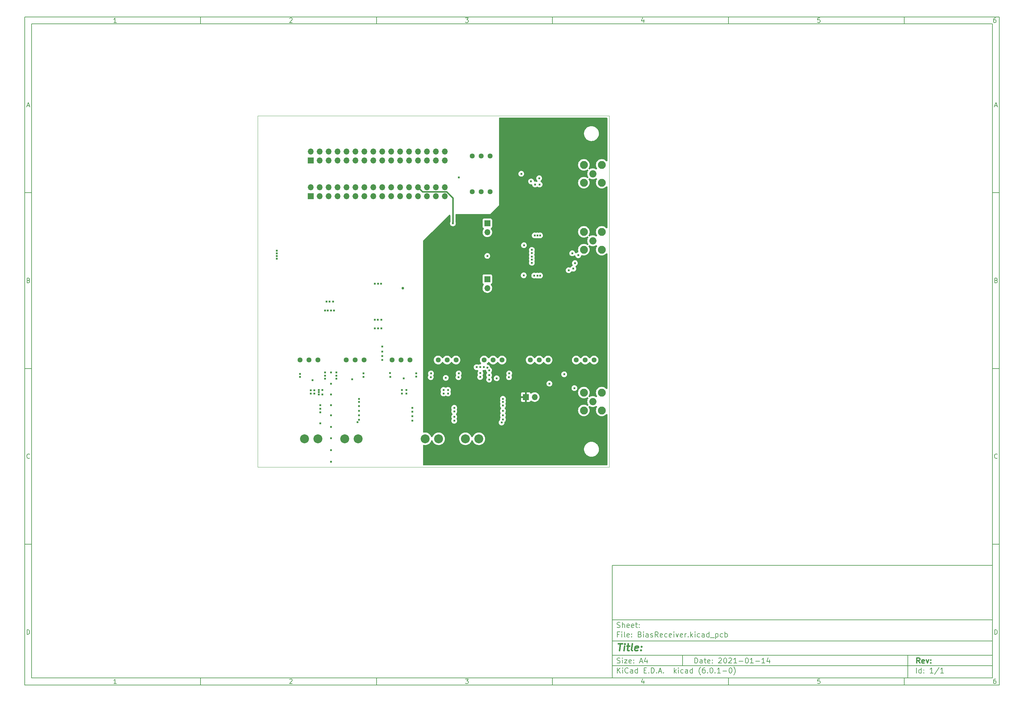
<source format=gbr>
G04 #@! TF.GenerationSoftware,KiCad,Pcbnew,(6.0.1-0)*
G04 #@! TF.CreationDate,2022-01-25T00:00:43-08:00*
G04 #@! TF.ProjectId,BiasReceiver,42696173-5265-4636-9569-7665722e6b69,rev?*
G04 #@! TF.SameCoordinates,Original*
G04 #@! TF.FileFunction,Copper,L3,Inr*
G04 #@! TF.FilePolarity,Positive*
%FSLAX46Y46*%
G04 Gerber Fmt 4.6, Leading zero omitted, Abs format (unit mm)*
G04 Created by KiCad (PCBNEW (6.0.1-0)) date 2022-01-25 00:00:43*
%MOMM*%
%LPD*%
G01*
G04 APERTURE LIST*
%ADD10C,0.100000*%
%ADD11C,0.150000*%
%ADD12C,0.300000*%
%ADD13C,0.400000*%
G04 #@! TA.AperFunction,Profile*
%ADD14C,0.050000*%
G04 #@! TD*
G04 #@! TA.AperFunction,ComponentPad*
%ADD15C,2.050000*%
G04 #@! TD*
G04 #@! TA.AperFunction,ComponentPad*
%ADD16C,2.250000*%
G04 #@! TD*
G04 #@! TA.AperFunction,ComponentPad*
%ADD17C,2.540000*%
G04 #@! TD*
G04 #@! TA.AperFunction,ComponentPad*
%ADD18R,1.700000X1.700000*%
G04 #@! TD*
G04 #@! TA.AperFunction,ComponentPad*
%ADD19O,1.700000X1.700000*%
G04 #@! TD*
G04 #@! TA.AperFunction,ComponentPad*
%ADD20C,1.440000*%
G04 #@! TD*
G04 #@! TA.AperFunction,ViaPad*
%ADD21C,0.609600*%
G04 #@! TD*
G04 #@! TA.AperFunction,ViaPad*
%ADD22C,0.762000*%
G04 #@! TD*
G04 #@! TA.AperFunction,Conductor*
%ADD23C,0.406400*%
G04 #@! TD*
G04 APERTURE END LIST*
D10*
D11*
X177002200Y-166007200D02*
X177002200Y-198007200D01*
X285002200Y-198007200D01*
X285002200Y-166007200D01*
X177002200Y-166007200D01*
D10*
D11*
X10000000Y-10000000D02*
X10000000Y-200007200D01*
X287002200Y-200007200D01*
X287002200Y-10000000D01*
X10000000Y-10000000D01*
D10*
D11*
X12000000Y-12000000D02*
X12000000Y-198007200D01*
X285002200Y-198007200D01*
X285002200Y-12000000D01*
X12000000Y-12000000D01*
D10*
D11*
X60000000Y-12000000D02*
X60000000Y-10000000D01*
D10*
D11*
X110000000Y-12000000D02*
X110000000Y-10000000D01*
D10*
D11*
X160000000Y-12000000D02*
X160000000Y-10000000D01*
D10*
D11*
X210000000Y-12000000D02*
X210000000Y-10000000D01*
D10*
D11*
X260000000Y-12000000D02*
X260000000Y-10000000D01*
D10*
D11*
X36065476Y-11588095D02*
X35322619Y-11588095D01*
X35694047Y-11588095D02*
X35694047Y-10288095D01*
X35570238Y-10473809D01*
X35446428Y-10597619D01*
X35322619Y-10659523D01*
D10*
D11*
X85322619Y-10411904D02*
X85384523Y-10350000D01*
X85508333Y-10288095D01*
X85817857Y-10288095D01*
X85941666Y-10350000D01*
X86003571Y-10411904D01*
X86065476Y-10535714D01*
X86065476Y-10659523D01*
X86003571Y-10845238D01*
X85260714Y-11588095D01*
X86065476Y-11588095D01*
D10*
D11*
X135260714Y-10288095D02*
X136065476Y-10288095D01*
X135632142Y-10783333D01*
X135817857Y-10783333D01*
X135941666Y-10845238D01*
X136003571Y-10907142D01*
X136065476Y-11030952D01*
X136065476Y-11340476D01*
X136003571Y-11464285D01*
X135941666Y-11526190D01*
X135817857Y-11588095D01*
X135446428Y-11588095D01*
X135322619Y-11526190D01*
X135260714Y-11464285D01*
D10*
D11*
X185941666Y-10721428D02*
X185941666Y-11588095D01*
X185632142Y-10226190D02*
X185322619Y-11154761D01*
X186127380Y-11154761D01*
D10*
D11*
X236003571Y-10288095D02*
X235384523Y-10288095D01*
X235322619Y-10907142D01*
X235384523Y-10845238D01*
X235508333Y-10783333D01*
X235817857Y-10783333D01*
X235941666Y-10845238D01*
X236003571Y-10907142D01*
X236065476Y-11030952D01*
X236065476Y-11340476D01*
X236003571Y-11464285D01*
X235941666Y-11526190D01*
X235817857Y-11588095D01*
X235508333Y-11588095D01*
X235384523Y-11526190D01*
X235322619Y-11464285D01*
D10*
D11*
X285941666Y-10288095D02*
X285694047Y-10288095D01*
X285570238Y-10350000D01*
X285508333Y-10411904D01*
X285384523Y-10597619D01*
X285322619Y-10845238D01*
X285322619Y-11340476D01*
X285384523Y-11464285D01*
X285446428Y-11526190D01*
X285570238Y-11588095D01*
X285817857Y-11588095D01*
X285941666Y-11526190D01*
X286003571Y-11464285D01*
X286065476Y-11340476D01*
X286065476Y-11030952D01*
X286003571Y-10907142D01*
X285941666Y-10845238D01*
X285817857Y-10783333D01*
X285570238Y-10783333D01*
X285446428Y-10845238D01*
X285384523Y-10907142D01*
X285322619Y-11030952D01*
D10*
D11*
X60000000Y-198007200D02*
X60000000Y-200007200D01*
D10*
D11*
X110000000Y-198007200D02*
X110000000Y-200007200D01*
D10*
D11*
X160000000Y-198007200D02*
X160000000Y-200007200D01*
D10*
D11*
X210000000Y-198007200D02*
X210000000Y-200007200D01*
D10*
D11*
X260000000Y-198007200D02*
X260000000Y-200007200D01*
D10*
D11*
X36065476Y-199595295D02*
X35322619Y-199595295D01*
X35694047Y-199595295D02*
X35694047Y-198295295D01*
X35570238Y-198481009D01*
X35446428Y-198604819D01*
X35322619Y-198666723D01*
D10*
D11*
X85322619Y-198419104D02*
X85384523Y-198357200D01*
X85508333Y-198295295D01*
X85817857Y-198295295D01*
X85941666Y-198357200D01*
X86003571Y-198419104D01*
X86065476Y-198542914D01*
X86065476Y-198666723D01*
X86003571Y-198852438D01*
X85260714Y-199595295D01*
X86065476Y-199595295D01*
D10*
D11*
X135260714Y-198295295D02*
X136065476Y-198295295D01*
X135632142Y-198790533D01*
X135817857Y-198790533D01*
X135941666Y-198852438D01*
X136003571Y-198914342D01*
X136065476Y-199038152D01*
X136065476Y-199347676D01*
X136003571Y-199471485D01*
X135941666Y-199533390D01*
X135817857Y-199595295D01*
X135446428Y-199595295D01*
X135322619Y-199533390D01*
X135260714Y-199471485D01*
D10*
D11*
X185941666Y-198728628D02*
X185941666Y-199595295D01*
X185632142Y-198233390D02*
X185322619Y-199161961D01*
X186127380Y-199161961D01*
D10*
D11*
X236003571Y-198295295D02*
X235384523Y-198295295D01*
X235322619Y-198914342D01*
X235384523Y-198852438D01*
X235508333Y-198790533D01*
X235817857Y-198790533D01*
X235941666Y-198852438D01*
X236003571Y-198914342D01*
X236065476Y-199038152D01*
X236065476Y-199347676D01*
X236003571Y-199471485D01*
X235941666Y-199533390D01*
X235817857Y-199595295D01*
X235508333Y-199595295D01*
X235384523Y-199533390D01*
X235322619Y-199471485D01*
D10*
D11*
X285941666Y-198295295D02*
X285694047Y-198295295D01*
X285570238Y-198357200D01*
X285508333Y-198419104D01*
X285384523Y-198604819D01*
X285322619Y-198852438D01*
X285322619Y-199347676D01*
X285384523Y-199471485D01*
X285446428Y-199533390D01*
X285570238Y-199595295D01*
X285817857Y-199595295D01*
X285941666Y-199533390D01*
X286003571Y-199471485D01*
X286065476Y-199347676D01*
X286065476Y-199038152D01*
X286003571Y-198914342D01*
X285941666Y-198852438D01*
X285817857Y-198790533D01*
X285570238Y-198790533D01*
X285446428Y-198852438D01*
X285384523Y-198914342D01*
X285322619Y-199038152D01*
D10*
D11*
X10000000Y-60000000D02*
X12000000Y-60000000D01*
D10*
D11*
X10000000Y-110000000D02*
X12000000Y-110000000D01*
D10*
D11*
X10000000Y-160000000D02*
X12000000Y-160000000D01*
D10*
D11*
X10690476Y-35216666D02*
X11309523Y-35216666D01*
X10566666Y-35588095D02*
X11000000Y-34288095D01*
X11433333Y-35588095D01*
D10*
D11*
X11092857Y-84907142D02*
X11278571Y-84969047D01*
X11340476Y-85030952D01*
X11402380Y-85154761D01*
X11402380Y-85340476D01*
X11340476Y-85464285D01*
X11278571Y-85526190D01*
X11154761Y-85588095D01*
X10659523Y-85588095D01*
X10659523Y-84288095D01*
X11092857Y-84288095D01*
X11216666Y-84350000D01*
X11278571Y-84411904D01*
X11340476Y-84535714D01*
X11340476Y-84659523D01*
X11278571Y-84783333D01*
X11216666Y-84845238D01*
X11092857Y-84907142D01*
X10659523Y-84907142D01*
D10*
D11*
X11402380Y-135464285D02*
X11340476Y-135526190D01*
X11154761Y-135588095D01*
X11030952Y-135588095D01*
X10845238Y-135526190D01*
X10721428Y-135402380D01*
X10659523Y-135278571D01*
X10597619Y-135030952D01*
X10597619Y-134845238D01*
X10659523Y-134597619D01*
X10721428Y-134473809D01*
X10845238Y-134350000D01*
X11030952Y-134288095D01*
X11154761Y-134288095D01*
X11340476Y-134350000D01*
X11402380Y-134411904D01*
D10*
D11*
X10659523Y-185588095D02*
X10659523Y-184288095D01*
X10969047Y-184288095D01*
X11154761Y-184350000D01*
X11278571Y-184473809D01*
X11340476Y-184597619D01*
X11402380Y-184845238D01*
X11402380Y-185030952D01*
X11340476Y-185278571D01*
X11278571Y-185402380D01*
X11154761Y-185526190D01*
X10969047Y-185588095D01*
X10659523Y-185588095D01*
D10*
D11*
X287002200Y-60000000D02*
X285002200Y-60000000D01*
D10*
D11*
X287002200Y-110000000D02*
X285002200Y-110000000D01*
D10*
D11*
X287002200Y-160000000D02*
X285002200Y-160000000D01*
D10*
D11*
X285692676Y-35216666D02*
X286311723Y-35216666D01*
X285568866Y-35588095D02*
X286002200Y-34288095D01*
X286435533Y-35588095D01*
D10*
D11*
X286095057Y-84907142D02*
X286280771Y-84969047D01*
X286342676Y-85030952D01*
X286404580Y-85154761D01*
X286404580Y-85340476D01*
X286342676Y-85464285D01*
X286280771Y-85526190D01*
X286156961Y-85588095D01*
X285661723Y-85588095D01*
X285661723Y-84288095D01*
X286095057Y-84288095D01*
X286218866Y-84350000D01*
X286280771Y-84411904D01*
X286342676Y-84535714D01*
X286342676Y-84659523D01*
X286280771Y-84783333D01*
X286218866Y-84845238D01*
X286095057Y-84907142D01*
X285661723Y-84907142D01*
D10*
D11*
X286404580Y-135464285D02*
X286342676Y-135526190D01*
X286156961Y-135588095D01*
X286033152Y-135588095D01*
X285847438Y-135526190D01*
X285723628Y-135402380D01*
X285661723Y-135278571D01*
X285599819Y-135030952D01*
X285599819Y-134845238D01*
X285661723Y-134597619D01*
X285723628Y-134473809D01*
X285847438Y-134350000D01*
X286033152Y-134288095D01*
X286156961Y-134288095D01*
X286342676Y-134350000D01*
X286404580Y-134411904D01*
D10*
D11*
X285661723Y-185588095D02*
X285661723Y-184288095D01*
X285971247Y-184288095D01*
X286156961Y-184350000D01*
X286280771Y-184473809D01*
X286342676Y-184597619D01*
X286404580Y-184845238D01*
X286404580Y-185030952D01*
X286342676Y-185278571D01*
X286280771Y-185402380D01*
X286156961Y-185526190D01*
X285971247Y-185588095D01*
X285661723Y-185588095D01*
D10*
D11*
X200434342Y-193785771D02*
X200434342Y-192285771D01*
X200791485Y-192285771D01*
X201005771Y-192357200D01*
X201148628Y-192500057D01*
X201220057Y-192642914D01*
X201291485Y-192928628D01*
X201291485Y-193142914D01*
X201220057Y-193428628D01*
X201148628Y-193571485D01*
X201005771Y-193714342D01*
X200791485Y-193785771D01*
X200434342Y-193785771D01*
X202577200Y-193785771D02*
X202577200Y-193000057D01*
X202505771Y-192857200D01*
X202362914Y-192785771D01*
X202077200Y-192785771D01*
X201934342Y-192857200D01*
X202577200Y-193714342D02*
X202434342Y-193785771D01*
X202077200Y-193785771D01*
X201934342Y-193714342D01*
X201862914Y-193571485D01*
X201862914Y-193428628D01*
X201934342Y-193285771D01*
X202077200Y-193214342D01*
X202434342Y-193214342D01*
X202577200Y-193142914D01*
X203077200Y-192785771D02*
X203648628Y-192785771D01*
X203291485Y-192285771D02*
X203291485Y-193571485D01*
X203362914Y-193714342D01*
X203505771Y-193785771D01*
X203648628Y-193785771D01*
X204720057Y-193714342D02*
X204577200Y-193785771D01*
X204291485Y-193785771D01*
X204148628Y-193714342D01*
X204077200Y-193571485D01*
X204077200Y-193000057D01*
X204148628Y-192857200D01*
X204291485Y-192785771D01*
X204577200Y-192785771D01*
X204720057Y-192857200D01*
X204791485Y-193000057D01*
X204791485Y-193142914D01*
X204077200Y-193285771D01*
X205434342Y-193642914D02*
X205505771Y-193714342D01*
X205434342Y-193785771D01*
X205362914Y-193714342D01*
X205434342Y-193642914D01*
X205434342Y-193785771D01*
X205434342Y-192857200D02*
X205505771Y-192928628D01*
X205434342Y-193000057D01*
X205362914Y-192928628D01*
X205434342Y-192857200D01*
X205434342Y-193000057D01*
X207220057Y-192428628D02*
X207291485Y-192357200D01*
X207434342Y-192285771D01*
X207791485Y-192285771D01*
X207934342Y-192357200D01*
X208005771Y-192428628D01*
X208077200Y-192571485D01*
X208077200Y-192714342D01*
X208005771Y-192928628D01*
X207148628Y-193785771D01*
X208077200Y-193785771D01*
X209005771Y-192285771D02*
X209148628Y-192285771D01*
X209291485Y-192357200D01*
X209362914Y-192428628D01*
X209434342Y-192571485D01*
X209505771Y-192857200D01*
X209505771Y-193214342D01*
X209434342Y-193500057D01*
X209362914Y-193642914D01*
X209291485Y-193714342D01*
X209148628Y-193785771D01*
X209005771Y-193785771D01*
X208862914Y-193714342D01*
X208791485Y-193642914D01*
X208720057Y-193500057D01*
X208648628Y-193214342D01*
X208648628Y-192857200D01*
X208720057Y-192571485D01*
X208791485Y-192428628D01*
X208862914Y-192357200D01*
X209005771Y-192285771D01*
X210077200Y-192428628D02*
X210148628Y-192357200D01*
X210291485Y-192285771D01*
X210648628Y-192285771D01*
X210791485Y-192357200D01*
X210862914Y-192428628D01*
X210934342Y-192571485D01*
X210934342Y-192714342D01*
X210862914Y-192928628D01*
X210005771Y-193785771D01*
X210934342Y-193785771D01*
X212362914Y-193785771D02*
X211505771Y-193785771D01*
X211934342Y-193785771D02*
X211934342Y-192285771D01*
X211791485Y-192500057D01*
X211648628Y-192642914D01*
X211505771Y-192714342D01*
X213005771Y-193214342D02*
X214148628Y-193214342D01*
X215148628Y-192285771D02*
X215291485Y-192285771D01*
X215434342Y-192357200D01*
X215505771Y-192428628D01*
X215577200Y-192571485D01*
X215648628Y-192857200D01*
X215648628Y-193214342D01*
X215577200Y-193500057D01*
X215505771Y-193642914D01*
X215434342Y-193714342D01*
X215291485Y-193785771D01*
X215148628Y-193785771D01*
X215005771Y-193714342D01*
X214934342Y-193642914D01*
X214862914Y-193500057D01*
X214791485Y-193214342D01*
X214791485Y-192857200D01*
X214862914Y-192571485D01*
X214934342Y-192428628D01*
X215005771Y-192357200D01*
X215148628Y-192285771D01*
X217077200Y-193785771D02*
X216220057Y-193785771D01*
X216648628Y-193785771D02*
X216648628Y-192285771D01*
X216505771Y-192500057D01*
X216362914Y-192642914D01*
X216220057Y-192714342D01*
X217720057Y-193214342D02*
X218862914Y-193214342D01*
X220362914Y-193785771D02*
X219505771Y-193785771D01*
X219934342Y-193785771D02*
X219934342Y-192285771D01*
X219791485Y-192500057D01*
X219648628Y-192642914D01*
X219505771Y-192714342D01*
X221648628Y-192785771D02*
X221648628Y-193785771D01*
X221291485Y-192214342D02*
X220934342Y-193285771D01*
X221862914Y-193285771D01*
D10*
D11*
X177002200Y-194507200D02*
X285002200Y-194507200D01*
D10*
D11*
X178434342Y-196585771D02*
X178434342Y-195085771D01*
X179291485Y-196585771D02*
X178648628Y-195728628D01*
X179291485Y-195085771D02*
X178434342Y-195942914D01*
X179934342Y-196585771D02*
X179934342Y-195585771D01*
X179934342Y-195085771D02*
X179862914Y-195157200D01*
X179934342Y-195228628D01*
X180005771Y-195157200D01*
X179934342Y-195085771D01*
X179934342Y-195228628D01*
X181505771Y-196442914D02*
X181434342Y-196514342D01*
X181220057Y-196585771D01*
X181077200Y-196585771D01*
X180862914Y-196514342D01*
X180720057Y-196371485D01*
X180648628Y-196228628D01*
X180577200Y-195942914D01*
X180577200Y-195728628D01*
X180648628Y-195442914D01*
X180720057Y-195300057D01*
X180862914Y-195157200D01*
X181077200Y-195085771D01*
X181220057Y-195085771D01*
X181434342Y-195157200D01*
X181505771Y-195228628D01*
X182791485Y-196585771D02*
X182791485Y-195800057D01*
X182720057Y-195657200D01*
X182577200Y-195585771D01*
X182291485Y-195585771D01*
X182148628Y-195657200D01*
X182791485Y-196514342D02*
X182648628Y-196585771D01*
X182291485Y-196585771D01*
X182148628Y-196514342D01*
X182077200Y-196371485D01*
X182077200Y-196228628D01*
X182148628Y-196085771D01*
X182291485Y-196014342D01*
X182648628Y-196014342D01*
X182791485Y-195942914D01*
X184148628Y-196585771D02*
X184148628Y-195085771D01*
X184148628Y-196514342D02*
X184005771Y-196585771D01*
X183720057Y-196585771D01*
X183577200Y-196514342D01*
X183505771Y-196442914D01*
X183434342Y-196300057D01*
X183434342Y-195871485D01*
X183505771Y-195728628D01*
X183577200Y-195657200D01*
X183720057Y-195585771D01*
X184005771Y-195585771D01*
X184148628Y-195657200D01*
X186005771Y-195800057D02*
X186505771Y-195800057D01*
X186720057Y-196585771D02*
X186005771Y-196585771D01*
X186005771Y-195085771D01*
X186720057Y-195085771D01*
X187362914Y-196442914D02*
X187434342Y-196514342D01*
X187362914Y-196585771D01*
X187291485Y-196514342D01*
X187362914Y-196442914D01*
X187362914Y-196585771D01*
X188077200Y-196585771D02*
X188077200Y-195085771D01*
X188434342Y-195085771D01*
X188648628Y-195157200D01*
X188791485Y-195300057D01*
X188862914Y-195442914D01*
X188934342Y-195728628D01*
X188934342Y-195942914D01*
X188862914Y-196228628D01*
X188791485Y-196371485D01*
X188648628Y-196514342D01*
X188434342Y-196585771D01*
X188077200Y-196585771D01*
X189577200Y-196442914D02*
X189648628Y-196514342D01*
X189577200Y-196585771D01*
X189505771Y-196514342D01*
X189577200Y-196442914D01*
X189577200Y-196585771D01*
X190220057Y-196157200D02*
X190934342Y-196157200D01*
X190077200Y-196585771D02*
X190577200Y-195085771D01*
X191077200Y-196585771D01*
X191577200Y-196442914D02*
X191648628Y-196514342D01*
X191577200Y-196585771D01*
X191505771Y-196514342D01*
X191577200Y-196442914D01*
X191577200Y-196585771D01*
X194577200Y-196585771D02*
X194577200Y-195085771D01*
X194720057Y-196014342D02*
X195148628Y-196585771D01*
X195148628Y-195585771D02*
X194577200Y-196157200D01*
X195791485Y-196585771D02*
X195791485Y-195585771D01*
X195791485Y-195085771D02*
X195720057Y-195157200D01*
X195791485Y-195228628D01*
X195862914Y-195157200D01*
X195791485Y-195085771D01*
X195791485Y-195228628D01*
X197148628Y-196514342D02*
X197005771Y-196585771D01*
X196720057Y-196585771D01*
X196577200Y-196514342D01*
X196505771Y-196442914D01*
X196434342Y-196300057D01*
X196434342Y-195871485D01*
X196505771Y-195728628D01*
X196577200Y-195657200D01*
X196720057Y-195585771D01*
X197005771Y-195585771D01*
X197148628Y-195657200D01*
X198434342Y-196585771D02*
X198434342Y-195800057D01*
X198362914Y-195657200D01*
X198220057Y-195585771D01*
X197934342Y-195585771D01*
X197791485Y-195657200D01*
X198434342Y-196514342D02*
X198291485Y-196585771D01*
X197934342Y-196585771D01*
X197791485Y-196514342D01*
X197720057Y-196371485D01*
X197720057Y-196228628D01*
X197791485Y-196085771D01*
X197934342Y-196014342D01*
X198291485Y-196014342D01*
X198434342Y-195942914D01*
X199791485Y-196585771D02*
X199791485Y-195085771D01*
X199791485Y-196514342D02*
X199648628Y-196585771D01*
X199362914Y-196585771D01*
X199220057Y-196514342D01*
X199148628Y-196442914D01*
X199077200Y-196300057D01*
X199077200Y-195871485D01*
X199148628Y-195728628D01*
X199220057Y-195657200D01*
X199362914Y-195585771D01*
X199648628Y-195585771D01*
X199791485Y-195657200D01*
X202077200Y-197157200D02*
X202005771Y-197085771D01*
X201862914Y-196871485D01*
X201791485Y-196728628D01*
X201720057Y-196514342D01*
X201648628Y-196157200D01*
X201648628Y-195871485D01*
X201720057Y-195514342D01*
X201791485Y-195300057D01*
X201862914Y-195157200D01*
X202005771Y-194942914D01*
X202077200Y-194871485D01*
X203291485Y-195085771D02*
X203005771Y-195085771D01*
X202862914Y-195157200D01*
X202791485Y-195228628D01*
X202648628Y-195442914D01*
X202577200Y-195728628D01*
X202577200Y-196300057D01*
X202648628Y-196442914D01*
X202720057Y-196514342D01*
X202862914Y-196585771D01*
X203148628Y-196585771D01*
X203291485Y-196514342D01*
X203362914Y-196442914D01*
X203434342Y-196300057D01*
X203434342Y-195942914D01*
X203362914Y-195800057D01*
X203291485Y-195728628D01*
X203148628Y-195657200D01*
X202862914Y-195657200D01*
X202720057Y-195728628D01*
X202648628Y-195800057D01*
X202577200Y-195942914D01*
X204077200Y-196442914D02*
X204148628Y-196514342D01*
X204077200Y-196585771D01*
X204005771Y-196514342D01*
X204077200Y-196442914D01*
X204077200Y-196585771D01*
X205077200Y-195085771D02*
X205220057Y-195085771D01*
X205362914Y-195157200D01*
X205434342Y-195228628D01*
X205505771Y-195371485D01*
X205577200Y-195657200D01*
X205577200Y-196014342D01*
X205505771Y-196300057D01*
X205434342Y-196442914D01*
X205362914Y-196514342D01*
X205220057Y-196585771D01*
X205077200Y-196585771D01*
X204934342Y-196514342D01*
X204862914Y-196442914D01*
X204791485Y-196300057D01*
X204720057Y-196014342D01*
X204720057Y-195657200D01*
X204791485Y-195371485D01*
X204862914Y-195228628D01*
X204934342Y-195157200D01*
X205077200Y-195085771D01*
X206220057Y-196442914D02*
X206291485Y-196514342D01*
X206220057Y-196585771D01*
X206148628Y-196514342D01*
X206220057Y-196442914D01*
X206220057Y-196585771D01*
X207720057Y-196585771D02*
X206862914Y-196585771D01*
X207291485Y-196585771D02*
X207291485Y-195085771D01*
X207148628Y-195300057D01*
X207005771Y-195442914D01*
X206862914Y-195514342D01*
X208362914Y-196014342D02*
X209505771Y-196014342D01*
X210505771Y-195085771D02*
X210648628Y-195085771D01*
X210791485Y-195157200D01*
X210862914Y-195228628D01*
X210934342Y-195371485D01*
X211005771Y-195657200D01*
X211005771Y-196014342D01*
X210934342Y-196300057D01*
X210862914Y-196442914D01*
X210791485Y-196514342D01*
X210648628Y-196585771D01*
X210505771Y-196585771D01*
X210362914Y-196514342D01*
X210291485Y-196442914D01*
X210220057Y-196300057D01*
X210148628Y-196014342D01*
X210148628Y-195657200D01*
X210220057Y-195371485D01*
X210291485Y-195228628D01*
X210362914Y-195157200D01*
X210505771Y-195085771D01*
X211505771Y-197157200D02*
X211577200Y-197085771D01*
X211720057Y-196871485D01*
X211791485Y-196728628D01*
X211862914Y-196514342D01*
X211934342Y-196157200D01*
X211934342Y-195871485D01*
X211862914Y-195514342D01*
X211791485Y-195300057D01*
X211720057Y-195157200D01*
X211577200Y-194942914D01*
X211505771Y-194871485D01*
D10*
D11*
X177002200Y-191507200D02*
X285002200Y-191507200D01*
D10*
D12*
X264411485Y-193785771D02*
X263911485Y-193071485D01*
X263554342Y-193785771D02*
X263554342Y-192285771D01*
X264125771Y-192285771D01*
X264268628Y-192357200D01*
X264340057Y-192428628D01*
X264411485Y-192571485D01*
X264411485Y-192785771D01*
X264340057Y-192928628D01*
X264268628Y-193000057D01*
X264125771Y-193071485D01*
X263554342Y-193071485D01*
X265625771Y-193714342D02*
X265482914Y-193785771D01*
X265197200Y-193785771D01*
X265054342Y-193714342D01*
X264982914Y-193571485D01*
X264982914Y-193000057D01*
X265054342Y-192857200D01*
X265197200Y-192785771D01*
X265482914Y-192785771D01*
X265625771Y-192857200D01*
X265697200Y-193000057D01*
X265697200Y-193142914D01*
X264982914Y-193285771D01*
X266197200Y-192785771D02*
X266554342Y-193785771D01*
X266911485Y-192785771D01*
X267482914Y-193642914D02*
X267554342Y-193714342D01*
X267482914Y-193785771D01*
X267411485Y-193714342D01*
X267482914Y-193642914D01*
X267482914Y-193785771D01*
X267482914Y-192857200D02*
X267554342Y-192928628D01*
X267482914Y-193000057D01*
X267411485Y-192928628D01*
X267482914Y-192857200D01*
X267482914Y-193000057D01*
D10*
D11*
X178362914Y-193714342D02*
X178577200Y-193785771D01*
X178934342Y-193785771D01*
X179077200Y-193714342D01*
X179148628Y-193642914D01*
X179220057Y-193500057D01*
X179220057Y-193357200D01*
X179148628Y-193214342D01*
X179077200Y-193142914D01*
X178934342Y-193071485D01*
X178648628Y-193000057D01*
X178505771Y-192928628D01*
X178434342Y-192857200D01*
X178362914Y-192714342D01*
X178362914Y-192571485D01*
X178434342Y-192428628D01*
X178505771Y-192357200D01*
X178648628Y-192285771D01*
X179005771Y-192285771D01*
X179220057Y-192357200D01*
X179862914Y-193785771D02*
X179862914Y-192785771D01*
X179862914Y-192285771D02*
X179791485Y-192357200D01*
X179862914Y-192428628D01*
X179934342Y-192357200D01*
X179862914Y-192285771D01*
X179862914Y-192428628D01*
X180434342Y-192785771D02*
X181220057Y-192785771D01*
X180434342Y-193785771D01*
X181220057Y-193785771D01*
X182362914Y-193714342D02*
X182220057Y-193785771D01*
X181934342Y-193785771D01*
X181791485Y-193714342D01*
X181720057Y-193571485D01*
X181720057Y-193000057D01*
X181791485Y-192857200D01*
X181934342Y-192785771D01*
X182220057Y-192785771D01*
X182362914Y-192857200D01*
X182434342Y-193000057D01*
X182434342Y-193142914D01*
X181720057Y-193285771D01*
X183077200Y-193642914D02*
X183148628Y-193714342D01*
X183077200Y-193785771D01*
X183005771Y-193714342D01*
X183077200Y-193642914D01*
X183077200Y-193785771D01*
X183077200Y-192857200D02*
X183148628Y-192928628D01*
X183077200Y-193000057D01*
X183005771Y-192928628D01*
X183077200Y-192857200D01*
X183077200Y-193000057D01*
X184862914Y-193357200D02*
X185577200Y-193357200D01*
X184720057Y-193785771D02*
X185220057Y-192285771D01*
X185720057Y-193785771D01*
X186862914Y-192785771D02*
X186862914Y-193785771D01*
X186505771Y-192214342D02*
X186148628Y-193285771D01*
X187077200Y-193285771D01*
D10*
D11*
X263434342Y-196585771D02*
X263434342Y-195085771D01*
X264791485Y-196585771D02*
X264791485Y-195085771D01*
X264791485Y-196514342D02*
X264648628Y-196585771D01*
X264362914Y-196585771D01*
X264220057Y-196514342D01*
X264148628Y-196442914D01*
X264077200Y-196300057D01*
X264077200Y-195871485D01*
X264148628Y-195728628D01*
X264220057Y-195657200D01*
X264362914Y-195585771D01*
X264648628Y-195585771D01*
X264791485Y-195657200D01*
X265505771Y-196442914D02*
X265577200Y-196514342D01*
X265505771Y-196585771D01*
X265434342Y-196514342D01*
X265505771Y-196442914D01*
X265505771Y-196585771D01*
X265505771Y-195657200D02*
X265577200Y-195728628D01*
X265505771Y-195800057D01*
X265434342Y-195728628D01*
X265505771Y-195657200D01*
X265505771Y-195800057D01*
X268148628Y-196585771D02*
X267291485Y-196585771D01*
X267720057Y-196585771D02*
X267720057Y-195085771D01*
X267577200Y-195300057D01*
X267434342Y-195442914D01*
X267291485Y-195514342D01*
X269862914Y-195014342D02*
X268577200Y-196942914D01*
X271148628Y-196585771D02*
X270291485Y-196585771D01*
X270720057Y-196585771D02*
X270720057Y-195085771D01*
X270577200Y-195300057D01*
X270434342Y-195442914D01*
X270291485Y-195514342D01*
D10*
D11*
X177002200Y-187507200D02*
X285002200Y-187507200D01*
D10*
D13*
X178714580Y-188211961D02*
X179857438Y-188211961D01*
X179036009Y-190211961D02*
X179286009Y-188211961D01*
X180274104Y-190211961D02*
X180440771Y-188878628D01*
X180524104Y-188211961D02*
X180416961Y-188307200D01*
X180500295Y-188402438D01*
X180607438Y-188307200D01*
X180524104Y-188211961D01*
X180500295Y-188402438D01*
X181107438Y-188878628D02*
X181869342Y-188878628D01*
X181476485Y-188211961D02*
X181262200Y-189926247D01*
X181333628Y-190116723D01*
X181512200Y-190211961D01*
X181702676Y-190211961D01*
X182655057Y-190211961D02*
X182476485Y-190116723D01*
X182405057Y-189926247D01*
X182619342Y-188211961D01*
X184190771Y-190116723D02*
X183988390Y-190211961D01*
X183607438Y-190211961D01*
X183428866Y-190116723D01*
X183357438Y-189926247D01*
X183452676Y-189164342D01*
X183571723Y-188973866D01*
X183774104Y-188878628D01*
X184155057Y-188878628D01*
X184333628Y-188973866D01*
X184405057Y-189164342D01*
X184381247Y-189354819D01*
X183405057Y-189545295D01*
X185155057Y-190021485D02*
X185238390Y-190116723D01*
X185131247Y-190211961D01*
X185047914Y-190116723D01*
X185155057Y-190021485D01*
X185131247Y-190211961D01*
X185286009Y-188973866D02*
X185369342Y-189069104D01*
X185262200Y-189164342D01*
X185178866Y-189069104D01*
X185286009Y-188973866D01*
X185262200Y-189164342D01*
D10*
D11*
X178934342Y-185600057D02*
X178434342Y-185600057D01*
X178434342Y-186385771D02*
X178434342Y-184885771D01*
X179148628Y-184885771D01*
X179720057Y-186385771D02*
X179720057Y-185385771D01*
X179720057Y-184885771D02*
X179648628Y-184957200D01*
X179720057Y-185028628D01*
X179791485Y-184957200D01*
X179720057Y-184885771D01*
X179720057Y-185028628D01*
X180648628Y-186385771D02*
X180505771Y-186314342D01*
X180434342Y-186171485D01*
X180434342Y-184885771D01*
X181791485Y-186314342D02*
X181648628Y-186385771D01*
X181362914Y-186385771D01*
X181220057Y-186314342D01*
X181148628Y-186171485D01*
X181148628Y-185600057D01*
X181220057Y-185457200D01*
X181362914Y-185385771D01*
X181648628Y-185385771D01*
X181791485Y-185457200D01*
X181862914Y-185600057D01*
X181862914Y-185742914D01*
X181148628Y-185885771D01*
X182505771Y-186242914D02*
X182577200Y-186314342D01*
X182505771Y-186385771D01*
X182434342Y-186314342D01*
X182505771Y-186242914D01*
X182505771Y-186385771D01*
X182505771Y-185457200D02*
X182577200Y-185528628D01*
X182505771Y-185600057D01*
X182434342Y-185528628D01*
X182505771Y-185457200D01*
X182505771Y-185600057D01*
X184862914Y-185600057D02*
X185077200Y-185671485D01*
X185148628Y-185742914D01*
X185220057Y-185885771D01*
X185220057Y-186100057D01*
X185148628Y-186242914D01*
X185077200Y-186314342D01*
X184934342Y-186385771D01*
X184362914Y-186385771D01*
X184362914Y-184885771D01*
X184862914Y-184885771D01*
X185005771Y-184957200D01*
X185077200Y-185028628D01*
X185148628Y-185171485D01*
X185148628Y-185314342D01*
X185077200Y-185457200D01*
X185005771Y-185528628D01*
X184862914Y-185600057D01*
X184362914Y-185600057D01*
X185862914Y-186385771D02*
X185862914Y-185385771D01*
X185862914Y-184885771D02*
X185791485Y-184957200D01*
X185862914Y-185028628D01*
X185934342Y-184957200D01*
X185862914Y-184885771D01*
X185862914Y-185028628D01*
X187220057Y-186385771D02*
X187220057Y-185600057D01*
X187148628Y-185457200D01*
X187005771Y-185385771D01*
X186720057Y-185385771D01*
X186577200Y-185457200D01*
X187220057Y-186314342D02*
X187077200Y-186385771D01*
X186720057Y-186385771D01*
X186577200Y-186314342D01*
X186505771Y-186171485D01*
X186505771Y-186028628D01*
X186577200Y-185885771D01*
X186720057Y-185814342D01*
X187077200Y-185814342D01*
X187220057Y-185742914D01*
X187862914Y-186314342D02*
X188005771Y-186385771D01*
X188291485Y-186385771D01*
X188434342Y-186314342D01*
X188505771Y-186171485D01*
X188505771Y-186100057D01*
X188434342Y-185957200D01*
X188291485Y-185885771D01*
X188077200Y-185885771D01*
X187934342Y-185814342D01*
X187862914Y-185671485D01*
X187862914Y-185600057D01*
X187934342Y-185457200D01*
X188077200Y-185385771D01*
X188291485Y-185385771D01*
X188434342Y-185457200D01*
X190005771Y-186385771D02*
X189505771Y-185671485D01*
X189148628Y-186385771D02*
X189148628Y-184885771D01*
X189720057Y-184885771D01*
X189862914Y-184957200D01*
X189934342Y-185028628D01*
X190005771Y-185171485D01*
X190005771Y-185385771D01*
X189934342Y-185528628D01*
X189862914Y-185600057D01*
X189720057Y-185671485D01*
X189148628Y-185671485D01*
X191220057Y-186314342D02*
X191077200Y-186385771D01*
X190791485Y-186385771D01*
X190648628Y-186314342D01*
X190577200Y-186171485D01*
X190577200Y-185600057D01*
X190648628Y-185457200D01*
X190791485Y-185385771D01*
X191077200Y-185385771D01*
X191220057Y-185457200D01*
X191291485Y-185600057D01*
X191291485Y-185742914D01*
X190577200Y-185885771D01*
X192577200Y-186314342D02*
X192434342Y-186385771D01*
X192148628Y-186385771D01*
X192005771Y-186314342D01*
X191934342Y-186242914D01*
X191862914Y-186100057D01*
X191862914Y-185671485D01*
X191934342Y-185528628D01*
X192005771Y-185457200D01*
X192148628Y-185385771D01*
X192434342Y-185385771D01*
X192577200Y-185457200D01*
X193791485Y-186314342D02*
X193648628Y-186385771D01*
X193362914Y-186385771D01*
X193220057Y-186314342D01*
X193148628Y-186171485D01*
X193148628Y-185600057D01*
X193220057Y-185457200D01*
X193362914Y-185385771D01*
X193648628Y-185385771D01*
X193791485Y-185457200D01*
X193862914Y-185600057D01*
X193862914Y-185742914D01*
X193148628Y-185885771D01*
X194505771Y-186385771D02*
X194505771Y-185385771D01*
X194505771Y-184885771D02*
X194434342Y-184957200D01*
X194505771Y-185028628D01*
X194577200Y-184957200D01*
X194505771Y-184885771D01*
X194505771Y-185028628D01*
X195077200Y-185385771D02*
X195434342Y-186385771D01*
X195791485Y-185385771D01*
X196934342Y-186314342D02*
X196791485Y-186385771D01*
X196505771Y-186385771D01*
X196362914Y-186314342D01*
X196291485Y-186171485D01*
X196291485Y-185600057D01*
X196362914Y-185457200D01*
X196505771Y-185385771D01*
X196791485Y-185385771D01*
X196934342Y-185457200D01*
X197005771Y-185600057D01*
X197005771Y-185742914D01*
X196291485Y-185885771D01*
X197648628Y-186385771D02*
X197648628Y-185385771D01*
X197648628Y-185671485D02*
X197720057Y-185528628D01*
X197791485Y-185457200D01*
X197934342Y-185385771D01*
X198077200Y-185385771D01*
X198577200Y-186242914D02*
X198648628Y-186314342D01*
X198577200Y-186385771D01*
X198505771Y-186314342D01*
X198577200Y-186242914D01*
X198577200Y-186385771D01*
X199291485Y-186385771D02*
X199291485Y-184885771D01*
X199434342Y-185814342D02*
X199862914Y-186385771D01*
X199862914Y-185385771D02*
X199291485Y-185957200D01*
X200505771Y-186385771D02*
X200505771Y-185385771D01*
X200505771Y-184885771D02*
X200434342Y-184957200D01*
X200505771Y-185028628D01*
X200577200Y-184957200D01*
X200505771Y-184885771D01*
X200505771Y-185028628D01*
X201862914Y-186314342D02*
X201720057Y-186385771D01*
X201434342Y-186385771D01*
X201291485Y-186314342D01*
X201220057Y-186242914D01*
X201148628Y-186100057D01*
X201148628Y-185671485D01*
X201220057Y-185528628D01*
X201291485Y-185457200D01*
X201434342Y-185385771D01*
X201720057Y-185385771D01*
X201862914Y-185457200D01*
X203148628Y-186385771D02*
X203148628Y-185600057D01*
X203077200Y-185457200D01*
X202934342Y-185385771D01*
X202648628Y-185385771D01*
X202505771Y-185457200D01*
X203148628Y-186314342D02*
X203005771Y-186385771D01*
X202648628Y-186385771D01*
X202505771Y-186314342D01*
X202434342Y-186171485D01*
X202434342Y-186028628D01*
X202505771Y-185885771D01*
X202648628Y-185814342D01*
X203005771Y-185814342D01*
X203148628Y-185742914D01*
X204505771Y-186385771D02*
X204505771Y-184885771D01*
X204505771Y-186314342D02*
X204362914Y-186385771D01*
X204077200Y-186385771D01*
X203934342Y-186314342D01*
X203862914Y-186242914D01*
X203791485Y-186100057D01*
X203791485Y-185671485D01*
X203862914Y-185528628D01*
X203934342Y-185457200D01*
X204077200Y-185385771D01*
X204362914Y-185385771D01*
X204505771Y-185457200D01*
X204862914Y-186528628D02*
X206005771Y-186528628D01*
X206362914Y-185385771D02*
X206362914Y-186885771D01*
X206362914Y-185457200D02*
X206505771Y-185385771D01*
X206791485Y-185385771D01*
X206934342Y-185457200D01*
X207005771Y-185528628D01*
X207077200Y-185671485D01*
X207077200Y-186100057D01*
X207005771Y-186242914D01*
X206934342Y-186314342D01*
X206791485Y-186385771D01*
X206505771Y-186385771D01*
X206362914Y-186314342D01*
X208362914Y-186314342D02*
X208220057Y-186385771D01*
X207934342Y-186385771D01*
X207791485Y-186314342D01*
X207720057Y-186242914D01*
X207648628Y-186100057D01*
X207648628Y-185671485D01*
X207720057Y-185528628D01*
X207791485Y-185457200D01*
X207934342Y-185385771D01*
X208220057Y-185385771D01*
X208362914Y-185457200D01*
X209005771Y-186385771D02*
X209005771Y-184885771D01*
X209005771Y-185457200D02*
X209148628Y-185385771D01*
X209434342Y-185385771D01*
X209577200Y-185457200D01*
X209648628Y-185528628D01*
X209720057Y-185671485D01*
X209720057Y-186100057D01*
X209648628Y-186242914D01*
X209577200Y-186314342D01*
X209434342Y-186385771D01*
X209148628Y-186385771D01*
X209005771Y-186314342D01*
D10*
D11*
X177002200Y-181507200D02*
X285002200Y-181507200D01*
D10*
D11*
X178362914Y-183614342D02*
X178577200Y-183685771D01*
X178934342Y-183685771D01*
X179077200Y-183614342D01*
X179148628Y-183542914D01*
X179220057Y-183400057D01*
X179220057Y-183257200D01*
X179148628Y-183114342D01*
X179077200Y-183042914D01*
X178934342Y-182971485D01*
X178648628Y-182900057D01*
X178505771Y-182828628D01*
X178434342Y-182757200D01*
X178362914Y-182614342D01*
X178362914Y-182471485D01*
X178434342Y-182328628D01*
X178505771Y-182257200D01*
X178648628Y-182185771D01*
X179005771Y-182185771D01*
X179220057Y-182257200D01*
X179862914Y-183685771D02*
X179862914Y-182185771D01*
X180505771Y-183685771D02*
X180505771Y-182900057D01*
X180434342Y-182757200D01*
X180291485Y-182685771D01*
X180077200Y-182685771D01*
X179934342Y-182757200D01*
X179862914Y-182828628D01*
X181791485Y-183614342D02*
X181648628Y-183685771D01*
X181362914Y-183685771D01*
X181220057Y-183614342D01*
X181148628Y-183471485D01*
X181148628Y-182900057D01*
X181220057Y-182757200D01*
X181362914Y-182685771D01*
X181648628Y-182685771D01*
X181791485Y-182757200D01*
X181862914Y-182900057D01*
X181862914Y-183042914D01*
X181148628Y-183185771D01*
X183077200Y-183614342D02*
X182934342Y-183685771D01*
X182648628Y-183685771D01*
X182505771Y-183614342D01*
X182434342Y-183471485D01*
X182434342Y-182900057D01*
X182505771Y-182757200D01*
X182648628Y-182685771D01*
X182934342Y-182685771D01*
X183077200Y-182757200D01*
X183148628Y-182900057D01*
X183148628Y-183042914D01*
X182434342Y-183185771D01*
X183577200Y-182685771D02*
X184148628Y-182685771D01*
X183791485Y-182185771D02*
X183791485Y-183471485D01*
X183862914Y-183614342D01*
X184005771Y-183685771D01*
X184148628Y-183685771D01*
X184648628Y-183542914D02*
X184720057Y-183614342D01*
X184648628Y-183685771D01*
X184577200Y-183614342D01*
X184648628Y-183542914D01*
X184648628Y-183685771D01*
X184648628Y-182757200D02*
X184720057Y-182828628D01*
X184648628Y-182900057D01*
X184577200Y-182828628D01*
X184648628Y-182757200D01*
X184648628Y-182900057D01*
D10*
D12*
D10*
D11*
D10*
D11*
D10*
D11*
D10*
D11*
D10*
D11*
X197002200Y-191507200D02*
X197002200Y-194507200D01*
D10*
D11*
X261002200Y-191507200D02*
X261002200Y-198007200D01*
D14*
X76200000Y-38100000D02*
X176149000Y-38100000D01*
X176149000Y-38100000D02*
X176149000Y-138049000D01*
X176149000Y-138049000D02*
X76200000Y-138049000D01*
X76200000Y-138049000D02*
X76200000Y-38100000D01*
D15*
G04 #@! TO.N,Net-(P1-Pad1)*
G04 #@! TO.C,P1*
X171450000Y-73660000D03*
D16*
G04 #@! TO.N,GNDA*
X173990000Y-71120000D03*
X168910000Y-76200000D03*
X168910000Y-71120000D03*
X173990000Y-76200000D03*
G04 #@! TD*
D15*
G04 #@! TO.N,Net-(J11-Pad1)*
G04 #@! TO.C,J11*
X171450000Y-119380000D03*
D16*
G04 #@! TO.N,GNDA*
X173990000Y-116840000D03*
X173990000Y-121920000D03*
X168910000Y-116840000D03*
X168910000Y-121920000D03*
G04 #@! TD*
D17*
G04 #@! TO.N,/V+5*
G04 #@! TO.C,J3*
X89535000Y-129971800D03*
G04 #@! TO.N,GNDA*
X93345000Y-129971800D03*
G04 #@! TD*
D18*
G04 #@! TO.N,Net-(J12-Pad1)*
G04 #@! TO.C,J12*
X141478000Y-84577000D03*
D19*
G04 #@! TO.N,/Bias-*
X141478000Y-87117000D03*
G04 #@! TD*
D20*
G04 #@! TO.N,Net-(R11-Pad2)*
G04 #@! TO.C,RV3*
X93345000Y-107569000D03*
G04 #@! TO.N,Net-(C6-Pad1)*
X90805000Y-107569000D03*
G04 #@! TO.N,unconnected-(RV3-Pad3)*
X88265000Y-107569000D03*
G04 #@! TD*
G04 #@! TO.N,Net-(R17-Pad2)*
G04 #@! TO.C,RV5*
X119507000Y-107569000D03*
G04 #@! TO.N,Net-(C17-Pad1)*
X116967000Y-107569000D03*
G04 #@! TO.N,unconnected-(RV5-Pad3)*
X114427000Y-107569000D03*
G04 #@! TD*
G04 #@! TO.N,Net-(C12-Pad1)*
G04 #@! TO.C,RV4*
X106426000Y-107569000D03*
G04 #@! TO.N,Net-(R15-Pad1)*
X103886000Y-107569000D03*
G04 #@! TO.N,unconnected-(RV4-Pad3)*
X101346000Y-107569000D03*
G04 #@! TD*
D18*
G04 #@! TO.N,/Bias+*
G04 #@! TO.C,J8*
X141478000Y-68702000D03*
D19*
G04 #@! TO.N,Net-(J8-Pad2)*
X141478000Y-71242000D03*
G04 #@! TD*
D17*
G04 #@! TO.N,Net-(J7-Pad1)*
G04 #@! TO.C,J7*
X123825000Y-129971800D03*
G04 #@! TO.N,GNDA*
X127635000Y-129971800D03*
G04 #@! TD*
G04 #@! TO.N,GNDA*
G04 #@! TO.C,J10*
X135255000Y-129971800D03*
G04 #@! TO.N,Net-(J10-Pad2)*
X139065000Y-129971800D03*
G04 #@! TD*
D18*
G04 #@! TO.N,/D14*
G04 #@! TO.C,J2*
X91313000Y-50800000D03*
D19*
G04 #@! TO.N,/D1*
X91313000Y-48260000D03*
G04 #@! TO.N,/D15*
X93853000Y-50800000D03*
G04 #@! TO.N,/D2*
X93853000Y-48260000D03*
G04 #@! TO.N,/D16*
X96393000Y-50800000D03*
G04 #@! TO.N,/D3*
X96393000Y-48260000D03*
G04 #@! TO.N,/D17*
X98933000Y-50800000D03*
G04 #@! TO.N,/D4*
X98933000Y-48260000D03*
G04 #@! TO.N,/D18*
X101473000Y-50800000D03*
G04 #@! TO.N,/D5*
X101473000Y-48260000D03*
G04 #@! TO.N,/D19*
X104013000Y-50800000D03*
G04 #@! TO.N,/D6*
X104013000Y-48260000D03*
G04 #@! TO.N,/D20*
X106553000Y-50800000D03*
G04 #@! TO.N,/D7*
X106553000Y-48260000D03*
G04 #@! TO.N,/D21*
X109093000Y-50800000D03*
G04 #@! TO.N,/D8*
X109093000Y-48260000D03*
G04 #@! TO.N,/D22*
X111633000Y-50800000D03*
G04 #@! TO.N,/D9*
X111633000Y-48260000D03*
G04 #@! TO.N,/D23*
X114173000Y-50800000D03*
G04 #@! TO.N,/D10*
X114173000Y-48260000D03*
G04 #@! TO.N,/D24*
X116713000Y-50800000D03*
G04 #@! TO.N,/D11*
X116713000Y-48260000D03*
G04 #@! TO.N,/D25*
X119253000Y-50800000D03*
G04 #@! TO.N,/D12*
X119253000Y-48260000D03*
G04 #@! TO.N,/D26*
X121793000Y-50800000D03*
G04 #@! TO.N,/D13*
X121793000Y-48260000D03*
G04 #@! TO.N,unconnected-(J2-Pad27)*
X124333000Y-50800000D03*
G04 #@! TO.N,unconnected-(J2-Pad28)*
X124333000Y-48260000D03*
G04 #@! TO.N,unconnected-(J2-Pad29)*
X126873000Y-50800000D03*
G04 #@! TO.N,unconnected-(J2-Pad30)*
X126873000Y-48260000D03*
G04 #@! TO.N,unconnected-(J2-Pad31)*
X129413000Y-50800000D03*
G04 #@! TO.N,unconnected-(J2-Pad32)*
X129413000Y-48260000D03*
G04 #@! TD*
D18*
G04 #@! TO.N,/Bias-*
G04 #@! TO.C,J4*
X91313000Y-60960000D03*
D19*
G04 #@! TO.N,unconnected-(J4-Pad2)*
X91313000Y-58420000D03*
G04 #@! TO.N,/Bias-*
X93853000Y-60960000D03*
G04 #@! TO.N,unconnected-(J4-Pad4)*
X93853000Y-58420000D03*
G04 #@! TO.N,unconnected-(J4-Pad5)*
X96393000Y-60960000D03*
G04 #@! TO.N,unconnected-(J4-Pad6)*
X96393000Y-58420000D03*
G04 #@! TO.N,unconnected-(J4-Pad7)*
X98933000Y-60960000D03*
G04 #@! TO.N,unconnected-(J4-Pad8)*
X98933000Y-58420000D03*
G04 #@! TO.N,unconnected-(J4-Pad9)*
X101473000Y-60960000D03*
G04 #@! TO.N,unconnected-(J4-Pad10)*
X101473000Y-58420000D03*
G04 #@! TO.N,unconnected-(J4-Pad11)*
X104013000Y-60960000D03*
G04 #@! TO.N,GNDA*
X104013000Y-58420000D03*
G04 #@! TO.N,/VDDchip*
X106553000Y-60960000D03*
G04 #@! TO.N,/ChipBias1*
X106553000Y-58420000D03*
G04 #@! TO.N,/VDDchip*
X109093000Y-60960000D03*
G04 #@! TO.N,GNDA*
X109093000Y-58420000D03*
G04 #@! TO.N,/VDDchip*
X111633000Y-60960000D03*
G04 #@! TO.N,/ChipBias2*
X111633000Y-58420000D03*
G04 #@! TO.N,/VDDchip*
X114173000Y-60960000D03*
X114173000Y-58420000D03*
G04 #@! TO.N,/ChipOut*
X116713000Y-60960000D03*
X116713000Y-58420000D03*
G04 #@! TO.N,unconnected-(J4-Pad23)*
X119253000Y-60960000D03*
G04 #@! TO.N,GNDA*
X119253000Y-58420000D03*
G04 #@! TO.N,unconnected-(J4-Pad25)*
X121793000Y-60960000D03*
G04 #@! TO.N,/Vreflect*
X121793000Y-58420000D03*
G04 #@! TO.N,unconnected-(J4-Pad27)*
X124333000Y-60960000D03*
G04 #@! TO.N,unconnected-(J4-Pad28)*
X124333000Y-58420000D03*
G04 #@! TO.N,/Bias+*
X126873000Y-60960000D03*
G04 #@! TO.N,unconnected-(J4-Pad30)*
X126873000Y-58420000D03*
G04 #@! TO.N,/Bias+*
X129413000Y-60960000D03*
G04 #@! TO.N,unconnected-(J4-Pad32)*
X129413000Y-58420000D03*
G04 #@! TD*
D20*
G04 #@! TO.N,Net-(R9-Pad1)*
G04 #@! TO.C,RV1*
X142240000Y-49530000D03*
G04 #@! TO.N,/ChipBias1*
X139700000Y-49530000D03*
G04 #@! TO.N,unconnected-(RV1-Pad3)*
X137160000Y-49530000D03*
G04 #@! TD*
G04 #@! TO.N,GNDA*
G04 #@! TO.C,RV7*
X158750000Y-107569000D03*
G04 #@! TO.N,/VbiasN*
X156210000Y-107569000D03*
G04 #@! TO.N,Net-(C24-Pad1)*
X153670000Y-107569000D03*
G04 #@! TD*
G04 #@! TO.N,Net-(C37-Pad1)*
G04 #@! TO.C,RV9*
X145669000Y-107569000D03*
G04 #@! TO.N,Net-(R29-Pad1)*
X143129000Y-107569000D03*
G04 #@! TO.N,unconnected-(RV9-Pad3)*
X140589000Y-107569000D03*
G04 #@! TD*
D15*
G04 #@! TO.N,Net-(J5-Pad1)*
G04 #@! TO.C,J5*
X171450000Y-54610000D03*
D16*
G04 #@! TO.N,GNDA*
X168910000Y-52070000D03*
X168910000Y-57150000D03*
X173990000Y-57150000D03*
X173990000Y-52070000D03*
G04 #@! TD*
D20*
G04 #@! TO.N,Net-(R20-Pad2)*
G04 #@! TO.C,RV6*
X132588000Y-107569000D03*
G04 #@! TO.N,Net-(C23-Pad1)*
X130048000Y-107569000D03*
G04 #@! TO.N,unconnected-(RV6-Pad3)*
X127508000Y-107569000D03*
G04 #@! TD*
G04 #@! TO.N,Net-(RV8-Pad1)*
G04 #@! TO.C,RV8*
X171831000Y-107569000D03*
X169291000Y-107569000D03*
G04 #@! TO.N,GNDA*
X166751000Y-107569000D03*
G04 #@! TD*
D17*
G04 #@! TO.N,GNDA*
G04 #@! TO.C,J6*
X100965000Y-129971800D03*
G04 #@! TO.N,/V-5*
X104775000Y-129971800D03*
G04 #@! TD*
D20*
G04 #@! TO.N,Net-(R10-Pad1)*
G04 #@! TO.C,RV2*
X142240000Y-59690000D03*
G04 #@! TO.N,/ChipBias2*
X139700000Y-59690000D03*
G04 #@! TO.N,unconnected-(RV2-Pad3)*
X137160000Y-59690000D03*
G04 #@! TD*
D18*
G04 #@! TO.N,VDDA*
G04 #@! TO.C,J9*
X152395000Y-118110000D03*
D19*
G04 #@! TO.N,Net-(C24-Pad1)*
X154935000Y-118110000D03*
G04 #@! TD*
D21*
G04 #@! TO.N,GNDA*
X129032000Y-117094000D03*
X130302000Y-117094000D03*
X130302000Y-116078000D03*
X129032000Y-116078000D03*
X117221000Y-117094000D03*
X118491000Y-117094000D03*
X118491000Y-116078000D03*
X117221000Y-116078000D03*
X92329000Y-117094000D03*
X91313000Y-117094000D03*
X92329000Y-116205000D03*
X91313000Y-116205000D03*
G04 #@! TO.N,/Vreflect*
X163322000Y-111633000D03*
X159131000Y-114300000D03*
X131699000Y-68707000D03*
G04 #@! TO.N,GNDA*
X121285000Y-112268000D03*
X154128000Y-79933000D03*
X105029000Y-119507000D03*
X93980000Y-122428000D03*
X104584500Y-125285500D03*
X120142000Y-121158000D03*
X155067000Y-57658000D03*
X105029000Y-122047000D03*
X95377000Y-111125000D03*
X132080000Y-121158000D03*
X98552000Y-112903000D03*
X97028000Y-111125000D03*
X109537500Y-98615500D03*
X111379000Y-98552000D03*
X105029000Y-124587000D03*
X93599000Y-116713000D03*
X132080000Y-122174000D03*
X132080000Y-123698000D03*
X125476000Y-111379000D03*
X147701000Y-111379000D03*
X165925500Y-81597500D03*
X113792000Y-111252000D03*
X164592000Y-82042000D03*
X144145000Y-112776000D03*
X93980000Y-125603000D03*
X154128000Y-77139000D03*
X155702000Y-83566000D03*
X154128000Y-76250000D03*
X97028000Y-120396000D03*
X147637500Y-112458500D03*
X106299000Y-112395000D03*
X121285000Y-111379000D03*
X145923000Y-122047000D03*
X156464000Y-83566000D03*
X103049588Y-113037715D03*
X95377000Y-112014000D03*
X91818095Y-113285435D03*
X98552000Y-112014000D03*
X154813000Y-83566000D03*
X156337000Y-57658000D03*
X125412500Y-112458500D03*
X145923000Y-119507000D03*
X145923000Y-124460000D03*
X97028000Y-114300000D03*
X110426500Y-98615500D03*
X97028000Y-129794000D03*
X145923000Y-118618000D03*
X145923000Y-123317000D03*
X93599000Y-117348000D03*
X166370000Y-80010000D03*
X133350000Y-111379000D03*
X93980000Y-121412000D03*
X145923000Y-120523000D03*
X113919000Y-112395000D03*
X98552000Y-111125000D03*
X110426500Y-85915500D03*
X94615000Y-117348000D03*
X154940000Y-72136000D03*
X154128000Y-79044000D03*
X93980000Y-120396000D03*
X120142000Y-124841000D03*
X93599000Y-116078000D03*
X117729000Y-112776000D03*
X156464000Y-72136000D03*
X111315500Y-85915500D03*
X139446000Y-112395000D03*
X94615000Y-116078000D03*
X155702000Y-72136000D03*
X97028000Y-117348000D03*
X88265000Y-111506000D03*
X129667000Y-112649000D03*
X120142000Y-122301000D03*
X141478000Y-77978000D03*
X97028000Y-126619000D03*
X95377000Y-112903000D03*
X167322500Y-77787500D03*
X105029000Y-118618000D03*
X145542000Y-125349000D03*
X109537500Y-85915500D03*
X120142000Y-123571000D03*
X153911000Y-56782000D03*
X105029000Y-120650000D03*
X154128000Y-78155000D03*
X105029000Y-123317000D03*
X106299000Y-111379000D03*
X133286500Y-112458500D03*
X97028000Y-123317000D03*
X132080000Y-124841000D03*
X97028000Y-133223000D03*
X139509500Y-111315500D03*
X88265000Y-112395000D03*
X97028000Y-136525000D03*
G04 #@! TO.N,VDDA*
X133477000Y-114300000D03*
X157734000Y-79629000D03*
X128860280Y-113493280D03*
X128270000Y-112903000D03*
X132080000Y-114300000D03*
X163830000Y-53086000D03*
X135001000Y-114300000D03*
X151892000Y-80518000D03*
X139573000Y-114300000D03*
X127902000Y-111874000D03*
X138176000Y-114300000D03*
X151765000Y-72136000D03*
X136652000Y-114300000D03*
G04 #@! TO.N,VSSA*
X141999000Y-110477000D03*
X151828500Y-83502500D03*
X141999000Y-113144000D03*
X141999000Y-111887000D03*
X138430000Y-109601000D03*
X141478000Y-109728000D03*
X140462000Y-109601000D03*
X139446000Y-109601000D03*
X165608000Y-77216000D03*
X156210000Y-55880000D03*
X151892000Y-74930000D03*
G04 #@! TO.N,Net-(K1-Pad4)*
X81619500Y-78781500D03*
X95377000Y-93472000D03*
X81619500Y-78019500D03*
X97917000Y-93472000D03*
X81619500Y-76495500D03*
X96139000Y-93472000D03*
X97028000Y-93472000D03*
X81619500Y-77216000D03*
D22*
G04 #@! TO.N,/Bias-*
X117475000Y-87122000D03*
D21*
G04 #@! TO.N,/Vbias-*
X95758000Y-90932000D03*
X110363000Y-96139000D03*
X97663000Y-90932000D03*
X96647000Y-90932000D03*
X111379000Y-96139000D03*
X109474000Y-96139000D03*
G04 #@! TO.N,/VDDchip*
X111633000Y-105156000D03*
X133350000Y-55626000D03*
X111633000Y-106426000D03*
X111633000Y-103759000D03*
X111633000Y-107569000D03*
G04 #@! TO.N,/ChipOut*
X151130000Y-54610000D03*
G04 #@! TO.N,Net-(RV8-Pad1)*
X166243000Y-115570000D03*
G04 #@! TD*
D23*
G04 #@! TO.N,/Vreflect*
X123080289Y-59707289D02*
X129931891Y-59707289D01*
X131699000Y-61474398D02*
X131699000Y-68707000D01*
X121793000Y-58420000D02*
X123080289Y-59707289D01*
X129931891Y-59707289D02*
X131699000Y-61474398D01*
G04 #@! TD*
G04 #@! TA.AperFunction,Conductor*
G04 #@! TO.N,VDDA*
G36*
X175484819Y-38627258D02*
G01*
X175566898Y-38682102D01*
X175621742Y-38764181D01*
X175641000Y-38861000D01*
X175641000Y-50802073D01*
X175621742Y-50898892D01*
X175566898Y-50980971D01*
X175484819Y-51035815D01*
X175388000Y-51055073D01*
X175291181Y-51035815D01*
X175209102Y-50980971D01*
X175195617Y-50966383D01*
X175155087Y-50918928D01*
X175148631Y-50911369D01*
X175134022Y-50898892D01*
X174960677Y-50750841D01*
X174960672Y-50750837D01*
X174953116Y-50744384D01*
X174733887Y-50610040D01*
X174496340Y-50511645D01*
X174486685Y-50509327D01*
X174255991Y-50453942D01*
X174255987Y-50453941D01*
X174246326Y-50451622D01*
X173990000Y-50431449D01*
X173733674Y-50451622D01*
X173724013Y-50453941D01*
X173724009Y-50453942D01*
X173493315Y-50509327D01*
X173483660Y-50511645D01*
X173246113Y-50610040D01*
X173026884Y-50744384D01*
X173019328Y-50750837D01*
X173019323Y-50750841D01*
X172845978Y-50898892D01*
X172831369Y-50911369D01*
X172824913Y-50918928D01*
X172670841Y-51099323D01*
X172670837Y-51099328D01*
X172664384Y-51106884D01*
X172530040Y-51326113D01*
X172431645Y-51563660D01*
X172429327Y-51573315D01*
X172381162Y-51773938D01*
X172371622Y-51813674D01*
X172351449Y-52070000D01*
X172371622Y-52326326D01*
X172431645Y-52576340D01*
X172530040Y-52813887D01*
X172535228Y-52822352D01*
X172535232Y-52822361D01*
X172626523Y-52971332D01*
X172660691Y-53063946D01*
X172656816Y-53162586D01*
X172615488Y-53252234D01*
X172542999Y-53319242D01*
X172450385Y-53353410D01*
X172351745Y-53349535D01*
X172278615Y-53319243D01*
X172156824Y-53244610D01*
X172156817Y-53244606D01*
X172148347Y-53239416D01*
X171925343Y-53147045D01*
X171908919Y-53143102D01*
X171700298Y-53093016D01*
X171700296Y-53093016D01*
X171690634Y-53090696D01*
X171450000Y-53071758D01*
X171209366Y-53090696D01*
X171199704Y-53093016D01*
X171199702Y-53093016D01*
X170991081Y-53143102D01*
X170974657Y-53147045D01*
X170751653Y-53239416D01*
X170743183Y-53244606D01*
X170743176Y-53244610D01*
X170621385Y-53319243D01*
X170528771Y-53353410D01*
X170430131Y-53349534D01*
X170340484Y-53308206D01*
X170273476Y-53235716D01*
X170239309Y-53143102D01*
X170243185Y-53044462D01*
X170273477Y-52971332D01*
X170364768Y-52822361D01*
X170364772Y-52822352D01*
X170369960Y-52813887D01*
X170468355Y-52576340D01*
X170528378Y-52326326D01*
X170548551Y-52070000D01*
X170528378Y-51813674D01*
X170518839Y-51773938D01*
X170470673Y-51573315D01*
X170468355Y-51563660D01*
X170369960Y-51326113D01*
X170235616Y-51106884D01*
X170229163Y-51099328D01*
X170229159Y-51099323D01*
X170075087Y-50918928D01*
X170068631Y-50911369D01*
X170054022Y-50898892D01*
X169880677Y-50750841D01*
X169880672Y-50750837D01*
X169873116Y-50744384D01*
X169653887Y-50610040D01*
X169416340Y-50511645D01*
X169406685Y-50509327D01*
X169175991Y-50453942D01*
X169175987Y-50453941D01*
X169166326Y-50451622D01*
X168910000Y-50431449D01*
X168653674Y-50451622D01*
X168644013Y-50453941D01*
X168644009Y-50453942D01*
X168413315Y-50509327D01*
X168403660Y-50511645D01*
X168166113Y-50610040D01*
X167946884Y-50744384D01*
X167939328Y-50750837D01*
X167939323Y-50750841D01*
X167765978Y-50898892D01*
X167751369Y-50911369D01*
X167744913Y-50918928D01*
X167590841Y-51099323D01*
X167590837Y-51099328D01*
X167584384Y-51106884D01*
X167450040Y-51326113D01*
X167351645Y-51563660D01*
X167349327Y-51573315D01*
X167301162Y-51773938D01*
X167291622Y-51813674D01*
X167271449Y-52070000D01*
X167291622Y-52326326D01*
X167351645Y-52576340D01*
X167450040Y-52813887D01*
X167584384Y-53033116D01*
X167590837Y-53040672D01*
X167590841Y-53040677D01*
X167694961Y-53162586D01*
X167751369Y-53228631D01*
X167758928Y-53235087D01*
X167939323Y-53389159D01*
X167939328Y-53389163D01*
X167946884Y-53395616D01*
X168166113Y-53529960D01*
X168403660Y-53628355D01*
X168413315Y-53630673D01*
X168644009Y-53686058D01*
X168644013Y-53686059D01*
X168653674Y-53688378D01*
X168910000Y-53708551D01*
X169166326Y-53688378D01*
X169175987Y-53686059D01*
X169175991Y-53686058D01*
X169406685Y-53630673D01*
X169416340Y-53628355D01*
X169653887Y-53529960D01*
X169662352Y-53524772D01*
X169662361Y-53524768D01*
X169793325Y-53444512D01*
X169811334Y-53433476D01*
X169903946Y-53399309D01*
X170002586Y-53403184D01*
X170092234Y-53444512D01*
X170159242Y-53517001D01*
X170193410Y-53609615D01*
X170189535Y-53708255D01*
X170159243Y-53781385D01*
X170084610Y-53903176D01*
X170084606Y-53903183D01*
X170079416Y-53911653D01*
X169987045Y-54134657D01*
X169984727Y-54144312D01*
X169954620Y-54269718D01*
X169930696Y-54369366D01*
X169911758Y-54610000D01*
X169930696Y-54850634D01*
X169933016Y-54860296D01*
X169933016Y-54860298D01*
X169981694Y-55063053D01*
X169987045Y-55085343D01*
X170079416Y-55308347D01*
X170084606Y-55316817D01*
X170084610Y-55316824D01*
X170159243Y-55438615D01*
X170193410Y-55531229D01*
X170189534Y-55629869D01*
X170148206Y-55719516D01*
X170075716Y-55786524D01*
X169983102Y-55820691D01*
X169884462Y-55816815D01*
X169811334Y-55786524D01*
X169767648Y-55759753D01*
X169662361Y-55695232D01*
X169662352Y-55695228D01*
X169653887Y-55690040D01*
X169416340Y-55591645D01*
X169406685Y-55589327D01*
X169175991Y-55533942D01*
X169175987Y-55533941D01*
X169166326Y-55531622D01*
X168910000Y-55511449D01*
X168653674Y-55531622D01*
X168644013Y-55533941D01*
X168644009Y-55533942D01*
X168413315Y-55589327D01*
X168403660Y-55591645D01*
X168166113Y-55690040D01*
X167946884Y-55824384D01*
X167939328Y-55830837D01*
X167939323Y-55830841D01*
X167783913Y-55963574D01*
X167751369Y-55991369D01*
X167744913Y-55998928D01*
X167590841Y-56179323D01*
X167590837Y-56179328D01*
X167584384Y-56186884D01*
X167450040Y-56406113D01*
X167351645Y-56643660D01*
X167349327Y-56653315D01*
X167296413Y-56873720D01*
X167291622Y-56893674D01*
X167271449Y-57150000D01*
X167291622Y-57406326D01*
X167293941Y-57415987D01*
X167293942Y-57415991D01*
X167336065Y-57591445D01*
X167351645Y-57656340D01*
X167450040Y-57893887D01*
X167584384Y-58113116D01*
X167590837Y-58120672D01*
X167590841Y-58120677D01*
X167725591Y-58278449D01*
X167751369Y-58308631D01*
X167758928Y-58315087D01*
X167939323Y-58469159D01*
X167939328Y-58469163D01*
X167946884Y-58475616D01*
X168166113Y-58609960D01*
X168403660Y-58708355D01*
X168413315Y-58710673D01*
X168644009Y-58766058D01*
X168644013Y-58766059D01*
X168653674Y-58768378D01*
X168910000Y-58788551D01*
X169166326Y-58768378D01*
X169175987Y-58766059D01*
X169175991Y-58766058D01*
X169406685Y-58710673D01*
X169416340Y-58708355D01*
X169653887Y-58609960D01*
X169873116Y-58475616D01*
X169880672Y-58469163D01*
X169880677Y-58469159D01*
X170061072Y-58315087D01*
X170068631Y-58308631D01*
X170094409Y-58278449D01*
X170229159Y-58120677D01*
X170229163Y-58120672D01*
X170235616Y-58113116D01*
X170369960Y-57893887D01*
X170468355Y-57656340D01*
X170483935Y-57591445D01*
X170526058Y-57415991D01*
X170526059Y-57415987D01*
X170528378Y-57406326D01*
X170548551Y-57150000D01*
X170528378Y-56893674D01*
X170523588Y-56873720D01*
X170470673Y-56653315D01*
X170468355Y-56643660D01*
X170369960Y-56406113D01*
X170364770Y-56397643D01*
X170364768Y-56397639D01*
X170288770Y-56273624D01*
X170273476Y-56248666D01*
X170239309Y-56156054D01*
X170243184Y-56057414D01*
X170284512Y-55967766D01*
X170357001Y-55900758D01*
X170449615Y-55866590D01*
X170548255Y-55870465D01*
X170621385Y-55900757D01*
X170743176Y-55975390D01*
X170743183Y-55975394D01*
X170751653Y-55980584D01*
X170974657Y-56072955D01*
X170984312Y-56075273D01*
X171199702Y-56126984D01*
X171199704Y-56126984D01*
X171209366Y-56129304D01*
X171450000Y-56148242D01*
X171690634Y-56129304D01*
X171700296Y-56126984D01*
X171700298Y-56126984D01*
X171915688Y-56075273D01*
X171925343Y-56072955D01*
X172148347Y-55980584D01*
X172156817Y-55975394D01*
X172156824Y-55975390D01*
X172278615Y-55900757D01*
X172371229Y-55866590D01*
X172469869Y-55870466D01*
X172559516Y-55911794D01*
X172626524Y-55984284D01*
X172660691Y-56076898D01*
X172656815Y-56175538D01*
X172626524Y-56248666D01*
X172611230Y-56273624D01*
X172535232Y-56397639D01*
X172535230Y-56397643D01*
X172530040Y-56406113D01*
X172431645Y-56643660D01*
X172429327Y-56653315D01*
X172376413Y-56873720D01*
X172371622Y-56893674D01*
X172351449Y-57150000D01*
X172371622Y-57406326D01*
X172373941Y-57415987D01*
X172373942Y-57415991D01*
X172416065Y-57591445D01*
X172431645Y-57656340D01*
X172530040Y-57893887D01*
X172664384Y-58113116D01*
X172670837Y-58120672D01*
X172670841Y-58120677D01*
X172805591Y-58278449D01*
X172831369Y-58308631D01*
X172838928Y-58315087D01*
X173019323Y-58469159D01*
X173019328Y-58469163D01*
X173026884Y-58475616D01*
X173246113Y-58609960D01*
X173483660Y-58708355D01*
X173493315Y-58710673D01*
X173724009Y-58766058D01*
X173724013Y-58766059D01*
X173733674Y-58768378D01*
X173990000Y-58788551D01*
X174246326Y-58768378D01*
X174255987Y-58766059D01*
X174255991Y-58766058D01*
X174486685Y-58710673D01*
X174496340Y-58708355D01*
X174733887Y-58609960D01*
X174953116Y-58475616D01*
X174960672Y-58469163D01*
X174960677Y-58469159D01*
X175141072Y-58315087D01*
X175148631Y-58308631D01*
X175195618Y-58253616D01*
X175273139Y-58192503D01*
X175368149Y-58165707D01*
X175466180Y-58177309D01*
X175552310Y-58225544D01*
X175613424Y-58303066D01*
X175640220Y-58398076D01*
X175641000Y-58417927D01*
X175641000Y-69852073D01*
X175621742Y-69948892D01*
X175566898Y-70030971D01*
X175484819Y-70085815D01*
X175388000Y-70105073D01*
X175291181Y-70085815D01*
X175209102Y-70030971D01*
X175195617Y-70016383D01*
X175155087Y-69968928D01*
X175148631Y-69961369D01*
X175107300Y-69926069D01*
X174960677Y-69800841D01*
X174960672Y-69800837D01*
X174953116Y-69794384D01*
X174733887Y-69660040D01*
X174496340Y-69561645D01*
X174486685Y-69559327D01*
X174255991Y-69503942D01*
X174255987Y-69503941D01*
X174246326Y-69501622D01*
X173990000Y-69481449D01*
X173733674Y-69501622D01*
X173724013Y-69503941D01*
X173724009Y-69503942D01*
X173493315Y-69559327D01*
X173483660Y-69561645D01*
X173246113Y-69660040D01*
X173026884Y-69794384D01*
X173019328Y-69800837D01*
X173019323Y-69800841D01*
X172872700Y-69926069D01*
X172831369Y-69961369D01*
X172824913Y-69968928D01*
X172670841Y-70149323D01*
X172670837Y-70149328D01*
X172664384Y-70156884D01*
X172530040Y-70376113D01*
X172431645Y-70613660D01*
X172429327Y-70623315D01*
X172396060Y-70761884D01*
X172371622Y-70863674D01*
X172351449Y-71120000D01*
X172371622Y-71376326D01*
X172373941Y-71385987D01*
X172373942Y-71385991D01*
X172403280Y-71508190D01*
X172431645Y-71626340D01*
X172530040Y-71863887D01*
X172535228Y-71872352D01*
X172535232Y-71872361D01*
X172626523Y-72021332D01*
X172660691Y-72113946D01*
X172656816Y-72212586D01*
X172615488Y-72302234D01*
X172542999Y-72369242D01*
X172450385Y-72403410D01*
X172351745Y-72399535D01*
X172278615Y-72369243D01*
X172156824Y-72294610D01*
X172156817Y-72294606D01*
X172148347Y-72289416D01*
X171925343Y-72197045D01*
X171799069Y-72166729D01*
X171700298Y-72143016D01*
X171700296Y-72143016D01*
X171690634Y-72140696D01*
X171450000Y-72121758D01*
X171209366Y-72140696D01*
X171199704Y-72143016D01*
X171199702Y-72143016D01*
X171100931Y-72166729D01*
X170974657Y-72197045D01*
X170751653Y-72289416D01*
X170743183Y-72294606D01*
X170743176Y-72294610D01*
X170621385Y-72369243D01*
X170528771Y-72403410D01*
X170430131Y-72399534D01*
X170340484Y-72358206D01*
X170273476Y-72285716D01*
X170239309Y-72193102D01*
X170243185Y-72094462D01*
X170273477Y-72021332D01*
X170364768Y-71872361D01*
X170364772Y-71872352D01*
X170369960Y-71863887D01*
X170468355Y-71626340D01*
X170496720Y-71508190D01*
X170526058Y-71385991D01*
X170526059Y-71385987D01*
X170528378Y-71376326D01*
X170548551Y-71120000D01*
X170528378Y-70863674D01*
X170503941Y-70761884D01*
X170470673Y-70623315D01*
X170468355Y-70613660D01*
X170369960Y-70376113D01*
X170235616Y-70156884D01*
X170229163Y-70149328D01*
X170229159Y-70149323D01*
X170075087Y-69968928D01*
X170068631Y-69961369D01*
X170027300Y-69926069D01*
X169880677Y-69800841D01*
X169880672Y-69800837D01*
X169873116Y-69794384D01*
X169653887Y-69660040D01*
X169416340Y-69561645D01*
X169406685Y-69559327D01*
X169175991Y-69503942D01*
X169175987Y-69503941D01*
X169166326Y-69501622D01*
X168910000Y-69481449D01*
X168653674Y-69501622D01*
X168644013Y-69503941D01*
X168644009Y-69503942D01*
X168413315Y-69559327D01*
X168403660Y-69561645D01*
X168166113Y-69660040D01*
X167946884Y-69794384D01*
X167939328Y-69800837D01*
X167939323Y-69800841D01*
X167792700Y-69926069D01*
X167751369Y-69961369D01*
X167744913Y-69968928D01*
X167590841Y-70149323D01*
X167590837Y-70149328D01*
X167584384Y-70156884D01*
X167450040Y-70376113D01*
X167351645Y-70613660D01*
X167349327Y-70623315D01*
X167316060Y-70761884D01*
X167291622Y-70863674D01*
X167271449Y-71120000D01*
X167291622Y-71376326D01*
X167293941Y-71385987D01*
X167293942Y-71385991D01*
X167323280Y-71508190D01*
X167351645Y-71626340D01*
X167450040Y-71863887D01*
X167584384Y-72083116D01*
X167590837Y-72090672D01*
X167590841Y-72090677D01*
X167691120Y-72208088D01*
X167751369Y-72278631D01*
X167758928Y-72285087D01*
X167939323Y-72439159D01*
X167939328Y-72439163D01*
X167946884Y-72445616D01*
X168166113Y-72579960D01*
X168403660Y-72678355D01*
X168413315Y-72680673D01*
X168644009Y-72736058D01*
X168644013Y-72736059D01*
X168653674Y-72738378D01*
X168910000Y-72758551D01*
X169166326Y-72738378D01*
X169175987Y-72736059D01*
X169175991Y-72736058D01*
X169406685Y-72680673D01*
X169416340Y-72678355D01*
X169653887Y-72579960D01*
X169662352Y-72574772D01*
X169662361Y-72574768D01*
X169793325Y-72494512D01*
X169811334Y-72483476D01*
X169903946Y-72449309D01*
X170002586Y-72453184D01*
X170092234Y-72494512D01*
X170159242Y-72567001D01*
X170193410Y-72659615D01*
X170189535Y-72758255D01*
X170159243Y-72831385D01*
X170084610Y-72953176D01*
X170084606Y-72953183D01*
X170079416Y-72961653D01*
X169987045Y-73184657D01*
X169930696Y-73419366D01*
X169911758Y-73660000D01*
X169930696Y-73900634D01*
X169933016Y-73910296D01*
X169933016Y-73910298D01*
X169981694Y-74113053D01*
X169987045Y-74135343D01*
X170079416Y-74358347D01*
X170084606Y-74366817D01*
X170084610Y-74366824D01*
X170159243Y-74488615D01*
X170193410Y-74581229D01*
X170189534Y-74679869D01*
X170148206Y-74769516D01*
X170075716Y-74836524D01*
X169983102Y-74870691D01*
X169884462Y-74866815D01*
X169811334Y-74836524D01*
X169767648Y-74809753D01*
X169662361Y-74745232D01*
X169662352Y-74745228D01*
X169653887Y-74740040D01*
X169416340Y-74641645D01*
X169406685Y-74639327D01*
X169175991Y-74583942D01*
X169175987Y-74583941D01*
X169166326Y-74581622D01*
X168910000Y-74561449D01*
X168653674Y-74581622D01*
X168644013Y-74583941D01*
X168644009Y-74583942D01*
X168413315Y-74639327D01*
X168403660Y-74641645D01*
X168166113Y-74740040D01*
X167946884Y-74874384D01*
X167939328Y-74880837D01*
X167939323Y-74880841D01*
X167779005Y-75017766D01*
X167751369Y-75041369D01*
X167744913Y-75048928D01*
X167590841Y-75229323D01*
X167590837Y-75229328D01*
X167584384Y-75236884D01*
X167450040Y-75456113D01*
X167351645Y-75693660D01*
X167349327Y-75703315D01*
X167305447Y-75886090D01*
X167291622Y-75943674D01*
X167271449Y-76200000D01*
X167291622Y-76456326D01*
X167293941Y-76465987D01*
X167293942Y-76465991D01*
X167345797Y-76681981D01*
X167349672Y-76780621D01*
X167315505Y-76873235D01*
X167248497Y-76945724D01*
X167156351Y-76987137D01*
X167146751Y-76988146D01*
X167133361Y-76992704D01*
X167133358Y-76992705D01*
X166987414Y-77042389D01*
X166987412Y-77042390D01*
X166974023Y-77046948D01*
X166910307Y-77086147D01*
X166830661Y-77135144D01*
X166830657Y-77135147D01*
X166818614Y-77142556D01*
X166808507Y-77152453D01*
X166802272Y-77157325D01*
X166714121Y-77201758D01*
X166615677Y-77209074D01*
X166521927Y-77178161D01*
X166447143Y-77113724D01*
X166407120Y-77034322D01*
X166406107Y-77034675D01*
X166403445Y-77027032D01*
X166397604Y-77010256D01*
X166350752Y-76875718D01*
X166346101Y-76862361D01*
X166332254Y-76840200D01*
X166256910Y-76719625D01*
X166249411Y-76707624D01*
X166120841Y-76578154D01*
X166108901Y-76570577D01*
X166108899Y-76570575D01*
X165978724Y-76487964D01*
X165966783Y-76480386D01*
X165953463Y-76475643D01*
X165953459Y-76475641D01*
X165880838Y-76449782D01*
X165794893Y-76419178D01*
X165780850Y-76417504D01*
X165780848Y-76417503D01*
X165627763Y-76399249D01*
X165627761Y-76399249D01*
X165613714Y-76397574D01*
X165547428Y-76404541D01*
X165446319Y-76415167D01*
X165446315Y-76415168D01*
X165432251Y-76416646D01*
X165418864Y-76421203D01*
X165418861Y-76421204D01*
X165272914Y-76470889D01*
X165272912Y-76470890D01*
X165259523Y-76475448D01*
X165104114Y-76571056D01*
X164973750Y-76698718D01*
X164874908Y-76852090D01*
X164870070Y-76865381D01*
X164870069Y-76865384D01*
X164823728Y-76992705D01*
X164812502Y-77023549D01*
X164810729Y-77037584D01*
X164792971Y-77178161D01*
X164789634Y-77204573D01*
X164796593Y-77275544D01*
X164804458Y-77355757D01*
X164807439Y-77386164D01*
X164865033Y-77559299D01*
X164872359Y-77571395D01*
X164872360Y-77571398D01*
X164912525Y-77637718D01*
X164959554Y-77715371D01*
X165086303Y-77846623D01*
X165238981Y-77946533D01*
X165252236Y-77951463D01*
X165252239Y-77951464D01*
X165344985Y-77985956D01*
X165410000Y-78010135D01*
X165424015Y-78012005D01*
X165424019Y-78012006D01*
X165531992Y-78026412D01*
X165590860Y-78034267D01*
X165604946Y-78032985D01*
X165604947Y-78032985D01*
X165758485Y-78019011D01*
X165772571Y-78017729D01*
X165854715Y-77991039D01*
X165932650Y-77965717D01*
X165932654Y-77965715D01*
X165946104Y-77961345D01*
X165958252Y-77954103D01*
X165958255Y-77954102D01*
X166090677Y-77875163D01*
X166090678Y-77875162D01*
X166102832Y-77867917D01*
X166113079Y-77858159D01*
X166124343Y-77849609D01*
X166125615Y-77851284D01*
X166193124Y-77808521D01*
X166290384Y-77791630D01*
X166386704Y-77813245D01*
X166467421Y-77870074D01*
X166520246Y-77953467D01*
X166524278Y-77964696D01*
X166533041Y-77991039D01*
X166579533Y-78130799D01*
X166586859Y-78142895D01*
X166586860Y-78142898D01*
X166658096Y-78260522D01*
X166674054Y-78286871D01*
X166800803Y-78418123D01*
X166953481Y-78518033D01*
X166966736Y-78522963D01*
X166966739Y-78522964D01*
X167111241Y-78576704D01*
X167124500Y-78581635D01*
X167138515Y-78583505D01*
X167138519Y-78583506D01*
X167246492Y-78597912D01*
X167305360Y-78605767D01*
X167319446Y-78604485D01*
X167319447Y-78604485D01*
X167472985Y-78590511D01*
X167487071Y-78589229D01*
X167543331Y-78570949D01*
X167647150Y-78537217D01*
X167647154Y-78537215D01*
X167660604Y-78532845D01*
X167672752Y-78525603D01*
X167672755Y-78525602D01*
X167805177Y-78446663D01*
X167805178Y-78446662D01*
X167817332Y-78439417D01*
X167949466Y-78313587D01*
X168028416Y-78194757D01*
X168042612Y-78173391D01*
X168042613Y-78173389D01*
X168050439Y-78161610D01*
X168115233Y-77991039D01*
X168117517Y-77974789D01*
X168118503Y-77971965D01*
X168120720Y-77963331D01*
X168121452Y-77963519D01*
X168150061Y-77881593D01*
X168215793Y-77807944D01*
X168304706Y-77765056D01*
X168403263Y-77759459D01*
X168427116Y-77763987D01*
X168632293Y-77813245D01*
X168653674Y-77818378D01*
X168910000Y-77838551D01*
X169166326Y-77818378D01*
X169175987Y-77816059D01*
X169175991Y-77816058D01*
X169406685Y-77760673D01*
X169416340Y-77758355D01*
X169653887Y-77659960D01*
X169873116Y-77525616D01*
X169880672Y-77519163D01*
X169880677Y-77519159D01*
X170061072Y-77365087D01*
X170068631Y-77358631D01*
X170094334Y-77328537D01*
X170229159Y-77170677D01*
X170229163Y-77170672D01*
X170235616Y-77163116D01*
X170369960Y-76943887D01*
X170468355Y-76706340D01*
X170488097Y-76624110D01*
X170526058Y-76465991D01*
X170526059Y-76465987D01*
X170528378Y-76456326D01*
X170548551Y-76200000D01*
X170528378Y-75943674D01*
X170514554Y-75886090D01*
X170470673Y-75703315D01*
X170468355Y-75693660D01*
X170369960Y-75456113D01*
X170364770Y-75447643D01*
X170364768Y-75447639D01*
X170300247Y-75342352D01*
X170273476Y-75298666D01*
X170239309Y-75206054D01*
X170243184Y-75107414D01*
X170284512Y-75017766D01*
X170357001Y-74950758D01*
X170449615Y-74916590D01*
X170548255Y-74920465D01*
X170621385Y-74950757D01*
X170743176Y-75025390D01*
X170743183Y-75025394D01*
X170751653Y-75030584D01*
X170974657Y-75122955D01*
X170984312Y-75125273D01*
X171199702Y-75176984D01*
X171199704Y-75176984D01*
X171209366Y-75179304D01*
X171450000Y-75198242D01*
X171690634Y-75179304D01*
X171700296Y-75176984D01*
X171700298Y-75176984D01*
X171915688Y-75125273D01*
X171925343Y-75122955D01*
X172148347Y-75030584D01*
X172156817Y-75025394D01*
X172156824Y-75025390D01*
X172278615Y-74950757D01*
X172371229Y-74916590D01*
X172469869Y-74920466D01*
X172559516Y-74961794D01*
X172626524Y-75034284D01*
X172660691Y-75126898D01*
X172656815Y-75225538D01*
X172626524Y-75298666D01*
X172599753Y-75342352D01*
X172535232Y-75447639D01*
X172535230Y-75447643D01*
X172530040Y-75456113D01*
X172431645Y-75693660D01*
X172429327Y-75703315D01*
X172385447Y-75886090D01*
X172371622Y-75943674D01*
X172351449Y-76200000D01*
X172371622Y-76456326D01*
X172373941Y-76465987D01*
X172373942Y-76465991D01*
X172411903Y-76624110D01*
X172431645Y-76706340D01*
X172530040Y-76943887D01*
X172664384Y-77163116D01*
X172670837Y-77170672D01*
X172670841Y-77170677D01*
X172805666Y-77328537D01*
X172831369Y-77358631D01*
X172838928Y-77365087D01*
X173019323Y-77519159D01*
X173019328Y-77519163D01*
X173026884Y-77525616D01*
X173246113Y-77659960D01*
X173483660Y-77758355D01*
X173493315Y-77760673D01*
X173724009Y-77816058D01*
X173724013Y-77816059D01*
X173733674Y-77818378D01*
X173990000Y-77838551D01*
X174246326Y-77818378D01*
X174255987Y-77816059D01*
X174255991Y-77816058D01*
X174486685Y-77760673D01*
X174496340Y-77758355D01*
X174733887Y-77659960D01*
X174953116Y-77525616D01*
X174960672Y-77519163D01*
X174960677Y-77519159D01*
X175141072Y-77365087D01*
X175148631Y-77358631D01*
X175195618Y-77303616D01*
X175273139Y-77242503D01*
X175368149Y-77215707D01*
X175466180Y-77227309D01*
X175552310Y-77275544D01*
X175613424Y-77353066D01*
X175640220Y-77448076D01*
X175641000Y-77467927D01*
X175641000Y-115572073D01*
X175621742Y-115668892D01*
X175566898Y-115750971D01*
X175484819Y-115805815D01*
X175388000Y-115825073D01*
X175291181Y-115805815D01*
X175209102Y-115750971D01*
X175195617Y-115736383D01*
X175185350Y-115724361D01*
X175148631Y-115681369D01*
X175134022Y-115668892D01*
X174960677Y-115520841D01*
X174960672Y-115520837D01*
X174953116Y-115514384D01*
X174733887Y-115380040D01*
X174496340Y-115281645D01*
X174477688Y-115277167D01*
X174255991Y-115223942D01*
X174255987Y-115223941D01*
X174246326Y-115221622D01*
X173990000Y-115201449D01*
X173733674Y-115221622D01*
X173724013Y-115223941D01*
X173724009Y-115223942D01*
X173502312Y-115277167D01*
X173483660Y-115281645D01*
X173246113Y-115380040D01*
X173026884Y-115514384D01*
X173019328Y-115520837D01*
X173019323Y-115520841D01*
X172845978Y-115668892D01*
X172831369Y-115681369D01*
X172824913Y-115688928D01*
X172670841Y-115869323D01*
X172670837Y-115869328D01*
X172664384Y-115876884D01*
X172530040Y-116096113D01*
X172431645Y-116333660D01*
X172429327Y-116343315D01*
X172384341Y-116530697D01*
X172371622Y-116583674D01*
X172351449Y-116840000D01*
X172371622Y-117096326D01*
X172373941Y-117105987D01*
X172373942Y-117105991D01*
X172419929Y-117297539D01*
X172431645Y-117346340D01*
X172530040Y-117583887D01*
X172535228Y-117592352D01*
X172535232Y-117592361D01*
X172552223Y-117620087D01*
X172621030Y-117732368D01*
X172626523Y-117741332D01*
X172660691Y-117833946D01*
X172656816Y-117932586D01*
X172615488Y-118022234D01*
X172542999Y-118089242D01*
X172450385Y-118123410D01*
X172351745Y-118119535D01*
X172278615Y-118089243D01*
X172156824Y-118014610D01*
X172156817Y-118014606D01*
X172148347Y-118009416D01*
X171925343Y-117917045D01*
X171905441Y-117912267D01*
X171700298Y-117863016D01*
X171700296Y-117863016D01*
X171690634Y-117860696D01*
X171450000Y-117841758D01*
X171209366Y-117860696D01*
X171199704Y-117863016D01*
X171199702Y-117863016D01*
X170994559Y-117912267D01*
X170974657Y-117917045D01*
X170751653Y-118009416D01*
X170743183Y-118014606D01*
X170743176Y-118014610D01*
X170621385Y-118089243D01*
X170528771Y-118123410D01*
X170430131Y-118119534D01*
X170340484Y-118078206D01*
X170273476Y-118005716D01*
X170239309Y-117913102D01*
X170243185Y-117814462D01*
X170273477Y-117741332D01*
X170278971Y-117732368D01*
X170347777Y-117620087D01*
X170364768Y-117592361D01*
X170364772Y-117592352D01*
X170369960Y-117583887D01*
X170468355Y-117346340D01*
X170480071Y-117297539D01*
X170526058Y-117105991D01*
X170526059Y-117105987D01*
X170528378Y-117096326D01*
X170548551Y-116840000D01*
X170528378Y-116583674D01*
X170515660Y-116530697D01*
X170470673Y-116343315D01*
X170468355Y-116333660D01*
X170369960Y-116096113D01*
X170235616Y-115876884D01*
X170229163Y-115869328D01*
X170229159Y-115869323D01*
X170075087Y-115688928D01*
X170068631Y-115681369D01*
X170054022Y-115668892D01*
X169880677Y-115520841D01*
X169880672Y-115520837D01*
X169873116Y-115514384D01*
X169653887Y-115380040D01*
X169416340Y-115281645D01*
X169397688Y-115277167D01*
X169175991Y-115223942D01*
X169175987Y-115223941D01*
X169166326Y-115221622D01*
X168910000Y-115201449D01*
X168653674Y-115221622D01*
X168644013Y-115223941D01*
X168644009Y-115223942D01*
X168422312Y-115277167D01*
X168403660Y-115281645D01*
X168166113Y-115380040D01*
X167946884Y-115514384D01*
X167939328Y-115520837D01*
X167939323Y-115520841D01*
X167765978Y-115668892D01*
X167751369Y-115681369D01*
X167744913Y-115688928D01*
X167590841Y-115869323D01*
X167590837Y-115869328D01*
X167584384Y-115876884D01*
X167450040Y-116096113D01*
X167447770Y-116094722D01*
X167428552Y-116119086D01*
X167428593Y-116134844D01*
X167414068Y-116182955D01*
X167355446Y-116324481D01*
X167355442Y-116324493D01*
X167351645Y-116333660D01*
X167349327Y-116343315D01*
X167304341Y-116530697D01*
X167291622Y-116583674D01*
X167271449Y-116840000D01*
X167291622Y-117096326D01*
X167293941Y-117105987D01*
X167293942Y-117105991D01*
X167339929Y-117297539D01*
X167351645Y-117346340D01*
X167450040Y-117583887D01*
X167584384Y-117803116D01*
X167590837Y-117810672D01*
X167590841Y-117810677D01*
X167729115Y-117972575D01*
X167751369Y-117998631D01*
X167758928Y-118005087D01*
X167939323Y-118159159D01*
X167939328Y-118159163D01*
X167946884Y-118165616D01*
X168166113Y-118299960D01*
X168403660Y-118398355D01*
X168413315Y-118400673D01*
X168644009Y-118456058D01*
X168644013Y-118456059D01*
X168653674Y-118458378D01*
X168910000Y-118478551D01*
X169166326Y-118458378D01*
X169175987Y-118456059D01*
X169175991Y-118456058D01*
X169406685Y-118400673D01*
X169416340Y-118398355D01*
X169653887Y-118299960D01*
X169662352Y-118294772D01*
X169662361Y-118294768D01*
X169793325Y-118214512D01*
X169811334Y-118203476D01*
X169903946Y-118169309D01*
X170002586Y-118173184D01*
X170092234Y-118214512D01*
X170159242Y-118287001D01*
X170193410Y-118379615D01*
X170189535Y-118478255D01*
X170159243Y-118551385D01*
X170084610Y-118673176D01*
X170084606Y-118673183D01*
X170079416Y-118681653D01*
X169987045Y-118904657D01*
X169984727Y-118914312D01*
X169949179Y-119062381D01*
X169930696Y-119139366D01*
X169911758Y-119380000D01*
X169930696Y-119620634D01*
X169987045Y-119855343D01*
X170079416Y-120078347D01*
X170084606Y-120086817D01*
X170084610Y-120086824D01*
X170159243Y-120208615D01*
X170193410Y-120301229D01*
X170189534Y-120399869D01*
X170148206Y-120489516D01*
X170075716Y-120556524D01*
X169983102Y-120590691D01*
X169884462Y-120586815D01*
X169811334Y-120556524D01*
X169740401Y-120513056D01*
X169662361Y-120465232D01*
X169662352Y-120465228D01*
X169653887Y-120460040D01*
X169416340Y-120361645D01*
X169333159Y-120341675D01*
X169175991Y-120303942D01*
X169175987Y-120303941D01*
X169166326Y-120301622D01*
X168910000Y-120281449D01*
X168653674Y-120301622D01*
X168644013Y-120303941D01*
X168644009Y-120303942D01*
X168486841Y-120341675D01*
X168403660Y-120361645D01*
X168166113Y-120460040D01*
X167946884Y-120594384D01*
X167939328Y-120600837D01*
X167939323Y-120600841D01*
X167808544Y-120712537D01*
X167751369Y-120761369D01*
X167744913Y-120768928D01*
X167590841Y-120949323D01*
X167590837Y-120949328D01*
X167584384Y-120956884D01*
X167450040Y-121176113D01*
X167351645Y-121413660D01*
X167349327Y-121423315D01*
X167304341Y-121610697D01*
X167291622Y-121663674D01*
X167271449Y-121920000D01*
X167291622Y-122176326D01*
X167351645Y-122426340D01*
X167450040Y-122663887D01*
X167584384Y-122883116D01*
X167590837Y-122890672D01*
X167590841Y-122890677D01*
X167652919Y-122963361D01*
X167751369Y-123078631D01*
X167758928Y-123085087D01*
X167939323Y-123239159D01*
X167939328Y-123239163D01*
X167946884Y-123245616D01*
X168166113Y-123379960D01*
X168403660Y-123478355D01*
X168413315Y-123480673D01*
X168644009Y-123536058D01*
X168644013Y-123536059D01*
X168653674Y-123538378D01*
X168910000Y-123558551D01*
X169166326Y-123538378D01*
X169175987Y-123536059D01*
X169175991Y-123536058D01*
X169406685Y-123480673D01*
X169416340Y-123478355D01*
X169653887Y-123379960D01*
X169873116Y-123245616D01*
X169880672Y-123239163D01*
X169880677Y-123239159D01*
X170061072Y-123085087D01*
X170068631Y-123078631D01*
X170167081Y-122963361D01*
X170229159Y-122890677D01*
X170229163Y-122890672D01*
X170235616Y-122883116D01*
X170369960Y-122663887D01*
X170468355Y-122426340D01*
X170528378Y-122176326D01*
X170548551Y-121920000D01*
X170528378Y-121663674D01*
X170515660Y-121610697D01*
X170470673Y-121423315D01*
X170468355Y-121413660D01*
X170369960Y-121176113D01*
X170364770Y-121167643D01*
X170364768Y-121167639D01*
X170281981Y-121032545D01*
X170273476Y-121018666D01*
X170239309Y-120926054D01*
X170243184Y-120827414D01*
X170284512Y-120737766D01*
X170357001Y-120670758D01*
X170449615Y-120636590D01*
X170548255Y-120640465D01*
X170621385Y-120670757D01*
X170743176Y-120745390D01*
X170743183Y-120745394D01*
X170751653Y-120750584D01*
X170974657Y-120842955D01*
X170984312Y-120845273D01*
X171199702Y-120896984D01*
X171199704Y-120896984D01*
X171209366Y-120899304D01*
X171450000Y-120918242D01*
X171690634Y-120899304D01*
X171700296Y-120896984D01*
X171700298Y-120896984D01*
X171915688Y-120845273D01*
X171925343Y-120842955D01*
X172148347Y-120750584D01*
X172156817Y-120745394D01*
X172156824Y-120745390D01*
X172278615Y-120670757D01*
X172371229Y-120636590D01*
X172469869Y-120640466D01*
X172559516Y-120681794D01*
X172626524Y-120754284D01*
X172660691Y-120846898D01*
X172656815Y-120945538D01*
X172626524Y-121018666D01*
X172618019Y-121032545D01*
X172535232Y-121167639D01*
X172535230Y-121167643D01*
X172530040Y-121176113D01*
X172431645Y-121413660D01*
X172429327Y-121423315D01*
X172384341Y-121610697D01*
X172371622Y-121663674D01*
X172351449Y-121920000D01*
X172371622Y-122176326D01*
X172431645Y-122426340D01*
X172530040Y-122663887D01*
X172664384Y-122883116D01*
X172670837Y-122890672D01*
X172670841Y-122890677D01*
X172732919Y-122963361D01*
X172831369Y-123078631D01*
X172838928Y-123085087D01*
X173019323Y-123239159D01*
X173019328Y-123239163D01*
X173026884Y-123245616D01*
X173246113Y-123379960D01*
X173483660Y-123478355D01*
X173493315Y-123480673D01*
X173724009Y-123536058D01*
X173724013Y-123536059D01*
X173733674Y-123538378D01*
X173990000Y-123558551D01*
X174246326Y-123538378D01*
X174255987Y-123536059D01*
X174255991Y-123536058D01*
X174486685Y-123480673D01*
X174496340Y-123478355D01*
X174733887Y-123379960D01*
X174953116Y-123245616D01*
X174960672Y-123239163D01*
X174960677Y-123239159D01*
X175141072Y-123085087D01*
X175148631Y-123078631D01*
X175195618Y-123023616D01*
X175273139Y-122962503D01*
X175368149Y-122935707D01*
X175466180Y-122947309D01*
X175552310Y-122995544D01*
X175613424Y-123073066D01*
X175640220Y-123168076D01*
X175641000Y-123187927D01*
X175641000Y-137288000D01*
X175621742Y-137384819D01*
X175566898Y-137466898D01*
X175484819Y-137521742D01*
X175388000Y-137541000D01*
X123443000Y-137541000D01*
X123346181Y-137521742D01*
X123264102Y-137466898D01*
X123209258Y-137384819D01*
X123190000Y-137288000D01*
X123190000Y-133101703D01*
X168959743Y-133101703D01*
X168997268Y-133386734D01*
X168999539Y-133395036D01*
X168999540Y-133395040D01*
X169022819Y-133480131D01*
X169073129Y-133664036D01*
X169185923Y-133928476D01*
X169190347Y-133935868D01*
X169190348Y-133935870D01*
X169329140Y-134167775D01*
X169329144Y-134167781D01*
X169333561Y-134175161D01*
X169338940Y-134181875D01*
X169338942Y-134181878D01*
X169507926Y-134392804D01*
X169513313Y-134399528D01*
X169519553Y-134405450D01*
X169519559Y-134405456D01*
X169536578Y-134421606D01*
X169721851Y-134597423D01*
X169728847Y-134602450D01*
X169728848Y-134602451D01*
X169796602Y-134651137D01*
X169955317Y-134765186D01*
X169962919Y-134769211D01*
X169962927Y-134769216D01*
X170201784Y-134895684D01*
X170209392Y-134899712D01*
X170217473Y-134902669D01*
X170217477Y-134902671D01*
X170317082Y-134939121D01*
X170479373Y-134998511D01*
X170487785Y-135000345D01*
X170487788Y-135000346D01*
X170751846Y-135057920D01*
X170751852Y-135057921D01*
X170760264Y-135059755D01*
X170927444Y-135072912D01*
X170980782Y-135077110D01*
X170980785Y-135077110D01*
X170985739Y-135077500D01*
X171141271Y-135077500D01*
X171145551Y-135077208D01*
X171145557Y-135077208D01*
X171256032Y-135069676D01*
X171355825Y-135062873D01*
X171370882Y-135059755D01*
X171628901Y-135006322D01*
X171637342Y-135004574D01*
X171908343Y-134908607D01*
X172163812Y-134776750D01*
X172399023Y-134611441D01*
X172609622Y-134415740D01*
X172618040Y-134405456D01*
X172786259Y-134199931D01*
X172791713Y-134193268D01*
X172796206Y-134185936D01*
X172796211Y-134185929D01*
X172937426Y-133955487D01*
X172941927Y-133948142D01*
X173057483Y-133684898D01*
X173136244Y-133408406D01*
X173176751Y-133123784D01*
X173178257Y-132836297D01*
X173140732Y-132551266D01*
X173132540Y-132521319D01*
X173115181Y-132457869D01*
X173064871Y-132273964D01*
X172952077Y-132009524D01*
X172935911Y-131982513D01*
X172808860Y-131770225D01*
X172808856Y-131770219D01*
X172804439Y-131762839D01*
X172795813Y-131752071D01*
X172630074Y-131545196D01*
X172624687Y-131538472D01*
X172618447Y-131532550D01*
X172618441Y-131532544D01*
X172523553Y-131442499D01*
X172416149Y-131340577D01*
X172389746Y-131321604D01*
X172341398Y-131286863D01*
X172182683Y-131172814D01*
X172175081Y-131168789D01*
X172175073Y-131168784D01*
X171936216Y-131042316D01*
X171936213Y-131042315D01*
X171928608Y-131038288D01*
X171920527Y-131035331D01*
X171920523Y-131035329D01*
X171820918Y-130998879D01*
X171658627Y-130939489D01*
X171650215Y-130937655D01*
X171650212Y-130937654D01*
X171386154Y-130880080D01*
X171386148Y-130880079D01*
X171377736Y-130878245D01*
X171210556Y-130865088D01*
X171157218Y-130860890D01*
X171157215Y-130860890D01*
X171152261Y-130860500D01*
X170996729Y-130860500D01*
X170992449Y-130860792D01*
X170992443Y-130860792D01*
X170881968Y-130868324D01*
X170782175Y-130875127D01*
X170773735Y-130876875D01*
X170773734Y-130876875D01*
X170758258Y-130880080D01*
X170500658Y-130933426D01*
X170229657Y-131029393D01*
X169974188Y-131161250D01*
X169967142Y-131166202D01*
X169866666Y-131236818D01*
X169738977Y-131326559D01*
X169528378Y-131522260D01*
X169522923Y-131528925D01*
X169522919Y-131528929D01*
X169462297Y-131602995D01*
X169346287Y-131744732D01*
X169341794Y-131752064D01*
X169341789Y-131752071D01*
X169209990Y-131967148D01*
X169196073Y-131989858D01*
X169080517Y-132253102D01*
X169001756Y-132529594D01*
X168961249Y-132814216D01*
X168959743Y-133101703D01*
X123190000Y-133101703D01*
X123190000Y-131967148D01*
X123209258Y-131870329D01*
X123264102Y-131788250D01*
X123346181Y-131733406D01*
X123443000Y-131714148D01*
X123490190Y-131718588D01*
X123613875Y-131742070D01*
X123613877Y-131742070D01*
X123623104Y-131743822D01*
X123632487Y-131744191D01*
X123632490Y-131744191D01*
X123726044Y-131747867D01*
X123887243Y-131754201D01*
X123896572Y-131753179D01*
X123896579Y-131753179D01*
X124080915Y-131732990D01*
X124150015Y-131725422D01*
X124405647Y-131658120D01*
X124648523Y-131553772D01*
X124673248Y-131538472D01*
X124753752Y-131488654D01*
X124873307Y-131414671D01*
X124969157Y-131333529D01*
X125067900Y-131249937D01*
X125067901Y-131249936D01*
X125075063Y-131243873D01*
X125249356Y-131045129D01*
X125255660Y-131035329D01*
X125387282Y-130830700D01*
X125387285Y-130830694D01*
X125392359Y-130822806D01*
X125500930Y-130581788D01*
X125503362Y-130582884D01*
X125545639Y-130513199D01*
X125625242Y-130454820D01*
X125721127Y-130431348D01*
X125818695Y-130446356D01*
X125903093Y-130497559D01*
X125961472Y-130577162D01*
X125970303Y-130598613D01*
X126002530Y-130688371D01*
X126005704Y-130697210D01*
X126130822Y-130930067D01*
X126137858Y-130939489D01*
X126283369Y-131134353D01*
X126283373Y-131134357D01*
X126288985Y-131141873D01*
X126295645Y-131148475D01*
X126295651Y-131148482D01*
X126466727Y-131318070D01*
X126476718Y-131327974D01*
X126689896Y-131484283D01*
X126923836Y-131607365D01*
X126932695Y-131610459D01*
X126932698Y-131610460D01*
X127069177Y-131658120D01*
X127173400Y-131694516D01*
X127336188Y-131725422D01*
X127423875Y-131742070D01*
X127423877Y-131742070D01*
X127433104Y-131743822D01*
X127442487Y-131744191D01*
X127442490Y-131744191D01*
X127536044Y-131747867D01*
X127697243Y-131754201D01*
X127706572Y-131753179D01*
X127706579Y-131753179D01*
X127890915Y-131732990D01*
X127960015Y-131725422D01*
X128215647Y-131658120D01*
X128458523Y-131553772D01*
X128483248Y-131538472D01*
X128563752Y-131488654D01*
X128683307Y-131414671D01*
X128779157Y-131333529D01*
X128877900Y-131249937D01*
X128877901Y-131249936D01*
X128885063Y-131243873D01*
X129059356Y-131045129D01*
X129065660Y-131035329D01*
X129197282Y-130830700D01*
X129197285Y-130830694D01*
X129202359Y-130822806D01*
X129310930Y-130581788D01*
X129353359Y-130431348D01*
X129380134Y-130336409D01*
X129380135Y-130336406D01*
X129382683Y-130327370D01*
X129416043Y-130065140D01*
X129418487Y-129971800D01*
X129415018Y-129925114D01*
X133472124Y-129925114D01*
X133472574Y-129934483D01*
X133472574Y-129934484D01*
X133474672Y-129978150D01*
X133484807Y-130189152D01*
X133536378Y-130448416D01*
X133625704Y-130697210D01*
X133750822Y-130930067D01*
X133757858Y-130939489D01*
X133903369Y-131134353D01*
X133903373Y-131134357D01*
X133908985Y-131141873D01*
X133915645Y-131148475D01*
X133915651Y-131148482D01*
X134086727Y-131318070D01*
X134096718Y-131327974D01*
X134309896Y-131484283D01*
X134543836Y-131607365D01*
X134552695Y-131610459D01*
X134552698Y-131610460D01*
X134689177Y-131658120D01*
X134793400Y-131694516D01*
X134956188Y-131725422D01*
X135043875Y-131742070D01*
X135043877Y-131742070D01*
X135053104Y-131743822D01*
X135062487Y-131744191D01*
X135062490Y-131744191D01*
X135156044Y-131747867D01*
X135317243Y-131754201D01*
X135326572Y-131753179D01*
X135326579Y-131753179D01*
X135510915Y-131732990D01*
X135580015Y-131725422D01*
X135835647Y-131658120D01*
X136078523Y-131553772D01*
X136103248Y-131538472D01*
X136183752Y-131488654D01*
X136303307Y-131414671D01*
X136399157Y-131333529D01*
X136497900Y-131249937D01*
X136497901Y-131249936D01*
X136505063Y-131243873D01*
X136679356Y-131045129D01*
X136685660Y-131035329D01*
X136817282Y-130830700D01*
X136817285Y-130830694D01*
X136822359Y-130822806D01*
X136930930Y-130581788D01*
X136933362Y-130582884D01*
X136975639Y-130513199D01*
X137055242Y-130454820D01*
X137151127Y-130431348D01*
X137248695Y-130446356D01*
X137333093Y-130497559D01*
X137391472Y-130577162D01*
X137400303Y-130598613D01*
X137432530Y-130688371D01*
X137435704Y-130697210D01*
X137560822Y-130930067D01*
X137567858Y-130939489D01*
X137713369Y-131134353D01*
X137713373Y-131134357D01*
X137718985Y-131141873D01*
X137725645Y-131148475D01*
X137725651Y-131148482D01*
X137896727Y-131318070D01*
X137906718Y-131327974D01*
X138119896Y-131484283D01*
X138353836Y-131607365D01*
X138362695Y-131610459D01*
X138362698Y-131610460D01*
X138499177Y-131658120D01*
X138603400Y-131694516D01*
X138766188Y-131725422D01*
X138853875Y-131742070D01*
X138853877Y-131742070D01*
X138863104Y-131743822D01*
X138872487Y-131744191D01*
X138872490Y-131744191D01*
X138966044Y-131747867D01*
X139127243Y-131754201D01*
X139136572Y-131753179D01*
X139136579Y-131753179D01*
X139320915Y-131732990D01*
X139390015Y-131725422D01*
X139645647Y-131658120D01*
X139888523Y-131553772D01*
X139913248Y-131538472D01*
X139993752Y-131488654D01*
X140113307Y-131414671D01*
X140209157Y-131333529D01*
X140307900Y-131249937D01*
X140307901Y-131249936D01*
X140315063Y-131243873D01*
X140489356Y-131045129D01*
X140495660Y-131035329D01*
X140627282Y-130830700D01*
X140627285Y-130830694D01*
X140632359Y-130822806D01*
X140740930Y-130581788D01*
X140783359Y-130431348D01*
X140810134Y-130336409D01*
X140810135Y-130336406D01*
X140812683Y-130327370D01*
X140846043Y-130065140D01*
X140848487Y-129971800D01*
X140828897Y-129708184D01*
X140818470Y-129662101D01*
X140772627Y-129459507D01*
X140770557Y-129450359D01*
X140674749Y-129203989D01*
X140670095Y-129195846D01*
X140670092Y-129195840D01*
X140548237Y-128982638D01*
X140548235Y-128982635D01*
X140543578Y-128974487D01*
X140379925Y-128766894D01*
X140187385Y-128585770D01*
X139970188Y-128435096D01*
X139733106Y-128318180D01*
X139481347Y-128237591D01*
X139410298Y-128226020D01*
X139229703Y-128196608D01*
X139229698Y-128196608D01*
X139220441Y-128195100D01*
X139211058Y-128194977D01*
X139211056Y-128194977D01*
X139069580Y-128193125D01*
X138956121Y-128191640D01*
X138946819Y-128192906D01*
X138946818Y-128192906D01*
X138703491Y-128226020D01*
X138703485Y-128226021D01*
X138694192Y-128227286D01*
X138557848Y-128267027D01*
X138449422Y-128298630D01*
X138449419Y-128298631D01*
X138440410Y-128301257D01*
X138431880Y-128305189D01*
X138431881Y-128305189D01*
X138208872Y-128407997D01*
X138208868Y-128407999D01*
X138200348Y-128411927D01*
X138192504Y-128417070D01*
X138192500Y-128417072D01*
X138118478Y-128465604D01*
X137979282Y-128556865D01*
X137972284Y-128563111D01*
X137972280Y-128563114D01*
X137939691Y-128592201D01*
X137782067Y-128732886D01*
X137613036Y-128936124D01*
X137608164Y-128944153D01*
X137608161Y-128944157D01*
X137584810Y-128982638D01*
X137475901Y-129162114D01*
X137472268Y-129170778D01*
X137392518Y-129360959D01*
X137337316Y-129442798D01*
X137254999Y-129497283D01*
X137158097Y-129516119D01*
X137061363Y-129496438D01*
X136979524Y-129441236D01*
X136923403Y-129354818D01*
X136868150Y-129212735D01*
X136864749Y-129203989D01*
X136860095Y-129195846D01*
X136860092Y-129195840D01*
X136738237Y-128982638D01*
X136738235Y-128982635D01*
X136733578Y-128974487D01*
X136569925Y-128766894D01*
X136377385Y-128585770D01*
X136160188Y-128435096D01*
X135923106Y-128318180D01*
X135671347Y-128237591D01*
X135600298Y-128226020D01*
X135419703Y-128196608D01*
X135419698Y-128196608D01*
X135410441Y-128195100D01*
X135401058Y-128194977D01*
X135401056Y-128194977D01*
X135259580Y-128193125D01*
X135146121Y-128191640D01*
X135136819Y-128192906D01*
X135136818Y-128192906D01*
X134893491Y-128226020D01*
X134893485Y-128226021D01*
X134884192Y-128227286D01*
X134747848Y-128267027D01*
X134639422Y-128298630D01*
X134639419Y-128298631D01*
X134630410Y-128301257D01*
X134621880Y-128305189D01*
X134621881Y-128305189D01*
X134398872Y-128407997D01*
X134398868Y-128407999D01*
X134390348Y-128411927D01*
X134382504Y-128417070D01*
X134382500Y-128417072D01*
X134308478Y-128465604D01*
X134169282Y-128556865D01*
X134162284Y-128563111D01*
X134162280Y-128563114D01*
X134129691Y-128592201D01*
X133972067Y-128732886D01*
X133803036Y-128936124D01*
X133798164Y-128944153D01*
X133798161Y-128944157D01*
X133774810Y-128982638D01*
X133665901Y-129162114D01*
X133662270Y-129170774D01*
X133662268Y-129170777D01*
X133567307Y-129397233D01*
X133567305Y-129397240D01*
X133563677Y-129405891D01*
X133561367Y-129414988D01*
X133561365Y-129414993D01*
X133500920Y-129652996D01*
X133498608Y-129662101D01*
X133472124Y-129925114D01*
X129415018Y-129925114D01*
X129398897Y-129708184D01*
X129388470Y-129662101D01*
X129342627Y-129459507D01*
X129340557Y-129450359D01*
X129244749Y-129203989D01*
X129240095Y-129195846D01*
X129240092Y-129195840D01*
X129118237Y-128982638D01*
X129118235Y-128982635D01*
X129113578Y-128974487D01*
X128949925Y-128766894D01*
X128757385Y-128585770D01*
X128540188Y-128435096D01*
X128303106Y-128318180D01*
X128051347Y-128237591D01*
X127980298Y-128226020D01*
X127799703Y-128196608D01*
X127799698Y-128196608D01*
X127790441Y-128195100D01*
X127781058Y-128194977D01*
X127781056Y-128194977D01*
X127639580Y-128193125D01*
X127526121Y-128191640D01*
X127516819Y-128192906D01*
X127516818Y-128192906D01*
X127273491Y-128226020D01*
X127273485Y-128226021D01*
X127264192Y-128227286D01*
X127127848Y-128267027D01*
X127019422Y-128298630D01*
X127019419Y-128298631D01*
X127010410Y-128301257D01*
X127001880Y-128305189D01*
X127001881Y-128305189D01*
X126778872Y-128407997D01*
X126778868Y-128407999D01*
X126770348Y-128411927D01*
X126762504Y-128417070D01*
X126762500Y-128417072D01*
X126688478Y-128465604D01*
X126549282Y-128556865D01*
X126542284Y-128563111D01*
X126542280Y-128563114D01*
X126509691Y-128592201D01*
X126352067Y-128732886D01*
X126183036Y-128936124D01*
X126178164Y-128944153D01*
X126178161Y-128944157D01*
X126154810Y-128982638D01*
X126045901Y-129162114D01*
X126042268Y-129170778D01*
X125962518Y-129360959D01*
X125907316Y-129442798D01*
X125824999Y-129497283D01*
X125728097Y-129516119D01*
X125631363Y-129496438D01*
X125549524Y-129441236D01*
X125493403Y-129354818D01*
X125438150Y-129212735D01*
X125434749Y-129203989D01*
X125430095Y-129195846D01*
X125430092Y-129195840D01*
X125308237Y-128982638D01*
X125308235Y-128982635D01*
X125303578Y-128974487D01*
X125139925Y-128766894D01*
X124947385Y-128585770D01*
X124730188Y-128435096D01*
X124493106Y-128318180D01*
X124241347Y-128237591D01*
X124170298Y-128226020D01*
X123989703Y-128196608D01*
X123989698Y-128196608D01*
X123980441Y-128195100D01*
X123971058Y-128194977D01*
X123971056Y-128194977D01*
X123829580Y-128193125D01*
X123716121Y-128191640D01*
X123706819Y-128192906D01*
X123706818Y-128192906D01*
X123477116Y-128224166D01*
X123378585Y-128218139D01*
X123289860Y-128174865D01*
X123224449Y-128100931D01*
X123192311Y-128007593D01*
X123190000Y-127973477D01*
X123190000Y-124829573D01*
X131261634Y-124829573D01*
X131270537Y-124920369D01*
X131275717Y-124973200D01*
X131279439Y-125011164D01*
X131283902Y-125024579D01*
X131283902Y-125024581D01*
X131290541Y-125044539D01*
X131337033Y-125184299D01*
X131344359Y-125196395D01*
X131344360Y-125196398D01*
X131412542Y-125308978D01*
X131431554Y-125340371D01*
X131558303Y-125471623D01*
X131710981Y-125571533D01*
X131724236Y-125576463D01*
X131724239Y-125576464D01*
X131868741Y-125630204D01*
X131882000Y-125635135D01*
X131896015Y-125637005D01*
X131896019Y-125637006D01*
X132003992Y-125651412D01*
X132062860Y-125659267D01*
X132076946Y-125657985D01*
X132076947Y-125657985D01*
X132230485Y-125644011D01*
X132244571Y-125642729D01*
X132300831Y-125624449D01*
X132404650Y-125590717D01*
X132404654Y-125590715D01*
X132418104Y-125586345D01*
X132430252Y-125579103D01*
X132430255Y-125579102D01*
X132562677Y-125500163D01*
X132562678Y-125500162D01*
X132574832Y-125492917D01*
X132706966Y-125367087D01*
X132726575Y-125337573D01*
X144723634Y-125337573D01*
X144732536Y-125428368D01*
X144737909Y-125483158D01*
X144741439Y-125519164D01*
X144745902Y-125532579D01*
X144745902Y-125532581D01*
X144752541Y-125552539D01*
X144799033Y-125692299D01*
X144806359Y-125704395D01*
X144806360Y-125704398D01*
X144877596Y-125822022D01*
X144893554Y-125848371D01*
X145020303Y-125979623D01*
X145172981Y-126079533D01*
X145186236Y-126084463D01*
X145186239Y-126084464D01*
X145330741Y-126138204D01*
X145344000Y-126143135D01*
X145358015Y-126145005D01*
X145358019Y-126145006D01*
X145465992Y-126159412D01*
X145524860Y-126167267D01*
X145538946Y-126165985D01*
X145538947Y-126165985D01*
X145692485Y-126152011D01*
X145706571Y-126150729D01*
X145762831Y-126132449D01*
X145866650Y-126098717D01*
X145866654Y-126098715D01*
X145880104Y-126094345D01*
X145892252Y-126087103D01*
X145892255Y-126087102D01*
X146024677Y-126008163D01*
X146024678Y-126008162D01*
X146036832Y-126000917D01*
X146168966Y-125875087D01*
X146269939Y-125723110D01*
X146334733Y-125552539D01*
X146360127Y-125371852D01*
X146360446Y-125349000D01*
X146355957Y-125308978D01*
X146364303Y-125210616D01*
X146409656Y-125122935D01*
X146432906Y-125097562D01*
X146474705Y-125057757D01*
X146549966Y-124986087D01*
X146636466Y-124855894D01*
X146643112Y-124845891D01*
X146643113Y-124845889D01*
X146650939Y-124834110D01*
X146700342Y-124704056D01*
X146710712Y-124676757D01*
X146715733Y-124663539D01*
X146741127Y-124482852D01*
X146741446Y-124460000D01*
X146721107Y-124278675D01*
X146712604Y-124254256D01*
X146665752Y-124119718D01*
X146661101Y-124106361D01*
X146608859Y-124022755D01*
X146573887Y-123930446D01*
X146576902Y-123831777D01*
X146612686Y-123748685D01*
X146650939Y-123691110D01*
X146715733Y-123520539D01*
X146741127Y-123339852D01*
X146741446Y-123317000D01*
X146721107Y-123135675D01*
X146712604Y-123111256D01*
X146665752Y-122976718D01*
X146661101Y-122963361D01*
X146647254Y-122941200D01*
X146605661Y-122874638D01*
X146567965Y-122814311D01*
X146532991Y-122722000D01*
X146536005Y-122623330D01*
X146571789Y-122540240D01*
X146650939Y-122421110D01*
X146715733Y-122250539D01*
X146741127Y-122069852D01*
X146741446Y-122047000D01*
X146721107Y-121865675D01*
X146712604Y-121841256D01*
X146671971Y-121724575D01*
X146661101Y-121693361D01*
X146648745Y-121673586D01*
X146571910Y-121550625D01*
X146564411Y-121538624D01*
X146489581Y-121463271D01*
X146435026Y-121381003D01*
X146416105Y-121284118D01*
X146435700Y-121187367D01*
X146494629Y-121101784D01*
X146539724Y-121058840D01*
X146549966Y-121049087D01*
X146650939Y-120897110D01*
X146715733Y-120726539D01*
X146741127Y-120545852D01*
X146741446Y-120523000D01*
X146721107Y-120341675D01*
X146712604Y-120317256D01*
X146688514Y-120248080D01*
X146661101Y-120169361D01*
X146649427Y-120150678D01*
X146614453Y-120058366D01*
X146617469Y-119959697D01*
X146638963Y-119900963D01*
X146643111Y-119892892D01*
X146650939Y-119881110D01*
X146657243Y-119864517D01*
X146710712Y-119723757D01*
X146715733Y-119710539D01*
X146729762Y-119610722D01*
X146740020Y-119537729D01*
X146740020Y-119537728D01*
X146741127Y-119529852D01*
X146741446Y-119507000D01*
X146721107Y-119325675D01*
X146712604Y-119301256D01*
X146661101Y-119153361D01*
X146662918Y-119152728D01*
X146642882Y-119074420D01*
X146654274Y-119001245D01*
X151037001Y-119001245D01*
X151037740Y-119014888D01*
X151042035Y-119054436D01*
X151049318Y-119085064D01*
X151088501Y-119189585D01*
X151105637Y-119220885D01*
X151171285Y-119308479D01*
X151196521Y-119333715D01*
X151284115Y-119399363D01*
X151315415Y-119416499D01*
X151419936Y-119455682D01*
X151450566Y-119462966D01*
X151490095Y-119467260D01*
X151503764Y-119468000D01*
X152116082Y-119468000D01*
X152136866Y-119463866D01*
X152141000Y-119443082D01*
X152141000Y-119443081D01*
X152649000Y-119443081D01*
X152653134Y-119463865D01*
X152673918Y-119467999D01*
X153286245Y-119467999D01*
X153299888Y-119467260D01*
X153339436Y-119462965D01*
X153370064Y-119455682D01*
X153474585Y-119416499D01*
X153505885Y-119399363D01*
X153593479Y-119333715D01*
X153618715Y-119308479D01*
X153695172Y-119206462D01*
X153696951Y-119207795D01*
X153744679Y-119150812D01*
X153832200Y-119105151D01*
X153930532Y-119096459D01*
X154024706Y-119126059D01*
X154064819Y-119153319D01*
X154153126Y-119226632D01*
X154346000Y-119339338D01*
X154554692Y-119419030D01*
X154659650Y-119440384D01*
X154763427Y-119461498D01*
X154763428Y-119461498D01*
X154773597Y-119463567D01*
X154894462Y-119467999D01*
X154986466Y-119471373D01*
X154986470Y-119471373D01*
X154996837Y-119471753D01*
X155115221Y-119456588D01*
X155208113Y-119444688D01*
X155208115Y-119444688D01*
X155218416Y-119443368D01*
X155299538Y-119419030D01*
X155422442Y-119382157D01*
X155422445Y-119382156D01*
X155432384Y-119379174D01*
X155632994Y-119280896D01*
X155641443Y-119274869D01*
X155641447Y-119274867D01*
X155806410Y-119157200D01*
X155814860Y-119151173D01*
X155822214Y-119143845D01*
X155965745Y-119000815D01*
X155965749Y-119000811D01*
X155973096Y-118993489D01*
X156103453Y-118812077D01*
X156108641Y-118801581D01*
X156197827Y-118621125D01*
X156197828Y-118621123D01*
X156202430Y-118611811D01*
X156249752Y-118456058D01*
X156264352Y-118408003D01*
X156264352Y-118408001D01*
X156267370Y-118398069D01*
X156271856Y-118364000D01*
X156284973Y-118264361D01*
X156296529Y-118176590D01*
X156296798Y-118165616D01*
X156297992Y-118116730D01*
X156297992Y-118116722D01*
X156298156Y-118110000D01*
X156296450Y-118089243D01*
X156281968Y-117913102D01*
X156279852Y-117887361D01*
X156271616Y-117854570D01*
X156245950Y-117752393D01*
X156225431Y-117670702D01*
X156191366Y-117592357D01*
X156140494Y-117475361D01*
X156140493Y-117475360D01*
X156136354Y-117465840D01*
X156129270Y-117454889D01*
X156020654Y-117286995D01*
X156020654Y-117286994D01*
X156015014Y-117278277D01*
X155884584Y-117134936D01*
X155871656Y-117120728D01*
X155871653Y-117120725D01*
X155864670Y-117113051D01*
X155856528Y-117106621D01*
X155856525Y-117106618D01*
X155749491Y-117022088D01*
X155689359Y-116974598D01*
X155575095Y-116911521D01*
X155502878Y-116871655D01*
X155502874Y-116871653D01*
X155493789Y-116866638D01*
X155484006Y-116863174D01*
X155484000Y-116863171D01*
X155293000Y-116795535D01*
X155292999Y-116795535D01*
X155283212Y-116792069D01*
X155272992Y-116790249D01*
X155272990Y-116790248D01*
X155073507Y-116754715D01*
X155063284Y-116752894D01*
X155052904Y-116752767D01*
X155052902Y-116752767D01*
X154938558Y-116751370D01*
X154839911Y-116750165D01*
X154619091Y-116783955D01*
X154609218Y-116787182D01*
X154609214Y-116787183D01*
X154417299Y-116849911D01*
X154406756Y-116853357D01*
X154208607Y-116956507D01*
X154110171Y-117030415D01*
X154054115Y-117072503D01*
X153965127Y-117115234D01*
X153866560Y-117120658D01*
X153773421Y-117087949D01*
X153699888Y-117022088D01*
X153689506Y-117005978D01*
X153618715Y-116911521D01*
X153593479Y-116886285D01*
X153505885Y-116820637D01*
X153474585Y-116803501D01*
X153370064Y-116764318D01*
X153339434Y-116757034D01*
X153299905Y-116752740D01*
X153286236Y-116752000D01*
X152673918Y-116752000D01*
X152653134Y-116756134D01*
X152649000Y-116776918D01*
X152649000Y-119443081D01*
X152141000Y-119443081D01*
X152141000Y-118388918D01*
X152136866Y-118368134D01*
X152116082Y-118364000D01*
X151061919Y-118364000D01*
X151041135Y-118368134D01*
X151037001Y-118388918D01*
X151037001Y-119001245D01*
X146654274Y-119001245D01*
X146659000Y-118970889D01*
X146710712Y-118834757D01*
X146715733Y-118821539D01*
X146718372Y-118802766D01*
X146740020Y-118648729D01*
X146740020Y-118648728D01*
X146741127Y-118640852D01*
X146741446Y-118618000D01*
X146721107Y-118436675D01*
X146712604Y-118412256D01*
X146673498Y-118299960D01*
X146661101Y-118264361D01*
X146647254Y-118242200D01*
X146571910Y-118121625D01*
X146564411Y-118109624D01*
X146435841Y-117980154D01*
X146423901Y-117972577D01*
X146423899Y-117972575D01*
X146293724Y-117889964D01*
X146281783Y-117882386D01*
X146268463Y-117877643D01*
X146268459Y-117877641D01*
X146169878Y-117842538D01*
X146137706Y-117831082D01*
X151037000Y-117831082D01*
X151041134Y-117851866D01*
X151061918Y-117856000D01*
X152116082Y-117856000D01*
X152136866Y-117851866D01*
X152141000Y-117831082D01*
X152141000Y-116776919D01*
X152136866Y-116756135D01*
X152116082Y-116752001D01*
X151503755Y-116752001D01*
X151490112Y-116752740D01*
X151450564Y-116757035D01*
X151419936Y-116764318D01*
X151315415Y-116803501D01*
X151284115Y-116820637D01*
X151196521Y-116886285D01*
X151171285Y-116911521D01*
X151105637Y-116999115D01*
X151088501Y-117030415D01*
X151049318Y-117134936D01*
X151042034Y-117165566D01*
X151037740Y-117205095D01*
X151037000Y-117218764D01*
X151037000Y-117831082D01*
X146137706Y-117831082D01*
X146109893Y-117821178D01*
X146095850Y-117819504D01*
X146095848Y-117819503D01*
X145942763Y-117801249D01*
X145942761Y-117801249D01*
X145928714Y-117799574D01*
X145862428Y-117806541D01*
X145761319Y-117817167D01*
X145761315Y-117817168D01*
X145747251Y-117818646D01*
X145733864Y-117823203D01*
X145733861Y-117823204D01*
X145587914Y-117872889D01*
X145587912Y-117872890D01*
X145574523Y-117877448D01*
X145419114Y-117973056D01*
X145288750Y-118100718D01*
X145189908Y-118254090D01*
X145185070Y-118267381D01*
X145185069Y-118267384D01*
X145138783Y-118394555D01*
X145127502Y-118425549D01*
X145125729Y-118439584D01*
X145111606Y-118551385D01*
X145104634Y-118606573D01*
X145122439Y-118788164D01*
X145126902Y-118801579D01*
X145126902Y-118801581D01*
X145164661Y-118915088D01*
X145180033Y-118961299D01*
X145181189Y-118963207D01*
X145202722Y-119052562D01*
X145187668Y-119149243D01*
X145138088Y-119285464D01*
X145127502Y-119314549D01*
X145125729Y-119328584D01*
X145107810Y-119470434D01*
X145104634Y-119495573D01*
X145122439Y-119677164D01*
X145126902Y-119690579D01*
X145126902Y-119690581D01*
X145133541Y-119710539D01*
X145180033Y-119850299D01*
X145187358Y-119862394D01*
X145187359Y-119862396D01*
X145199332Y-119882165D01*
X145233013Y-119974957D01*
X145228621Y-120073575D01*
X145202633Y-120133918D01*
X145203861Y-120134528D01*
X145197570Y-120147201D01*
X145189908Y-120159090D01*
X145185070Y-120172381D01*
X145185069Y-120172384D01*
X145137186Y-120303942D01*
X145127502Y-120330549D01*
X145125729Y-120344584D01*
X145115901Y-120422386D01*
X145104634Y-120511573D01*
X145112012Y-120586816D01*
X145119347Y-120661625D01*
X145122439Y-120693164D01*
X145126902Y-120706579D01*
X145126902Y-120706581D01*
X145133541Y-120726539D01*
X145180033Y-120866299D01*
X145187359Y-120878395D01*
X145187360Y-120878398D01*
X145234893Y-120956884D01*
X145274554Y-121022371D01*
X145284379Y-121032545D01*
X145358738Y-121109546D01*
X145412141Y-121192570D01*
X145429706Y-121289710D01*
X145408761Y-121386178D01*
X145353760Y-121466055D01*
X145331475Y-121487879D01*
X145298858Y-121519819D01*
X145298856Y-121519822D01*
X145288750Y-121529718D01*
X145189908Y-121683090D01*
X145185070Y-121696381D01*
X145185069Y-121696384D01*
X145139945Y-121820361D01*
X145127502Y-121854549D01*
X145125729Y-121868584D01*
X145109686Y-121995584D01*
X145104634Y-122035573D01*
X145113536Y-122126368D01*
X145117432Y-122166094D01*
X145122439Y-122217164D01*
X145126902Y-122230579D01*
X145126902Y-122230581D01*
X145133541Y-122250539D01*
X145180033Y-122390299D01*
X145187359Y-122402395D01*
X145187360Y-122402398D01*
X145274554Y-122546371D01*
X145272417Y-122547665D01*
X145306997Y-122617479D01*
X145313626Y-122715971D01*
X145282058Y-122809504D01*
X145275404Y-122820426D01*
X145189908Y-122953090D01*
X145127502Y-123124549D01*
X145125729Y-123138584D01*
X145120550Y-123179585D01*
X145104634Y-123305573D01*
X145122439Y-123487164D01*
X145126902Y-123500579D01*
X145126902Y-123500581D01*
X145139735Y-123539158D01*
X145180033Y-123660299D01*
X145238984Y-123757639D01*
X145272665Y-123850427D01*
X145268273Y-123949045D01*
X145235239Y-124025749D01*
X145197573Y-124084195D01*
X145197570Y-124084201D01*
X145189908Y-124096090D01*
X145185070Y-124109381D01*
X145185069Y-124109384D01*
X145147437Y-124212777D01*
X145127502Y-124267549D01*
X145104634Y-124448573D01*
X145106014Y-124462648D01*
X145106014Y-124462650D01*
X145109833Y-124501599D01*
X145100115Y-124599836D01*
X145053544Y-124686875D01*
X145035068Y-124707039D01*
X144907750Y-124831718D01*
X144808908Y-124985090D01*
X144804070Y-124998381D01*
X144804069Y-124998384D01*
X144751340Y-125143256D01*
X144746502Y-125156549D01*
X144723634Y-125337573D01*
X132726575Y-125337573D01*
X132807939Y-125215110D01*
X132872733Y-125044539D01*
X132898127Y-124863852D01*
X132898446Y-124841000D01*
X132878107Y-124659675D01*
X132869604Y-124635256D01*
X132822752Y-124500718D01*
X132818101Y-124487361D01*
X132765859Y-124403755D01*
X132730887Y-124311446D01*
X132733902Y-124212777D01*
X132769686Y-124129685D01*
X132807939Y-124072110D01*
X132872733Y-123901539D01*
X132882538Y-123831777D01*
X132897020Y-123728729D01*
X132897020Y-123728728D01*
X132898127Y-123720852D01*
X132898446Y-123698000D01*
X132878107Y-123516675D01*
X132872503Y-123500581D01*
X132822752Y-123357718D01*
X132818101Y-123344361D01*
X132805976Y-123324956D01*
X132728910Y-123201625D01*
X132721411Y-123189624D01*
X132646581Y-123114271D01*
X132592026Y-123032003D01*
X132573105Y-122935118D01*
X132592700Y-122838367D01*
X132651629Y-122752784D01*
X132696724Y-122709840D01*
X132706966Y-122700087D01*
X132774336Y-122598687D01*
X132800112Y-122559891D01*
X132800113Y-122559889D01*
X132807939Y-122548110D01*
X132872733Y-122377539D01*
X132898127Y-122196852D01*
X132898446Y-122174000D01*
X132878107Y-121992675D01*
X132869604Y-121968256D01*
X132845514Y-121899080D01*
X132818101Y-121820361D01*
X132806427Y-121801678D01*
X132771453Y-121709366D01*
X132774469Y-121610697D01*
X132795963Y-121551963D01*
X132800111Y-121543892D01*
X132807939Y-121532110D01*
X132833031Y-121466057D01*
X132867712Y-121374757D01*
X132872733Y-121361539D01*
X132898127Y-121180852D01*
X132898446Y-121158000D01*
X132878107Y-120976675D01*
X132869604Y-120952256D01*
X132831541Y-120842955D01*
X132818101Y-120804361D01*
X132804254Y-120782200D01*
X132728910Y-120661625D01*
X132721411Y-120649624D01*
X132592841Y-120520154D01*
X132580901Y-120512577D01*
X132580899Y-120512575D01*
X132450724Y-120429964D01*
X132438783Y-120422386D01*
X132425463Y-120417643D01*
X132425459Y-120417641D01*
X132352838Y-120391782D01*
X132266893Y-120361178D01*
X132252850Y-120359504D01*
X132252848Y-120359503D01*
X132099763Y-120341249D01*
X132099761Y-120341249D01*
X132085714Y-120339574D01*
X132038046Y-120344584D01*
X131918319Y-120357167D01*
X131918315Y-120357168D01*
X131904251Y-120358646D01*
X131890864Y-120363203D01*
X131890861Y-120363204D01*
X131744914Y-120412889D01*
X131744912Y-120412890D01*
X131731523Y-120417448D01*
X131576114Y-120513056D01*
X131445750Y-120640718D01*
X131346908Y-120794090D01*
X131342070Y-120807381D01*
X131342069Y-120807384D01*
X131308613Y-120899304D01*
X131284502Y-120965549D01*
X131261634Y-121146573D01*
X131266144Y-121192570D01*
X131275669Y-121289710D01*
X131279439Y-121328164D01*
X131283902Y-121341579D01*
X131283902Y-121341581D01*
X131304019Y-121402056D01*
X131337033Y-121501299D01*
X131344358Y-121513394D01*
X131344359Y-121513396D01*
X131356332Y-121533165D01*
X131390013Y-121625957D01*
X131385621Y-121724575D01*
X131359633Y-121784918D01*
X131360861Y-121785528D01*
X131354570Y-121798201D01*
X131346908Y-121810090D01*
X131342070Y-121823381D01*
X131342069Y-121823384D01*
X131289340Y-121968256D01*
X131284502Y-121981549D01*
X131282729Y-121995584D01*
X131277233Y-122039094D01*
X131261634Y-122162573D01*
X131279439Y-122344164D01*
X131283902Y-122357579D01*
X131283902Y-122357581D01*
X131290322Y-122376879D01*
X131337033Y-122517299D01*
X131344359Y-122529395D01*
X131344360Y-122529398D01*
X131397704Y-122617479D01*
X131431554Y-122673371D01*
X131441379Y-122683545D01*
X131515738Y-122760546D01*
X131569141Y-122843570D01*
X131586706Y-122940710D01*
X131565761Y-123037178D01*
X131510760Y-123117055D01*
X131488776Y-123138584D01*
X131455858Y-123170819D01*
X131455856Y-123170822D01*
X131445750Y-123180718D01*
X131346908Y-123334090D01*
X131342070Y-123347381D01*
X131342069Y-123347384D01*
X131289340Y-123492256D01*
X131284502Y-123505549D01*
X131261634Y-123686573D01*
X131279439Y-123868164D01*
X131283902Y-123881579D01*
X131283902Y-123881581D01*
X131290541Y-123901539D01*
X131337033Y-124041299D01*
X131395984Y-124138639D01*
X131429665Y-124231427D01*
X131425273Y-124330045D01*
X131392239Y-124406749D01*
X131354573Y-124465195D01*
X131354570Y-124465201D01*
X131346908Y-124477090D01*
X131342070Y-124490381D01*
X131342069Y-124490384D01*
X131289340Y-124635256D01*
X131284502Y-124648549D01*
X131282729Y-124662584D01*
X131277112Y-124707052D01*
X131261634Y-124829573D01*
X123190000Y-124829573D01*
X123190000Y-117082573D01*
X128213634Y-117082573D01*
X128218768Y-117134936D01*
X128226988Y-117218764D01*
X128231439Y-117264164D01*
X128235902Y-117277579D01*
X128235902Y-117277581D01*
X128239034Y-117286995D01*
X128289033Y-117437299D01*
X128296359Y-117449395D01*
X128296360Y-117449398D01*
X128367596Y-117567022D01*
X128383554Y-117593371D01*
X128510303Y-117724623D01*
X128662981Y-117824533D01*
X128676236Y-117829463D01*
X128676239Y-117829464D01*
X128818856Y-117882503D01*
X128834000Y-117888135D01*
X128848015Y-117890005D01*
X128848019Y-117890006D01*
X128955992Y-117904412D01*
X129014860Y-117912267D01*
X129028946Y-117910985D01*
X129028947Y-117910985D01*
X129182485Y-117897011D01*
X129196571Y-117895729D01*
X129266866Y-117872889D01*
X129356650Y-117843717D01*
X129356654Y-117843715D01*
X129370104Y-117839345D01*
X129382252Y-117832103D01*
X129382255Y-117832102D01*
X129514681Y-117753161D01*
X129514685Y-117753158D01*
X129517193Y-117751663D01*
X129517197Y-117751661D01*
X129526832Y-117745917D01*
X129527319Y-117746735D01*
X129604455Y-117709197D01*
X129702992Y-117703258D01*
X129796301Y-117735479D01*
X129807186Y-117742215D01*
X129833371Y-117759350D01*
X129932981Y-117824533D01*
X129946236Y-117829463D01*
X129946239Y-117829464D01*
X130088856Y-117882503D01*
X130104000Y-117888135D01*
X130118015Y-117890005D01*
X130118019Y-117890006D01*
X130225992Y-117904412D01*
X130284860Y-117912267D01*
X130298946Y-117910985D01*
X130298947Y-117910985D01*
X130452485Y-117897011D01*
X130466571Y-117895729D01*
X130536866Y-117872889D01*
X130626650Y-117843717D01*
X130626654Y-117843715D01*
X130640104Y-117839345D01*
X130652252Y-117832103D01*
X130652255Y-117832102D01*
X130784677Y-117753163D01*
X130784680Y-117753161D01*
X130796832Y-117745917D01*
X130928966Y-117620087D01*
X131029939Y-117468110D01*
X131094733Y-117297539D01*
X131117586Y-117134936D01*
X131119020Y-117124729D01*
X131119020Y-117124728D01*
X131120127Y-117116852D01*
X131120446Y-117094000D01*
X131100107Y-116912675D01*
X131091604Y-116888256D01*
X131062089Y-116803501D01*
X131040101Y-116740361D01*
X131028427Y-116721678D01*
X130993453Y-116629366D01*
X130996469Y-116530697D01*
X131017963Y-116471963D01*
X131022111Y-116463892D01*
X131029939Y-116452110D01*
X131054902Y-116386396D01*
X131089712Y-116294757D01*
X131094733Y-116281539D01*
X131120127Y-116100852D01*
X131120446Y-116078000D01*
X131100107Y-115896675D01*
X131091604Y-115872256D01*
X131061831Y-115786762D01*
X131040101Y-115724361D01*
X131026254Y-115702200D01*
X130950910Y-115581625D01*
X130943411Y-115569624D01*
X130932437Y-115558573D01*
X165424634Y-115558573D01*
X165433536Y-115649368D01*
X165440890Y-115724361D01*
X165442439Y-115740164D01*
X165446902Y-115753579D01*
X165446902Y-115753581D01*
X165453541Y-115773539D01*
X165500033Y-115913299D01*
X165594554Y-116069371D01*
X165721303Y-116200623D01*
X165873981Y-116300533D01*
X165887236Y-116305463D01*
X165887239Y-116305464D01*
X165989017Y-116343315D01*
X166045000Y-116364135D01*
X166059015Y-116366005D01*
X166059019Y-116366006D01*
X166166992Y-116380412D01*
X166225860Y-116388267D01*
X166239946Y-116386985D01*
X166239947Y-116386985D01*
X166393485Y-116373011D01*
X166407571Y-116371729D01*
X166495021Y-116343315D01*
X166567650Y-116319717D01*
X166567654Y-116319715D01*
X166581104Y-116315345D01*
X166593252Y-116308103D01*
X166593255Y-116308102D01*
X166725677Y-116229163D01*
X166725678Y-116229162D01*
X166737832Y-116221917D01*
X166869966Y-116096087D01*
X166969599Y-115946127D01*
X166984373Y-115931276D01*
X166996752Y-115876157D01*
X167030711Y-115786762D01*
X167030713Y-115786754D01*
X167035733Y-115773539D01*
X167061127Y-115592852D01*
X167061446Y-115570000D01*
X167041107Y-115388675D01*
X167032604Y-115364256D01*
X167002276Y-115277167D01*
X166981101Y-115216361D01*
X166972271Y-115202229D01*
X166891910Y-115073625D01*
X166884411Y-115061624D01*
X166755841Y-114932154D01*
X166743901Y-114924577D01*
X166743899Y-114924575D01*
X166613724Y-114841964D01*
X166601783Y-114834386D01*
X166588463Y-114829643D01*
X166588459Y-114829641D01*
X166515838Y-114803782D01*
X166429893Y-114773178D01*
X166415850Y-114771504D01*
X166415848Y-114771503D01*
X166262763Y-114753249D01*
X166262761Y-114753249D01*
X166248714Y-114751574D01*
X166182428Y-114758541D01*
X166081319Y-114769167D01*
X166081315Y-114769168D01*
X166067251Y-114770646D01*
X166053864Y-114775203D01*
X166053861Y-114775204D01*
X165907914Y-114824889D01*
X165907912Y-114824890D01*
X165894523Y-114829448D01*
X165739114Y-114925056D01*
X165608750Y-115052718D01*
X165509908Y-115206090D01*
X165505070Y-115219381D01*
X165505069Y-115219384D01*
X165462027Y-115337641D01*
X165447502Y-115377549D01*
X165445729Y-115391584D01*
X165429401Y-115520841D01*
X165424634Y-115558573D01*
X130932437Y-115558573D01*
X130814841Y-115440154D01*
X130802901Y-115432577D01*
X130802899Y-115432575D01*
X130672724Y-115349964D01*
X130660783Y-115342386D01*
X130647463Y-115337643D01*
X130647459Y-115337641D01*
X130574838Y-115311782D01*
X130488893Y-115281178D01*
X130474850Y-115279504D01*
X130474848Y-115279503D01*
X130321763Y-115261249D01*
X130321761Y-115261249D01*
X130307714Y-115259574D01*
X130241428Y-115266541D01*
X130140319Y-115277167D01*
X130140315Y-115277168D01*
X130126251Y-115278646D01*
X130112864Y-115283203D01*
X130112861Y-115283204D01*
X129966914Y-115332889D01*
X129966912Y-115332890D01*
X129953523Y-115337448D01*
X129798479Y-115432832D01*
X129705928Y-115467159D01*
X129607282Y-115463455D01*
X129530350Y-115430958D01*
X129521977Y-115425644D01*
X129390783Y-115342386D01*
X129377463Y-115337643D01*
X129377459Y-115337641D01*
X129304838Y-115311782D01*
X129218893Y-115281178D01*
X129204850Y-115279504D01*
X129204848Y-115279503D01*
X129051763Y-115261249D01*
X129051761Y-115261249D01*
X129037714Y-115259574D01*
X128971428Y-115266541D01*
X128870319Y-115277167D01*
X128870315Y-115277168D01*
X128856251Y-115278646D01*
X128842864Y-115283203D01*
X128842861Y-115283204D01*
X128696914Y-115332889D01*
X128696912Y-115332890D01*
X128683523Y-115337448D01*
X128528114Y-115433056D01*
X128397750Y-115560718D01*
X128298908Y-115714090D01*
X128294070Y-115727381D01*
X128294069Y-115727384D01*
X128265523Y-115805815D01*
X128236502Y-115885549D01*
X128234729Y-115899584D01*
X128230726Y-115931276D01*
X128213634Y-116066573D01*
X128218783Y-116119086D01*
X128227909Y-116212158D01*
X128231439Y-116248164D01*
X128235902Y-116261579D01*
X128235902Y-116261581D01*
X128242541Y-116281539D01*
X128289033Y-116421299D01*
X128296358Y-116433394D01*
X128296359Y-116433396D01*
X128308332Y-116453165D01*
X128342013Y-116545957D01*
X128337621Y-116644575D01*
X128311633Y-116704918D01*
X128312861Y-116705528D01*
X128306570Y-116718201D01*
X128298908Y-116730090D01*
X128294070Y-116743381D01*
X128294069Y-116743384D01*
X128241340Y-116888256D01*
X128236502Y-116901549D01*
X128234729Y-116915584D01*
X128228773Y-116962736D01*
X128213634Y-117082573D01*
X123190000Y-117082573D01*
X123190000Y-114288573D01*
X158312634Y-114288573D01*
X158330439Y-114470164D01*
X158334902Y-114483579D01*
X158334902Y-114483581D01*
X158341541Y-114503539D01*
X158388033Y-114643299D01*
X158395359Y-114655395D01*
X158395360Y-114655398D01*
X158453607Y-114751574D01*
X158482554Y-114799371D01*
X158609303Y-114930623D01*
X158761981Y-115030533D01*
X158775236Y-115035463D01*
X158775239Y-115035464D01*
X158919741Y-115089204D01*
X158933000Y-115094135D01*
X158947015Y-115096005D01*
X158947019Y-115096006D01*
X159054992Y-115110412D01*
X159113860Y-115118267D01*
X159127946Y-115116985D01*
X159127947Y-115116985D01*
X159281485Y-115103011D01*
X159295571Y-115101729D01*
X159382067Y-115073625D01*
X159455650Y-115049717D01*
X159455654Y-115049715D01*
X159469104Y-115045345D01*
X159481252Y-115038103D01*
X159481255Y-115038102D01*
X159613677Y-114959163D01*
X159613678Y-114959162D01*
X159625832Y-114951917D01*
X159757966Y-114826087D01*
X159858939Y-114674110D01*
X159923733Y-114503539D01*
X159949127Y-114322852D01*
X159949446Y-114300000D01*
X159929107Y-114118675D01*
X159920604Y-114094256D01*
X159874640Y-113962267D01*
X159869101Y-113946361D01*
X159855254Y-113924200D01*
X159779910Y-113803625D01*
X159772411Y-113791624D01*
X159643841Y-113662154D01*
X159631901Y-113654577D01*
X159631899Y-113654575D01*
X159501724Y-113571964D01*
X159489783Y-113564386D01*
X159476463Y-113559643D01*
X159476459Y-113559641D01*
X159359826Y-113518110D01*
X159317893Y-113503178D01*
X159303850Y-113501504D01*
X159303848Y-113501503D01*
X159150763Y-113483249D01*
X159150761Y-113483249D01*
X159136714Y-113481574D01*
X159082243Y-113487299D01*
X158969319Y-113499167D01*
X158969315Y-113499168D01*
X158955251Y-113500646D01*
X158941864Y-113505203D01*
X158941861Y-113505204D01*
X158795914Y-113554889D01*
X158795912Y-113554890D01*
X158782523Y-113559448D01*
X158627114Y-113655056D01*
X158496750Y-113782718D01*
X158397908Y-113936090D01*
X158335502Y-114107549D01*
X158312634Y-114288573D01*
X123190000Y-114288573D01*
X123190000Y-112447073D01*
X124594134Y-112447073D01*
X124600714Y-112514179D01*
X124608892Y-112597584D01*
X124611939Y-112628664D01*
X124616402Y-112642079D01*
X124616402Y-112642081D01*
X124618704Y-112649000D01*
X124669533Y-112801799D01*
X124676859Y-112813895D01*
X124676860Y-112813898D01*
X124718269Y-112882271D01*
X124764054Y-112957871D01*
X124890803Y-113089123D01*
X125043481Y-113189033D01*
X125056736Y-113193963D01*
X125056739Y-113193964D01*
X125201241Y-113247704D01*
X125214500Y-113252635D01*
X125228515Y-113254505D01*
X125228519Y-113254506D01*
X125336492Y-113268912D01*
X125395360Y-113276767D01*
X125409446Y-113275485D01*
X125409447Y-113275485D01*
X125562985Y-113261511D01*
X125577071Y-113260229D01*
X125633331Y-113241949D01*
X125737150Y-113208217D01*
X125737154Y-113208215D01*
X125750604Y-113203845D01*
X125762752Y-113196603D01*
X125762755Y-113196602D01*
X125895177Y-113117663D01*
X125895178Y-113117662D01*
X125907332Y-113110417D01*
X126039466Y-112984587D01*
X126140439Y-112832610D01*
X126205233Y-112662039D01*
X126207205Y-112648012D01*
X126208672Y-112637573D01*
X128848634Y-112637573D01*
X128857194Y-112724879D01*
X128864925Y-112803718D01*
X128866439Y-112819164D01*
X128870902Y-112832579D01*
X128870902Y-112832581D01*
X128874831Y-112844391D01*
X128924033Y-112992299D01*
X128931359Y-113004395D01*
X128931360Y-113004398D01*
X128989658Y-113100658D01*
X129018554Y-113148371D01*
X129145303Y-113279623D01*
X129297981Y-113379533D01*
X129311236Y-113384463D01*
X129311239Y-113384464D01*
X129428080Y-113427917D01*
X129469000Y-113443135D01*
X129483015Y-113445005D01*
X129483019Y-113445006D01*
X129590992Y-113459412D01*
X129649860Y-113467267D01*
X129663946Y-113465985D01*
X129663947Y-113465985D01*
X129817485Y-113452011D01*
X129831571Y-113450729D01*
X129887831Y-113432449D01*
X129991650Y-113398717D01*
X129991654Y-113398715D01*
X130005104Y-113394345D01*
X130017252Y-113387103D01*
X130017255Y-113387102D01*
X130149677Y-113308163D01*
X130149678Y-113308162D01*
X130161832Y-113300917D01*
X130293966Y-113175087D01*
X130361336Y-113073687D01*
X130387112Y-113034891D01*
X130387113Y-113034889D01*
X130394939Y-113023110D01*
X130459733Y-112852539D01*
X130475789Y-112738299D01*
X130484020Y-112679729D01*
X130484020Y-112679728D01*
X130485127Y-112671852D01*
X130485446Y-112649000D01*
X130465107Y-112467675D01*
X130459394Y-112451267D01*
X130457933Y-112447073D01*
X132468134Y-112447073D01*
X132474714Y-112514179D01*
X132482892Y-112597584D01*
X132485939Y-112628664D01*
X132490402Y-112642079D01*
X132490402Y-112642081D01*
X132492704Y-112649000D01*
X132543533Y-112801799D01*
X132550859Y-112813895D01*
X132550860Y-112813898D01*
X132592269Y-112882271D01*
X132638054Y-112957871D01*
X132764803Y-113089123D01*
X132917481Y-113189033D01*
X132930736Y-113193963D01*
X132930739Y-113193964D01*
X133075241Y-113247704D01*
X133088500Y-113252635D01*
X133102515Y-113254505D01*
X133102519Y-113254506D01*
X133210492Y-113268912D01*
X133269360Y-113276767D01*
X133283446Y-113275485D01*
X133283447Y-113275485D01*
X133436985Y-113261511D01*
X133451071Y-113260229D01*
X133507331Y-113241949D01*
X133611150Y-113208217D01*
X133611154Y-113208215D01*
X133624604Y-113203845D01*
X133636752Y-113196603D01*
X133636755Y-113196602D01*
X133769177Y-113117663D01*
X133769178Y-113117662D01*
X133781332Y-113110417D01*
X133913466Y-112984587D01*
X134014439Y-112832610D01*
X134079233Y-112662039D01*
X134081205Y-112648012D01*
X134103520Y-112489229D01*
X134103520Y-112489228D01*
X134104627Y-112481352D01*
X134104946Y-112458500D01*
X134084607Y-112277175D01*
X134076104Y-112252756D01*
X134034181Y-112132371D01*
X134024601Y-112104861D01*
X134017106Y-112092867D01*
X134010993Y-112080107D01*
X134014231Y-112078556D01*
X133988604Y-112010877D01*
X133991637Y-111912208D01*
X134027413Y-111829158D01*
X134070112Y-111764891D01*
X134070113Y-111764889D01*
X134077939Y-111753110D01*
X134142733Y-111582539D01*
X134162689Y-111440549D01*
X134167020Y-111409729D01*
X134167020Y-111409728D01*
X134168127Y-111401852D01*
X134168446Y-111379000D01*
X134148107Y-111197675D01*
X134142845Y-111182562D01*
X134092752Y-111038718D01*
X134088101Y-111025361D01*
X134074254Y-111003200D01*
X133998910Y-110882625D01*
X133991411Y-110870624D01*
X133862841Y-110741154D01*
X133850901Y-110733577D01*
X133850899Y-110733575D01*
X133720724Y-110650964D01*
X133708783Y-110643386D01*
X133695463Y-110638643D01*
X133695459Y-110638641D01*
X133622838Y-110612782D01*
X133536893Y-110582178D01*
X133522850Y-110580504D01*
X133522848Y-110580503D01*
X133369763Y-110562249D01*
X133369761Y-110562249D01*
X133355714Y-110560574D01*
X133289428Y-110567541D01*
X133188319Y-110578167D01*
X133188315Y-110578168D01*
X133174251Y-110579646D01*
X133160864Y-110584203D01*
X133160861Y-110584204D01*
X133014914Y-110633889D01*
X133014912Y-110633890D01*
X133001523Y-110638448D01*
X132846114Y-110734056D01*
X132715750Y-110861718D01*
X132616908Y-111015090D01*
X132612070Y-111028381D01*
X132612069Y-111028384D01*
X132572673Y-111136625D01*
X132554502Y-111186549D01*
X132552729Y-111200584D01*
X132533998Y-111348862D01*
X132531634Y-111367573D01*
X132537486Y-111427256D01*
X132547890Y-111533361D01*
X132549439Y-111549164D01*
X132553902Y-111562579D01*
X132553902Y-111562581D01*
X132560541Y-111582539D01*
X132607033Y-111722299D01*
X132614360Y-111734396D01*
X132614363Y-111734404D01*
X132615397Y-111736111D01*
X132616294Y-111738583D01*
X132620293Y-111747237D01*
X132619558Y-111747576D01*
X132649076Y-111828904D01*
X132644681Y-111927522D01*
X132611649Y-112004218D01*
X132553408Y-112094590D01*
X132548570Y-112107881D01*
X132548569Y-112107884D01*
X132497273Y-112248819D01*
X132491002Y-112266049D01*
X132489229Y-112280084D01*
X132470246Y-112430357D01*
X132468134Y-112447073D01*
X130457933Y-112447073D01*
X130409752Y-112308718D01*
X130405101Y-112295361D01*
X130391254Y-112273200D01*
X130315910Y-112152625D01*
X130308411Y-112140624D01*
X130179841Y-112011154D01*
X130167901Y-112003577D01*
X130167899Y-112003575D01*
X130037724Y-111920964D01*
X130025783Y-111913386D01*
X130012463Y-111908643D01*
X130012459Y-111908641D01*
X129929481Y-111879094D01*
X129853893Y-111852178D01*
X129839850Y-111850504D01*
X129839848Y-111850503D01*
X129686763Y-111832249D01*
X129686761Y-111832249D01*
X129672714Y-111830574D01*
X129606428Y-111837541D01*
X129505319Y-111848167D01*
X129505315Y-111848168D01*
X129491251Y-111849646D01*
X129477864Y-111854203D01*
X129477861Y-111854204D01*
X129331914Y-111903889D01*
X129331912Y-111903890D01*
X129318523Y-111908448D01*
X129163114Y-112004056D01*
X129032750Y-112131718D01*
X128933908Y-112285090D01*
X128929070Y-112298381D01*
X128929069Y-112298384D01*
X128882208Y-112427135D01*
X128871502Y-112456549D01*
X128869729Y-112470584D01*
X128853686Y-112597584D01*
X128848634Y-112637573D01*
X126208672Y-112637573D01*
X126229520Y-112489229D01*
X126229520Y-112489228D01*
X126230627Y-112481352D01*
X126230946Y-112458500D01*
X126210607Y-112277175D01*
X126202104Y-112252756D01*
X126160181Y-112132371D01*
X126150601Y-112104861D01*
X126143106Y-112092867D01*
X126136993Y-112080107D01*
X126140231Y-112078556D01*
X126114604Y-112010877D01*
X126117637Y-111912208D01*
X126153413Y-111829158D01*
X126196112Y-111764891D01*
X126196113Y-111764889D01*
X126203939Y-111753110D01*
X126268733Y-111582539D01*
X126288689Y-111440549D01*
X126293020Y-111409729D01*
X126293020Y-111409728D01*
X126294127Y-111401852D01*
X126294446Y-111379000D01*
X126274107Y-111197675D01*
X126268845Y-111182562D01*
X126218752Y-111038718D01*
X126214101Y-111025361D01*
X126200254Y-111003200D01*
X126124910Y-110882625D01*
X126117411Y-110870624D01*
X125988841Y-110741154D01*
X125976901Y-110733577D01*
X125976899Y-110733575D01*
X125846724Y-110650964D01*
X125834783Y-110643386D01*
X125821463Y-110638643D01*
X125821459Y-110638641D01*
X125748838Y-110612782D01*
X125662893Y-110582178D01*
X125648850Y-110580504D01*
X125648848Y-110580503D01*
X125495763Y-110562249D01*
X125495761Y-110562249D01*
X125481714Y-110560574D01*
X125415428Y-110567541D01*
X125314319Y-110578167D01*
X125314315Y-110578168D01*
X125300251Y-110579646D01*
X125286864Y-110584203D01*
X125286861Y-110584204D01*
X125140914Y-110633889D01*
X125140912Y-110633890D01*
X125127523Y-110638448D01*
X124972114Y-110734056D01*
X124841750Y-110861718D01*
X124742908Y-111015090D01*
X124738070Y-111028381D01*
X124738069Y-111028384D01*
X124698673Y-111136625D01*
X124680502Y-111186549D01*
X124678729Y-111200584D01*
X124659998Y-111348862D01*
X124657634Y-111367573D01*
X124663486Y-111427256D01*
X124673890Y-111533361D01*
X124675439Y-111549164D01*
X124679902Y-111562579D01*
X124679902Y-111562581D01*
X124686541Y-111582539D01*
X124733033Y-111722299D01*
X124740360Y-111734396D01*
X124740363Y-111734404D01*
X124741397Y-111736111D01*
X124742294Y-111738583D01*
X124746293Y-111747237D01*
X124745558Y-111747576D01*
X124775076Y-111828904D01*
X124770681Y-111927522D01*
X124737649Y-112004218D01*
X124679408Y-112094590D01*
X124674570Y-112107881D01*
X124674569Y-112107884D01*
X124623273Y-112248819D01*
X124617002Y-112266049D01*
X124615229Y-112280084D01*
X124596246Y-112430357D01*
X124594134Y-112447073D01*
X123190000Y-112447073D01*
X123190000Y-109589573D01*
X137611634Y-109589573D01*
X137629439Y-109771164D01*
X137687033Y-109944299D01*
X137694359Y-109956395D01*
X137694360Y-109956398D01*
X137709033Y-109980625D01*
X137781554Y-110100371D01*
X137908303Y-110231623D01*
X138060981Y-110331533D01*
X138074236Y-110336463D01*
X138074239Y-110336464D01*
X138133823Y-110358623D01*
X138232000Y-110395135D01*
X138246015Y-110397005D01*
X138246019Y-110397006D01*
X138353992Y-110411412D01*
X138412860Y-110419267D01*
X138426946Y-110417985D01*
X138426947Y-110417985D01*
X138580485Y-110404011D01*
X138594571Y-110402729D01*
X138608026Y-110398357D01*
X138621876Y-110395514D01*
X138622428Y-110398204D01*
X138698545Y-110389195D01*
X138793555Y-110415990D01*
X138871078Y-110477105D01*
X138919312Y-110563234D01*
X138930915Y-110661265D01*
X138904120Y-110756275D01*
X138879473Y-110794082D01*
X138875250Y-110798218D01*
X138776408Y-110951590D01*
X138771570Y-110964881D01*
X138771569Y-110964884D01*
X138718840Y-111109756D01*
X138714002Y-111123049D01*
X138712229Y-111137084D01*
X138694256Y-111279361D01*
X138691134Y-111304073D01*
X138697705Y-111371094D01*
X138705892Y-111454584D01*
X138708939Y-111485664D01*
X138713402Y-111499079D01*
X138713402Y-111499081D01*
X138734526Y-111562581D01*
X138766533Y-111658799D01*
X138773860Y-111670896D01*
X138773863Y-111670904D01*
X138774897Y-111672611D01*
X138775794Y-111675083D01*
X138779793Y-111683737D01*
X138779058Y-111684076D01*
X138808576Y-111765404D01*
X138804181Y-111864022D01*
X138771149Y-111940718D01*
X138712908Y-112031090D01*
X138708070Y-112044381D01*
X138708069Y-112044384D01*
X138671954Y-112143609D01*
X138650502Y-112202549D01*
X138648729Y-112216584D01*
X138629543Y-112368464D01*
X138627634Y-112383573D01*
X138634981Y-112458500D01*
X138643786Y-112548302D01*
X138645439Y-112565164D01*
X138649902Y-112578579D01*
X138649902Y-112578581D01*
X138668878Y-112635624D01*
X138703033Y-112738299D01*
X138710359Y-112750395D01*
X138710360Y-112750398D01*
X138780225Y-112865757D01*
X138797554Y-112894371D01*
X138924303Y-113025623D01*
X139076981Y-113125533D01*
X139090236Y-113130463D01*
X139090239Y-113130464D01*
X139178551Y-113163307D01*
X139248000Y-113189135D01*
X139262015Y-113191005D01*
X139262019Y-113191006D01*
X139369992Y-113205412D01*
X139428860Y-113213267D01*
X139442946Y-113211985D01*
X139442947Y-113211985D01*
X139596485Y-113198011D01*
X139610571Y-113196729D01*
X139677179Y-113175087D01*
X139770650Y-113144717D01*
X139770654Y-113144715D01*
X139784104Y-113140345D01*
X139796252Y-113133103D01*
X139796255Y-113133102D01*
X139928677Y-113054163D01*
X139928678Y-113054162D01*
X139940832Y-113046917D01*
X140072966Y-112921087D01*
X140154179Y-112798852D01*
X140166112Y-112780891D01*
X140166113Y-112780889D01*
X140173939Y-112769110D01*
X140238733Y-112598539D01*
X140258689Y-112456549D01*
X140263020Y-112425729D01*
X140263020Y-112425728D01*
X140264127Y-112417852D01*
X140264446Y-112395000D01*
X140244107Y-112213675D01*
X140235604Y-112189256D01*
X140206214Y-112104861D01*
X140184101Y-112041361D01*
X140176606Y-112029367D01*
X140170493Y-112016607D01*
X140173731Y-112015056D01*
X140148104Y-111947377D01*
X140151137Y-111848708D01*
X140186913Y-111765658D01*
X140229612Y-111701391D01*
X140229613Y-111701389D01*
X140237439Y-111689610D01*
X140302233Y-111519039D01*
X140311701Y-111451675D01*
X140326520Y-111346229D01*
X140326520Y-111346228D01*
X140327627Y-111338352D01*
X140327946Y-111315500D01*
X140307607Y-111134175D01*
X140299104Y-111109756D01*
X140256723Y-110988056D01*
X140247601Y-110961861D01*
X140233754Y-110939700D01*
X140150911Y-110807124D01*
X140152112Y-110806373D01*
X140114049Y-110732155D01*
X140106043Y-110633765D01*
X140136299Y-110539800D01*
X140200210Y-110464566D01*
X140288048Y-110419518D01*
X140390826Y-110412058D01*
X140430836Y-110417396D01*
X140430838Y-110417396D01*
X140444860Y-110419267D01*
X140458946Y-110417985D01*
X140458947Y-110417985D01*
X140612485Y-110404011D01*
X140626571Y-110402729D01*
X140776659Y-110353963D01*
X140874688Y-110342361D01*
X140969697Y-110369157D01*
X140993369Y-110382879D01*
X141083380Y-110441780D01*
X141153847Y-110510907D01*
X141192498Y-110601741D01*
X141196638Y-110628798D01*
X141198439Y-110647164D01*
X141256033Y-110820299D01*
X141263359Y-110832395D01*
X141263360Y-110832398D01*
X141307308Y-110904964D01*
X141350554Y-110976371D01*
X141378156Y-111004954D01*
X141431558Y-111087975D01*
X141449126Y-111185115D01*
X141428182Y-111281583D01*
X141382553Y-111347849D01*
X141383795Y-111348862D01*
X141374859Y-111359818D01*
X141364750Y-111369718D01*
X141265908Y-111523090D01*
X141261070Y-111536381D01*
X141261069Y-111536384D01*
X141208340Y-111681256D01*
X141203502Y-111694549D01*
X141201729Y-111708584D01*
X141184028Y-111848708D01*
X141180634Y-111875573D01*
X141187674Y-111947377D01*
X141197037Y-112042861D01*
X141198439Y-112057164D01*
X141202902Y-112070579D01*
X141202902Y-112070581D01*
X141215311Y-112107884D01*
X141256033Y-112230299D01*
X141263359Y-112242395D01*
X141263360Y-112242398D01*
X141350554Y-112386371D01*
X141347045Y-112388496D01*
X141377972Y-112449858D01*
X141385285Y-112548302D01*
X141354369Y-112642052D01*
X141346840Y-112654509D01*
X141265908Y-112780090D01*
X141261070Y-112793381D01*
X141261069Y-112793384D01*
X141228717Y-112882271D01*
X141203502Y-112951549D01*
X141201729Y-112965584D01*
X141182502Y-113117788D01*
X141180634Y-113132573D01*
X141187050Y-113198011D01*
X141195812Y-113287368D01*
X141198439Y-113314164D01*
X141202902Y-113327579D01*
X141202902Y-113327581D01*
X141225811Y-113396449D01*
X141256033Y-113487299D01*
X141263359Y-113499395D01*
X141263360Y-113499398D01*
X141311576Y-113579011D01*
X141350554Y-113643371D01*
X141477303Y-113774623D01*
X141629981Y-113874533D01*
X141643236Y-113879463D01*
X141643239Y-113879464D01*
X141763530Y-113924200D01*
X141801000Y-113938135D01*
X141815015Y-113940005D01*
X141815019Y-113940006D01*
X141922992Y-113954412D01*
X141981860Y-113962267D01*
X141995946Y-113960985D01*
X141995947Y-113960985D01*
X142149485Y-113947011D01*
X142163571Y-113945729D01*
X142229831Y-113924200D01*
X142323650Y-113893717D01*
X142323654Y-113893715D01*
X142337104Y-113889345D01*
X142349252Y-113882103D01*
X142349255Y-113882102D01*
X142481677Y-113803163D01*
X142481678Y-113803162D01*
X142493832Y-113795917D01*
X142625966Y-113670087D01*
X142726939Y-113518110D01*
X142791733Y-113347539D01*
X142799777Y-113290307D01*
X142816020Y-113174729D01*
X142816020Y-113174728D01*
X142817127Y-113166852D01*
X142817446Y-113144000D01*
X142797107Y-112962675D01*
X142791358Y-112946164D01*
X142755916Y-112844391D01*
X142737101Y-112790361D01*
X142720987Y-112764573D01*
X143326634Y-112764573D01*
X143344439Y-112946164D01*
X143348902Y-112959579D01*
X143348902Y-112959581D01*
X143359786Y-112992299D01*
X143402033Y-113119299D01*
X143409359Y-113131395D01*
X143409360Y-113131398D01*
X143448926Y-113196729D01*
X143496554Y-113275371D01*
X143623303Y-113406623D01*
X143775981Y-113506533D01*
X143789236Y-113511463D01*
X143789239Y-113511464D01*
X143933741Y-113565204D01*
X143947000Y-113570135D01*
X143961015Y-113572005D01*
X143961019Y-113572006D01*
X144068992Y-113586412D01*
X144127860Y-113594267D01*
X144141946Y-113592985D01*
X144141947Y-113592985D01*
X144295485Y-113579011D01*
X144309571Y-113577729D01*
X144379866Y-113554889D01*
X144469650Y-113525717D01*
X144469654Y-113525715D01*
X144483104Y-113521345D01*
X144495252Y-113514103D01*
X144495255Y-113514102D01*
X144627677Y-113435163D01*
X144627678Y-113435162D01*
X144639832Y-113427917D01*
X144771966Y-113302087D01*
X144841114Y-113198011D01*
X144865112Y-113161891D01*
X144865113Y-113161889D01*
X144872939Y-113150110D01*
X144937733Y-112979539D01*
X144963127Y-112798852D01*
X144963446Y-112776000D01*
X144943107Y-112594675D01*
X144937503Y-112578581D01*
X144906387Y-112489229D01*
X144891707Y-112447073D01*
X146819134Y-112447073D01*
X146825714Y-112514179D01*
X146833892Y-112597584D01*
X146836939Y-112628664D01*
X146841402Y-112642079D01*
X146841402Y-112642081D01*
X146843704Y-112649000D01*
X146894533Y-112801799D01*
X146901859Y-112813895D01*
X146901860Y-112813898D01*
X146943269Y-112882271D01*
X146989054Y-112957871D01*
X147115803Y-113089123D01*
X147268481Y-113189033D01*
X147281736Y-113193963D01*
X147281739Y-113193964D01*
X147426241Y-113247704D01*
X147439500Y-113252635D01*
X147453515Y-113254505D01*
X147453519Y-113254506D01*
X147561492Y-113268912D01*
X147620360Y-113276767D01*
X147634446Y-113275485D01*
X147634447Y-113275485D01*
X147787985Y-113261511D01*
X147802071Y-113260229D01*
X147858331Y-113241949D01*
X147962150Y-113208217D01*
X147962154Y-113208215D01*
X147975604Y-113203845D01*
X147987752Y-113196603D01*
X147987755Y-113196602D01*
X148120177Y-113117663D01*
X148120178Y-113117662D01*
X148132332Y-113110417D01*
X148264466Y-112984587D01*
X148365439Y-112832610D01*
X148430233Y-112662039D01*
X148432205Y-112648012D01*
X148454520Y-112489229D01*
X148454520Y-112489228D01*
X148455627Y-112481352D01*
X148455946Y-112458500D01*
X148435607Y-112277175D01*
X148427104Y-112252756D01*
X148385181Y-112132371D01*
X148375601Y-112104861D01*
X148368106Y-112092867D01*
X148361993Y-112080107D01*
X148365231Y-112078556D01*
X148339604Y-112010877D01*
X148342637Y-111912208D01*
X148378413Y-111829158D01*
X148421112Y-111764891D01*
X148421113Y-111764889D01*
X148428939Y-111753110D01*
X148478905Y-111621573D01*
X162503634Y-111621573D01*
X162510305Y-111689610D01*
X162517762Y-111765658D01*
X162521439Y-111803164D01*
X162525902Y-111816579D01*
X162525902Y-111816581D01*
X162536409Y-111848167D01*
X162579033Y-111976299D01*
X162586359Y-111988395D01*
X162586360Y-111988398D01*
X162650673Y-112094590D01*
X162673554Y-112132371D01*
X162800303Y-112263623D01*
X162952981Y-112363533D01*
X162966236Y-112368463D01*
X162966239Y-112368464D01*
X163086226Y-112413087D01*
X163124000Y-112427135D01*
X163138015Y-112429005D01*
X163138019Y-112429006D01*
X163244821Y-112443256D01*
X163304860Y-112451267D01*
X163318946Y-112449985D01*
X163318947Y-112449985D01*
X163472485Y-112436011D01*
X163486571Y-112434729D01*
X163584359Y-112402956D01*
X163646650Y-112382717D01*
X163646654Y-112382715D01*
X163660104Y-112378345D01*
X163672252Y-112371103D01*
X163672255Y-112371102D01*
X163804677Y-112292163D01*
X163804678Y-112292162D01*
X163816832Y-112284917D01*
X163948966Y-112159087D01*
X164034140Y-112030889D01*
X164042112Y-112018891D01*
X164042113Y-112018889D01*
X164049939Y-112007110D01*
X164114733Y-111836539D01*
X164124731Y-111765404D01*
X164139020Y-111663729D01*
X164139020Y-111663728D01*
X164140127Y-111655852D01*
X164140446Y-111633000D01*
X164120107Y-111451675D01*
X164111604Y-111427256D01*
X164080644Y-111338352D01*
X164060101Y-111279361D01*
X164046254Y-111257200D01*
X163970910Y-111136625D01*
X163963411Y-111124624D01*
X163834841Y-110995154D01*
X163822901Y-110987577D01*
X163822899Y-110987575D01*
X163692724Y-110904964D01*
X163680783Y-110897386D01*
X163667463Y-110892643D01*
X163667459Y-110892641D01*
X163577435Y-110860585D01*
X163508893Y-110836178D01*
X163494850Y-110834504D01*
X163494848Y-110834503D01*
X163341763Y-110816249D01*
X163341761Y-110816249D01*
X163327714Y-110814574D01*
X163273243Y-110820299D01*
X163160319Y-110832167D01*
X163160315Y-110832168D01*
X163146251Y-110833646D01*
X163132864Y-110838203D01*
X163132861Y-110838204D01*
X162986914Y-110887889D01*
X162986912Y-110887890D01*
X162973523Y-110892448D01*
X162818114Y-110988056D01*
X162687750Y-111115718D01*
X162588908Y-111269090D01*
X162584070Y-111282381D01*
X162584069Y-111282384D01*
X162531340Y-111427256D01*
X162526502Y-111440549D01*
X162524729Y-111454584D01*
X162514396Y-111536384D01*
X162503634Y-111621573D01*
X148478905Y-111621573D01*
X148493733Y-111582539D01*
X148513689Y-111440549D01*
X148518020Y-111409729D01*
X148518020Y-111409728D01*
X148519127Y-111401852D01*
X148519446Y-111379000D01*
X148499107Y-111197675D01*
X148493845Y-111182562D01*
X148443752Y-111038718D01*
X148439101Y-111025361D01*
X148425254Y-111003200D01*
X148349910Y-110882625D01*
X148342411Y-110870624D01*
X148213841Y-110741154D01*
X148201901Y-110733577D01*
X148201899Y-110733575D01*
X148071724Y-110650964D01*
X148059783Y-110643386D01*
X148046463Y-110638643D01*
X148046459Y-110638641D01*
X147973838Y-110612782D01*
X147887893Y-110582178D01*
X147873850Y-110580504D01*
X147873848Y-110580503D01*
X147720763Y-110562249D01*
X147720761Y-110562249D01*
X147706714Y-110560574D01*
X147640428Y-110567541D01*
X147539319Y-110578167D01*
X147539315Y-110578168D01*
X147525251Y-110579646D01*
X147511864Y-110584203D01*
X147511861Y-110584204D01*
X147365914Y-110633889D01*
X147365912Y-110633890D01*
X147352523Y-110638448D01*
X147197114Y-110734056D01*
X147066750Y-110861718D01*
X146967908Y-111015090D01*
X146963070Y-111028381D01*
X146963069Y-111028384D01*
X146923673Y-111136625D01*
X146905502Y-111186549D01*
X146903729Y-111200584D01*
X146884998Y-111348862D01*
X146882634Y-111367573D01*
X146888486Y-111427256D01*
X146898890Y-111533361D01*
X146900439Y-111549164D01*
X146904902Y-111562579D01*
X146904902Y-111562581D01*
X146911541Y-111582539D01*
X146958033Y-111722299D01*
X146965360Y-111734396D01*
X146965363Y-111734404D01*
X146966397Y-111736111D01*
X146967294Y-111738583D01*
X146971293Y-111747237D01*
X146970558Y-111747576D01*
X147000076Y-111828904D01*
X146995681Y-111927522D01*
X146962649Y-112004218D01*
X146904408Y-112094590D01*
X146899570Y-112107881D01*
X146899569Y-112107884D01*
X146848273Y-112248819D01*
X146842002Y-112266049D01*
X146840229Y-112280084D01*
X146821246Y-112430357D01*
X146819134Y-112447073D01*
X144891707Y-112447073D01*
X144883101Y-112422361D01*
X144870976Y-112402956D01*
X144793910Y-112279625D01*
X144786411Y-112267624D01*
X144657841Y-112138154D01*
X144645901Y-112130577D01*
X144645899Y-112130575D01*
X144515724Y-112047964D01*
X144503783Y-112040386D01*
X144490463Y-112035643D01*
X144490459Y-112035641D01*
X144410334Y-112007110D01*
X144331893Y-111979178D01*
X144317850Y-111977504D01*
X144317848Y-111977503D01*
X144164763Y-111959249D01*
X144164761Y-111959249D01*
X144150714Y-111957574D01*
X144084428Y-111964541D01*
X143983319Y-111975167D01*
X143983315Y-111975168D01*
X143969251Y-111976646D01*
X143955864Y-111981203D01*
X143955861Y-111981204D01*
X143809914Y-112030889D01*
X143809912Y-112030890D01*
X143796523Y-112035448D01*
X143641114Y-112131056D01*
X143510750Y-112258718D01*
X143411908Y-112412090D01*
X143407070Y-112425381D01*
X143407069Y-112425384D01*
X143354340Y-112570256D01*
X143349502Y-112583549D01*
X143347729Y-112597584D01*
X143328425Y-112750398D01*
X143326634Y-112764573D01*
X142720987Y-112764573D01*
X142648150Y-112648009D01*
X142613178Y-112555699D01*
X142616193Y-112457030D01*
X142651978Y-112373936D01*
X142716265Y-112277175D01*
X142726939Y-112261110D01*
X142791733Y-112090539D01*
X142799449Y-112035641D01*
X142816020Y-111917729D01*
X142816020Y-111917728D01*
X142817127Y-111909852D01*
X142817446Y-111887000D01*
X142797107Y-111705675D01*
X142789586Y-111684076D01*
X142762934Y-111607543D01*
X142737101Y-111533361D01*
X142723254Y-111511200D01*
X142647910Y-111390625D01*
X142640411Y-111378624D01*
X142623455Y-111361549D01*
X142568899Y-111279279D01*
X142549980Y-111182393D01*
X142569577Y-111085642D01*
X142609167Y-111020654D01*
X142615721Y-111012843D01*
X142625966Y-111003087D01*
X142651755Y-110964271D01*
X142719112Y-110862891D01*
X142719113Y-110862889D01*
X142726939Y-110851110D01*
X142791733Y-110680539D01*
X142797622Y-110638641D01*
X142816020Y-110507729D01*
X142816020Y-110507728D01*
X142817127Y-110499852D01*
X142817446Y-110477000D01*
X142797107Y-110295675D01*
X142777894Y-110240501D01*
X142741752Y-110136718D01*
X142737101Y-110123361D01*
X142722736Y-110100371D01*
X142647910Y-109980625D01*
X142640411Y-109968624D01*
X142511841Y-109839154D01*
X142395708Y-109765454D01*
X142324281Y-109697315D01*
X142284366Y-109607029D01*
X142279850Y-109580044D01*
X142277684Y-109560735D01*
X142276107Y-109546675D01*
X142216101Y-109374361D01*
X142119411Y-109219624D01*
X141990841Y-109090154D01*
X141978901Y-109082577D01*
X141978899Y-109082575D01*
X141848724Y-108999964D01*
X141836783Y-108992386D01*
X141823463Y-108987643D01*
X141823459Y-108987641D01*
X141746067Y-108960083D01*
X141664893Y-108931178D01*
X141650850Y-108929504D01*
X141650848Y-108929503D01*
X141580052Y-108921061D01*
X141556205Y-108918218D01*
X141462347Y-108887632D01*
X141387339Y-108823456D01*
X141342599Y-108735461D01*
X141334940Y-108637043D01*
X141365526Y-108543185D01*
X141407262Y-108488100D01*
X141533681Y-108361681D01*
X141651754Y-108193054D01*
X141723062Y-108124790D01*
X141815066Y-108089012D01*
X141913758Y-108091165D01*
X142004114Y-108130922D01*
X142066246Y-108193054D01*
X142184319Y-108361681D01*
X142336319Y-108513681D01*
X142345359Y-108520011D01*
X142345364Y-108520015D01*
X142378455Y-108543185D01*
X142512403Y-108636976D01*
X142536055Y-108648005D01*
X142697214Y-108723155D01*
X142697217Y-108723156D01*
X142707223Y-108727822D01*
X142914858Y-108783458D01*
X143129000Y-108802193D01*
X143343142Y-108783458D01*
X143550777Y-108727822D01*
X143560783Y-108723156D01*
X143560786Y-108723155D01*
X143721945Y-108648005D01*
X143745597Y-108636976D01*
X143879545Y-108543185D01*
X143912636Y-108520015D01*
X143912641Y-108520011D01*
X143921681Y-108513681D01*
X144073681Y-108361681D01*
X144191754Y-108193054D01*
X144263062Y-108124790D01*
X144355066Y-108089012D01*
X144453758Y-108091165D01*
X144544114Y-108130922D01*
X144606246Y-108193054D01*
X144724319Y-108361681D01*
X144876319Y-108513681D01*
X144885359Y-108520011D01*
X144885364Y-108520015D01*
X144918455Y-108543185D01*
X145052403Y-108636976D01*
X145076055Y-108648005D01*
X145237214Y-108723155D01*
X145237217Y-108723156D01*
X145247223Y-108727822D01*
X145454858Y-108783458D01*
X145669000Y-108802193D01*
X145883142Y-108783458D01*
X146090777Y-108727822D01*
X146100783Y-108723156D01*
X146100786Y-108723155D01*
X146261945Y-108648005D01*
X146285597Y-108636976D01*
X146419545Y-108543185D01*
X146452636Y-108520015D01*
X146452641Y-108520011D01*
X146461681Y-108513681D01*
X146613681Y-108361681D01*
X146736976Y-108185596D01*
X146827822Y-107990777D01*
X146883458Y-107783142D01*
X146902193Y-107569000D01*
X152436807Y-107569000D01*
X152455542Y-107783142D01*
X152511178Y-107990777D01*
X152602024Y-108185596D01*
X152725319Y-108361681D01*
X152877319Y-108513681D01*
X152886359Y-108520011D01*
X152886364Y-108520015D01*
X152919455Y-108543185D01*
X153053403Y-108636976D01*
X153077055Y-108648005D01*
X153238214Y-108723155D01*
X153238217Y-108723156D01*
X153248223Y-108727822D01*
X153455858Y-108783458D01*
X153670000Y-108802193D01*
X153884142Y-108783458D01*
X154091777Y-108727822D01*
X154101783Y-108723156D01*
X154101786Y-108723155D01*
X154262945Y-108648005D01*
X154286597Y-108636976D01*
X154420545Y-108543185D01*
X154453636Y-108520015D01*
X154453641Y-108520011D01*
X154462681Y-108513681D01*
X154614681Y-108361681D01*
X154732754Y-108193054D01*
X154804062Y-108124790D01*
X154896066Y-108089012D01*
X154994758Y-108091165D01*
X155085114Y-108130922D01*
X155147246Y-108193054D01*
X155265319Y-108361681D01*
X155417319Y-108513681D01*
X155426359Y-108520011D01*
X155426364Y-108520015D01*
X155459455Y-108543185D01*
X155593403Y-108636976D01*
X155617055Y-108648005D01*
X155778214Y-108723155D01*
X155778217Y-108723156D01*
X155788223Y-108727822D01*
X155995858Y-108783458D01*
X156210000Y-108802193D01*
X156424142Y-108783458D01*
X156631777Y-108727822D01*
X156641783Y-108723156D01*
X156641786Y-108723155D01*
X156802945Y-108648005D01*
X156826597Y-108636976D01*
X156960545Y-108543185D01*
X156993636Y-108520015D01*
X156993641Y-108520011D01*
X157002681Y-108513681D01*
X157154681Y-108361681D01*
X157272754Y-108193054D01*
X157344062Y-108124790D01*
X157436066Y-108089012D01*
X157534758Y-108091165D01*
X157625114Y-108130922D01*
X157687246Y-108193054D01*
X157805319Y-108361681D01*
X157957319Y-108513681D01*
X157966359Y-108520011D01*
X157966364Y-108520015D01*
X157999455Y-108543185D01*
X158133403Y-108636976D01*
X158157055Y-108648005D01*
X158318214Y-108723155D01*
X158318217Y-108723156D01*
X158328223Y-108727822D01*
X158535858Y-108783458D01*
X158750000Y-108802193D01*
X158964142Y-108783458D01*
X159171777Y-108727822D01*
X159181783Y-108723156D01*
X159181786Y-108723155D01*
X159342945Y-108648005D01*
X159366597Y-108636976D01*
X159500545Y-108543185D01*
X159533636Y-108520015D01*
X159533641Y-108520011D01*
X159542681Y-108513681D01*
X159694681Y-108361681D01*
X159817976Y-108185596D01*
X159908822Y-107990777D01*
X159964458Y-107783142D01*
X159983193Y-107569000D01*
X165517807Y-107569000D01*
X165536542Y-107783142D01*
X165592178Y-107990777D01*
X165683024Y-108185596D01*
X165806319Y-108361681D01*
X165958319Y-108513681D01*
X165967359Y-108520011D01*
X165967364Y-108520015D01*
X166000455Y-108543185D01*
X166134403Y-108636976D01*
X166158055Y-108648005D01*
X166319214Y-108723155D01*
X166319217Y-108723156D01*
X166329223Y-108727822D01*
X166536858Y-108783458D01*
X166751000Y-108802193D01*
X166965142Y-108783458D01*
X167172777Y-108727822D01*
X167182783Y-108723156D01*
X167182786Y-108723155D01*
X167343945Y-108648005D01*
X167367597Y-108636976D01*
X167501545Y-108543185D01*
X167534636Y-108520015D01*
X167534641Y-108520011D01*
X167543681Y-108513681D01*
X167695681Y-108361681D01*
X167813754Y-108193054D01*
X167885062Y-108124790D01*
X167977066Y-108089012D01*
X168075758Y-108091165D01*
X168166114Y-108130922D01*
X168228246Y-108193054D01*
X168346319Y-108361681D01*
X168498319Y-108513681D01*
X168507359Y-108520011D01*
X168507364Y-108520015D01*
X168540455Y-108543185D01*
X168674403Y-108636976D01*
X168698055Y-108648005D01*
X168859214Y-108723155D01*
X168859217Y-108723156D01*
X168869223Y-108727822D01*
X169076858Y-108783458D01*
X169291000Y-108802193D01*
X169505142Y-108783458D01*
X169712777Y-108727822D01*
X169722783Y-108723156D01*
X169722786Y-108723155D01*
X169883945Y-108648005D01*
X169907597Y-108636976D01*
X170041545Y-108543185D01*
X170074636Y-108520015D01*
X170074641Y-108520011D01*
X170083681Y-108513681D01*
X170235681Y-108361681D01*
X170353754Y-108193054D01*
X170425062Y-108124790D01*
X170517066Y-108089012D01*
X170615758Y-108091165D01*
X170706114Y-108130922D01*
X170768246Y-108193054D01*
X170886319Y-108361681D01*
X171038319Y-108513681D01*
X171047359Y-108520011D01*
X171047364Y-108520015D01*
X171080455Y-108543185D01*
X171214403Y-108636976D01*
X171238055Y-108648005D01*
X171399214Y-108723155D01*
X171399217Y-108723156D01*
X171409223Y-108727822D01*
X171616858Y-108783458D01*
X171831000Y-108802193D01*
X172045142Y-108783458D01*
X172252777Y-108727822D01*
X172262783Y-108723156D01*
X172262786Y-108723155D01*
X172423945Y-108648005D01*
X172447597Y-108636976D01*
X172581545Y-108543185D01*
X172614636Y-108520015D01*
X172614641Y-108520011D01*
X172623681Y-108513681D01*
X172775681Y-108361681D01*
X172898976Y-108185596D01*
X172989822Y-107990777D01*
X173045458Y-107783142D01*
X173064193Y-107569000D01*
X173045458Y-107354858D01*
X172989822Y-107147223D01*
X172898976Y-106952404D01*
X172775681Y-106776319D01*
X172623681Y-106624319D01*
X172614641Y-106617989D01*
X172614636Y-106617985D01*
X172511502Y-106545770D01*
X172447597Y-106501024D01*
X172262790Y-106414847D01*
X172262786Y-106414845D01*
X172262783Y-106414844D01*
X172252777Y-106410178D01*
X172045142Y-106354542D01*
X171831000Y-106335807D01*
X171616858Y-106354542D01*
X171477544Y-106391871D01*
X171419896Y-106407318D01*
X171419894Y-106407319D01*
X171409223Y-106410178D01*
X171214404Y-106501024D01*
X171038319Y-106624319D01*
X170886319Y-106776319D01*
X170879980Y-106785371D01*
X170879980Y-106785372D01*
X170768246Y-106944946D01*
X170696938Y-107013210D01*
X170604934Y-107048988D01*
X170506242Y-107046835D01*
X170415886Y-107007078D01*
X170353754Y-106944946D01*
X170242020Y-106785372D01*
X170242020Y-106785371D01*
X170235681Y-106776319D01*
X170083681Y-106624319D01*
X170074641Y-106617989D01*
X170074636Y-106617985D01*
X169971502Y-106545770D01*
X169907597Y-106501024D01*
X169722790Y-106414847D01*
X169722786Y-106414845D01*
X169722783Y-106414844D01*
X169712777Y-106410178D01*
X169505142Y-106354542D01*
X169291000Y-106335807D01*
X169076858Y-106354542D01*
X168937544Y-106391871D01*
X168879896Y-106407318D01*
X168879894Y-106407319D01*
X168869223Y-106410178D01*
X168674404Y-106501024D01*
X168498319Y-106624319D01*
X168346319Y-106776319D01*
X168339980Y-106785371D01*
X168339980Y-106785372D01*
X168228246Y-106944946D01*
X168156938Y-107013210D01*
X168064934Y-107048988D01*
X167966242Y-107046835D01*
X167875886Y-107007078D01*
X167813754Y-106944946D01*
X167702020Y-106785372D01*
X167702020Y-106785371D01*
X167695681Y-106776319D01*
X167543681Y-106624319D01*
X167534641Y-106617989D01*
X167534636Y-106617985D01*
X167431502Y-106545770D01*
X167367597Y-106501024D01*
X167182790Y-106414847D01*
X167182786Y-106414845D01*
X167182783Y-106414844D01*
X167172777Y-106410178D01*
X166965142Y-106354542D01*
X166751000Y-106335807D01*
X166536858Y-106354542D01*
X166397544Y-106391871D01*
X166339896Y-106407318D01*
X166339894Y-106407319D01*
X166329223Y-106410178D01*
X166134404Y-106501024D01*
X165958319Y-106624319D01*
X165806319Y-106776319D01*
X165683024Y-106952404D01*
X165592178Y-107147223D01*
X165536542Y-107354858D01*
X165517807Y-107569000D01*
X159983193Y-107569000D01*
X159964458Y-107354858D01*
X159908822Y-107147223D01*
X159817976Y-106952404D01*
X159694681Y-106776319D01*
X159542681Y-106624319D01*
X159533641Y-106617989D01*
X159533636Y-106617985D01*
X159430502Y-106545770D01*
X159366597Y-106501024D01*
X159181790Y-106414847D01*
X159181786Y-106414845D01*
X159181783Y-106414844D01*
X159171777Y-106410178D01*
X158964142Y-106354542D01*
X158750000Y-106335807D01*
X158535858Y-106354542D01*
X158396544Y-106391871D01*
X158338896Y-106407318D01*
X158338894Y-106407319D01*
X158328223Y-106410178D01*
X158133404Y-106501024D01*
X157957319Y-106624319D01*
X157805319Y-106776319D01*
X157798980Y-106785371D01*
X157798980Y-106785372D01*
X157687246Y-106944946D01*
X157615938Y-107013210D01*
X157523934Y-107048988D01*
X157425242Y-107046835D01*
X157334886Y-107007078D01*
X157272754Y-106944946D01*
X157161020Y-106785372D01*
X157161020Y-106785371D01*
X157154681Y-106776319D01*
X157002681Y-106624319D01*
X156993641Y-106617989D01*
X156993636Y-106617985D01*
X156890502Y-106545770D01*
X156826597Y-106501024D01*
X156641790Y-106414847D01*
X156641786Y-106414845D01*
X156641783Y-106414844D01*
X156631777Y-106410178D01*
X156424142Y-106354542D01*
X156210000Y-106335807D01*
X155995858Y-106354542D01*
X155856544Y-106391871D01*
X155798896Y-106407318D01*
X155798894Y-106407319D01*
X155788223Y-106410178D01*
X155593404Y-106501024D01*
X155417319Y-106624319D01*
X155265319Y-106776319D01*
X155258980Y-106785371D01*
X155258980Y-106785372D01*
X155147246Y-106944946D01*
X155075938Y-107013210D01*
X154983934Y-107048988D01*
X154885242Y-107046835D01*
X154794886Y-107007078D01*
X154732754Y-106944946D01*
X154621020Y-106785372D01*
X154621020Y-106785371D01*
X154614681Y-106776319D01*
X154462681Y-106624319D01*
X154453641Y-106617989D01*
X154453636Y-106617985D01*
X154350502Y-106545770D01*
X154286597Y-106501024D01*
X154101790Y-106414847D01*
X154101786Y-106414845D01*
X154101783Y-106414844D01*
X154091777Y-106410178D01*
X153884142Y-106354542D01*
X153670000Y-106335807D01*
X153455858Y-106354542D01*
X153316544Y-106391871D01*
X153258896Y-106407318D01*
X153258894Y-106407319D01*
X153248223Y-106410178D01*
X153053404Y-106501024D01*
X152877319Y-106624319D01*
X152725319Y-106776319D01*
X152602024Y-106952404D01*
X152511178Y-107147223D01*
X152455542Y-107354858D01*
X152436807Y-107569000D01*
X146902193Y-107569000D01*
X146883458Y-107354858D01*
X146827822Y-107147223D01*
X146736976Y-106952404D01*
X146613681Y-106776319D01*
X146461681Y-106624319D01*
X146452641Y-106617989D01*
X146452636Y-106617985D01*
X146349502Y-106545770D01*
X146285597Y-106501024D01*
X146100790Y-106414847D01*
X146100786Y-106414845D01*
X146100783Y-106414844D01*
X146090777Y-106410178D01*
X145883142Y-106354542D01*
X145669000Y-106335807D01*
X145454858Y-106354542D01*
X145315544Y-106391871D01*
X145257896Y-106407318D01*
X145257894Y-106407319D01*
X145247223Y-106410178D01*
X145052404Y-106501024D01*
X144876319Y-106624319D01*
X144724319Y-106776319D01*
X144717980Y-106785371D01*
X144717980Y-106785372D01*
X144606246Y-106944946D01*
X144534938Y-107013210D01*
X144442934Y-107048988D01*
X144344242Y-107046835D01*
X144253886Y-107007078D01*
X144191754Y-106944946D01*
X144080020Y-106785372D01*
X144080020Y-106785371D01*
X144073681Y-106776319D01*
X143921681Y-106624319D01*
X143912641Y-106617989D01*
X143912636Y-106617985D01*
X143809502Y-106545770D01*
X143745597Y-106501024D01*
X143560790Y-106414847D01*
X143560786Y-106414845D01*
X143560783Y-106414844D01*
X143550777Y-106410178D01*
X143343142Y-106354542D01*
X143129000Y-106335807D01*
X142914858Y-106354542D01*
X142775544Y-106391871D01*
X142717896Y-106407318D01*
X142717894Y-106407319D01*
X142707223Y-106410178D01*
X142512404Y-106501024D01*
X142336319Y-106624319D01*
X142184319Y-106776319D01*
X142177980Y-106785371D01*
X142177980Y-106785372D01*
X142066246Y-106944946D01*
X141994938Y-107013210D01*
X141902934Y-107048988D01*
X141804242Y-107046835D01*
X141713886Y-107007078D01*
X141651754Y-106944946D01*
X141540020Y-106785372D01*
X141540020Y-106785371D01*
X141533681Y-106776319D01*
X141381681Y-106624319D01*
X141372641Y-106617989D01*
X141372636Y-106617985D01*
X141269502Y-106545770D01*
X141205597Y-106501024D01*
X141020790Y-106414847D01*
X141020786Y-106414845D01*
X141020783Y-106414844D01*
X141010777Y-106410178D01*
X140803142Y-106354542D01*
X140589000Y-106335807D01*
X140374858Y-106354542D01*
X140235544Y-106391871D01*
X140177896Y-106407318D01*
X140177894Y-106407319D01*
X140167223Y-106410178D01*
X139972404Y-106501024D01*
X139796319Y-106624319D01*
X139644319Y-106776319D01*
X139521024Y-106952404D01*
X139430178Y-107147223D01*
X139374542Y-107354858D01*
X139355807Y-107569000D01*
X139374542Y-107783142D01*
X139430178Y-107990777D01*
X139521024Y-108185596D01*
X139644319Y-108361681D01*
X139651531Y-108368893D01*
X139698829Y-108455104D01*
X139709576Y-108553233D01*
X139681954Y-108648005D01*
X139620166Y-108724993D01*
X139533620Y-108772475D01*
X139459932Y-108783554D01*
X139451714Y-108782574D01*
X139360983Y-108792110D01*
X139284319Y-108800167D01*
X139284315Y-108800168D01*
X139270251Y-108801646D01*
X139256864Y-108806203D01*
X139256861Y-108806204D01*
X139110914Y-108855889D01*
X139110912Y-108855890D01*
X139097523Y-108860448D01*
X139085474Y-108867860D01*
X139085473Y-108867861D01*
X139071455Y-108876485D01*
X138978900Y-108910814D01*
X138880254Y-108907110D01*
X138813553Y-108878935D01*
X138813440Y-108879166D01*
X138809166Y-108877082D01*
X138803327Y-108874615D01*
X138800730Y-108872967D01*
X138800725Y-108872964D01*
X138788783Y-108865386D01*
X138775463Y-108860643D01*
X138775459Y-108860641D01*
X138671031Y-108823456D01*
X138616893Y-108804178D01*
X138602850Y-108802504D01*
X138602848Y-108802503D01*
X138449763Y-108784249D01*
X138449761Y-108784249D01*
X138435714Y-108782574D01*
X138369428Y-108789541D01*
X138268319Y-108800167D01*
X138268315Y-108800168D01*
X138254251Y-108801646D01*
X138240864Y-108806203D01*
X138240861Y-108806204D01*
X138094914Y-108855889D01*
X138094912Y-108855890D01*
X138081523Y-108860448D01*
X137926114Y-108956056D01*
X137795750Y-109083718D01*
X137696908Y-109237090D01*
X137634502Y-109408549D01*
X137611634Y-109589573D01*
X123190000Y-109589573D01*
X123190000Y-107569000D01*
X126274807Y-107569000D01*
X126293542Y-107783142D01*
X126349178Y-107990777D01*
X126440024Y-108185596D01*
X126563319Y-108361681D01*
X126715319Y-108513681D01*
X126724359Y-108520011D01*
X126724364Y-108520015D01*
X126757455Y-108543185D01*
X126891403Y-108636976D01*
X126915055Y-108648005D01*
X127076214Y-108723155D01*
X127076217Y-108723156D01*
X127086223Y-108727822D01*
X127293858Y-108783458D01*
X127508000Y-108802193D01*
X127722142Y-108783458D01*
X127929777Y-108727822D01*
X127939783Y-108723156D01*
X127939786Y-108723155D01*
X128100945Y-108648005D01*
X128124597Y-108636976D01*
X128258545Y-108543185D01*
X128291636Y-108520015D01*
X128291641Y-108520011D01*
X128300681Y-108513681D01*
X128452681Y-108361681D01*
X128570754Y-108193054D01*
X128642062Y-108124790D01*
X128734066Y-108089012D01*
X128832758Y-108091165D01*
X128923114Y-108130922D01*
X128985246Y-108193054D01*
X129103319Y-108361681D01*
X129255319Y-108513681D01*
X129264359Y-108520011D01*
X129264364Y-108520015D01*
X129297455Y-108543185D01*
X129431403Y-108636976D01*
X129455055Y-108648005D01*
X129616214Y-108723155D01*
X129616217Y-108723156D01*
X129626223Y-108727822D01*
X129833858Y-108783458D01*
X130048000Y-108802193D01*
X130262142Y-108783458D01*
X130469777Y-108727822D01*
X130479783Y-108723156D01*
X130479786Y-108723155D01*
X130640945Y-108648005D01*
X130664597Y-108636976D01*
X130798545Y-108543185D01*
X130831636Y-108520015D01*
X130831641Y-108520011D01*
X130840681Y-108513681D01*
X130992681Y-108361681D01*
X131110754Y-108193054D01*
X131182062Y-108124790D01*
X131274066Y-108089012D01*
X131372758Y-108091165D01*
X131463114Y-108130922D01*
X131525246Y-108193054D01*
X131643319Y-108361681D01*
X131795319Y-108513681D01*
X131804359Y-108520011D01*
X131804364Y-108520015D01*
X131837455Y-108543185D01*
X131971403Y-108636976D01*
X131995055Y-108648005D01*
X132156214Y-108723155D01*
X132156217Y-108723156D01*
X132166223Y-108727822D01*
X132373858Y-108783458D01*
X132588000Y-108802193D01*
X132802142Y-108783458D01*
X133009777Y-108727822D01*
X133019783Y-108723156D01*
X133019786Y-108723155D01*
X133180945Y-108648005D01*
X133204597Y-108636976D01*
X133338545Y-108543185D01*
X133371636Y-108520015D01*
X133371641Y-108520011D01*
X133380681Y-108513681D01*
X133532681Y-108361681D01*
X133655976Y-108185596D01*
X133746822Y-107990777D01*
X133802458Y-107783142D01*
X133821193Y-107569000D01*
X133802458Y-107354858D01*
X133746822Y-107147223D01*
X133655976Y-106952404D01*
X133532681Y-106776319D01*
X133380681Y-106624319D01*
X133371641Y-106617989D01*
X133371636Y-106617985D01*
X133268502Y-106545770D01*
X133204597Y-106501024D01*
X133019790Y-106414847D01*
X133019786Y-106414845D01*
X133019783Y-106414844D01*
X133009777Y-106410178D01*
X132802142Y-106354542D01*
X132588000Y-106335807D01*
X132373858Y-106354542D01*
X132234544Y-106391871D01*
X132176896Y-106407318D01*
X132176894Y-106407319D01*
X132166223Y-106410178D01*
X131971404Y-106501024D01*
X131795319Y-106624319D01*
X131643319Y-106776319D01*
X131636980Y-106785371D01*
X131636980Y-106785372D01*
X131525246Y-106944946D01*
X131453938Y-107013210D01*
X131361934Y-107048988D01*
X131263242Y-107046835D01*
X131172886Y-107007078D01*
X131110754Y-106944946D01*
X130999020Y-106785372D01*
X130999020Y-106785371D01*
X130992681Y-106776319D01*
X130840681Y-106624319D01*
X130831641Y-106617989D01*
X130831636Y-106617985D01*
X130728502Y-106545770D01*
X130664597Y-106501024D01*
X130479790Y-106414847D01*
X130479786Y-106414845D01*
X130479783Y-106414844D01*
X130469777Y-106410178D01*
X130262142Y-106354542D01*
X130048000Y-106335807D01*
X129833858Y-106354542D01*
X129694544Y-106391871D01*
X129636896Y-106407318D01*
X129636894Y-106407319D01*
X129626223Y-106410178D01*
X129431404Y-106501024D01*
X129255319Y-106624319D01*
X129103319Y-106776319D01*
X129096980Y-106785371D01*
X129096980Y-106785372D01*
X128985246Y-106944946D01*
X128913938Y-107013210D01*
X128821934Y-107048988D01*
X128723242Y-107046835D01*
X128632886Y-107007078D01*
X128570754Y-106944946D01*
X128459020Y-106785372D01*
X128459020Y-106785371D01*
X128452681Y-106776319D01*
X128300681Y-106624319D01*
X128291641Y-106617989D01*
X128291636Y-106617985D01*
X128188502Y-106545770D01*
X128124597Y-106501024D01*
X127939790Y-106414847D01*
X127939786Y-106414845D01*
X127939783Y-106414844D01*
X127929777Y-106410178D01*
X127722142Y-106354542D01*
X127508000Y-106335807D01*
X127293858Y-106354542D01*
X127154544Y-106391871D01*
X127096896Y-106407318D01*
X127096894Y-106407319D01*
X127086223Y-106410178D01*
X126891404Y-106501024D01*
X126715319Y-106624319D01*
X126563319Y-106776319D01*
X126440024Y-106952404D01*
X126349178Y-107147223D01*
X126293542Y-107354858D01*
X126274807Y-107569000D01*
X123190000Y-107569000D01*
X123190000Y-87083695D01*
X140115251Y-87083695D01*
X140128110Y-87306715D01*
X140177222Y-87524639D01*
X140181129Y-87534260D01*
X140257360Y-87721998D01*
X140257363Y-87722004D01*
X140261266Y-87731616D01*
X140266690Y-87740467D01*
X140372560Y-87913233D01*
X140372564Y-87913239D01*
X140377987Y-87922088D01*
X140524250Y-88090938D01*
X140696126Y-88233632D01*
X140889000Y-88346338D01*
X141097692Y-88426030D01*
X141202650Y-88447384D01*
X141306427Y-88468498D01*
X141306428Y-88468498D01*
X141316597Y-88470567D01*
X141439419Y-88475071D01*
X141529466Y-88478373D01*
X141529470Y-88478373D01*
X141539837Y-88478753D01*
X141658221Y-88463588D01*
X141751113Y-88451688D01*
X141751115Y-88451688D01*
X141761416Y-88450368D01*
X141854884Y-88422326D01*
X141965442Y-88389157D01*
X141965445Y-88389156D01*
X141975384Y-88386174D01*
X142175994Y-88287896D01*
X142184443Y-88281869D01*
X142184447Y-88281867D01*
X142349410Y-88164200D01*
X142357860Y-88158173D01*
X142365214Y-88150845D01*
X142508745Y-88007815D01*
X142508749Y-88007811D01*
X142516096Y-88000489D01*
X142646453Y-87819077D01*
X142745430Y-87618811D01*
X142774042Y-87524639D01*
X142807352Y-87415003D01*
X142807352Y-87415001D01*
X142810370Y-87405069D01*
X142839529Y-87183590D01*
X142841156Y-87117000D01*
X142822852Y-86894361D01*
X142814616Y-86861570D01*
X142770958Y-86687764D01*
X142768431Y-86677702D01*
X142679354Y-86472840D01*
X142558014Y-86285277D01*
X142542038Y-86267719D01*
X142530575Y-86255122D01*
X142479658Y-86170550D01*
X142464982Y-86072932D01*
X142488779Y-85977127D01*
X142547428Y-85897723D01*
X142575024Y-85878040D01*
X142574705Y-85877615D01*
X142676840Y-85801069D01*
X142691261Y-85790261D01*
X142778615Y-85673705D01*
X142829745Y-85537316D01*
X142836500Y-85475134D01*
X142836500Y-83678866D01*
X142829745Y-83616684D01*
X142787931Y-83505145D01*
X142784943Y-83497174D01*
X142784942Y-83497172D01*
X142782656Y-83491073D01*
X151010134Y-83491073D01*
X151027939Y-83672664D01*
X151032402Y-83686079D01*
X151032402Y-83686081D01*
X151053526Y-83749581D01*
X151085533Y-83845799D01*
X151092859Y-83857895D01*
X151092860Y-83857898D01*
X151134643Y-83926889D01*
X151180054Y-84001871D01*
X151306803Y-84133123D01*
X151459481Y-84233033D01*
X151472736Y-84237963D01*
X151472739Y-84237964D01*
X151605036Y-84287165D01*
X151630500Y-84296635D01*
X151644515Y-84298505D01*
X151644519Y-84298506D01*
X151752492Y-84312912D01*
X151811360Y-84320767D01*
X151825446Y-84319485D01*
X151825447Y-84319485D01*
X151978985Y-84305511D01*
X151993071Y-84304229D01*
X152049550Y-84285878D01*
X152153150Y-84252217D01*
X152153154Y-84252215D01*
X152166604Y-84247845D01*
X152178752Y-84240603D01*
X152178755Y-84240602D01*
X152311177Y-84161663D01*
X152311178Y-84161662D01*
X152323332Y-84154417D01*
X152455466Y-84028587D01*
X152556439Y-83876610D01*
X152621233Y-83706039D01*
X152642520Y-83554573D01*
X153994634Y-83554573D01*
X154012439Y-83736164D01*
X154016902Y-83749579D01*
X154016902Y-83749581D01*
X154023541Y-83769539D01*
X154070033Y-83909299D01*
X154077359Y-83921395D01*
X154077360Y-83921398D01*
X154118769Y-83989771D01*
X154164554Y-84065371D01*
X154291303Y-84196623D01*
X154443981Y-84296533D01*
X154457236Y-84301463D01*
X154457239Y-84301464D01*
X154601741Y-84355204D01*
X154615000Y-84360135D01*
X154629015Y-84362005D01*
X154629019Y-84362006D01*
X154736992Y-84376412D01*
X154795860Y-84384267D01*
X154809946Y-84382985D01*
X154809947Y-84382985D01*
X154963485Y-84369011D01*
X154977571Y-84367729D01*
X155033831Y-84349449D01*
X155137650Y-84315717D01*
X155137654Y-84315715D01*
X155151104Y-84311345D01*
X155157590Y-84307479D01*
X155250047Y-84285878D01*
X155346624Y-84301607D01*
X155401854Y-84322147D01*
X155504000Y-84360135D01*
X155518015Y-84362005D01*
X155518019Y-84362006D01*
X155625992Y-84376412D01*
X155684860Y-84384267D01*
X155698946Y-84382985D01*
X155698947Y-84382985D01*
X155852485Y-84369011D01*
X155866571Y-84367729D01*
X156006859Y-84322147D01*
X156104889Y-84310545D01*
X156173227Y-84325633D01*
X156252741Y-84355204D01*
X156266000Y-84360135D01*
X156280015Y-84362005D01*
X156280019Y-84362006D01*
X156387992Y-84376412D01*
X156446860Y-84384267D01*
X156460946Y-84382985D01*
X156460947Y-84382985D01*
X156614485Y-84369011D01*
X156628571Y-84367729D01*
X156684831Y-84349449D01*
X156788650Y-84315717D01*
X156788654Y-84315715D01*
X156802104Y-84311345D01*
X156814252Y-84304103D01*
X156814255Y-84304102D01*
X156946677Y-84225163D01*
X156946678Y-84225162D01*
X156958832Y-84217917D01*
X157090966Y-84092087D01*
X157191939Y-83940110D01*
X157256733Y-83769539D01*
X157278216Y-83616684D01*
X157281020Y-83596729D01*
X157281020Y-83596728D01*
X157282127Y-83588852D01*
X157282446Y-83566000D01*
X157262107Y-83384675D01*
X157254817Y-83363739D01*
X157222193Y-83270057D01*
X157202101Y-83212361D01*
X157188254Y-83190200D01*
X157112910Y-83069625D01*
X157105411Y-83057624D01*
X156976841Y-82928154D01*
X156964901Y-82920577D01*
X156964899Y-82920575D01*
X156834724Y-82837964D01*
X156822783Y-82830386D01*
X156809463Y-82825643D01*
X156809459Y-82825641D01*
X156701911Y-82787345D01*
X156650893Y-82769178D01*
X156636850Y-82767504D01*
X156636848Y-82767503D01*
X156483763Y-82749249D01*
X156483761Y-82749249D01*
X156469714Y-82747574D01*
X156403428Y-82754541D01*
X156302319Y-82765167D01*
X156302315Y-82765168D01*
X156288251Y-82766646D01*
X156274861Y-82771204D01*
X156274858Y-82771205D01*
X156163851Y-82808995D01*
X156065992Y-82821966D01*
X155997448Y-82807833D01*
X155919571Y-82780102D01*
X155888893Y-82769178D01*
X155874850Y-82767504D01*
X155874848Y-82767503D01*
X155721763Y-82749249D01*
X155721761Y-82749249D01*
X155707714Y-82747574D01*
X155641428Y-82754541D01*
X155540319Y-82765167D01*
X155540315Y-82765168D01*
X155526251Y-82766646D01*
X155512864Y-82771203D01*
X155512861Y-82771204D01*
X155452606Y-82791717D01*
X155353523Y-82825448D01*
X155353232Y-82824594D01*
X155269731Y-82845333D01*
X155172236Y-82830674D01*
X155171783Y-82830386D01*
X154999893Y-82769178D01*
X154985850Y-82767504D01*
X154985848Y-82767503D01*
X154832763Y-82749249D01*
X154832761Y-82749249D01*
X154818714Y-82747574D01*
X154752428Y-82754541D01*
X154651319Y-82765167D01*
X154651315Y-82765168D01*
X154637251Y-82766646D01*
X154623864Y-82771203D01*
X154623861Y-82771204D01*
X154477914Y-82820889D01*
X154477912Y-82820890D01*
X154464523Y-82825448D01*
X154309114Y-82921056D01*
X154178750Y-83048718D01*
X154079908Y-83202090D01*
X154075070Y-83215381D01*
X154075069Y-83215384D01*
X154035506Y-83324084D01*
X154017502Y-83373549D01*
X154015729Y-83387584D01*
X153999331Y-83517394D01*
X153994634Y-83554573D01*
X152642520Y-83554573D01*
X152646627Y-83525352D01*
X152646946Y-83502500D01*
X152626607Y-83321175D01*
X152618104Y-83296756D01*
X152592607Y-83223541D01*
X152566601Y-83148861D01*
X152552754Y-83126700D01*
X152477410Y-83006125D01*
X152469911Y-82994124D01*
X152341341Y-82864654D01*
X152329401Y-82857077D01*
X152329399Y-82857075D01*
X152199224Y-82774464D01*
X152187283Y-82766886D01*
X152173963Y-82762143D01*
X152173959Y-82762141D01*
X152101338Y-82736282D01*
X152015393Y-82705678D01*
X152001350Y-82704004D01*
X152001348Y-82704003D01*
X151848263Y-82685749D01*
X151848261Y-82685749D01*
X151834214Y-82684074D01*
X151767928Y-82691041D01*
X151666819Y-82701667D01*
X151666815Y-82701668D01*
X151652751Y-82703146D01*
X151639364Y-82707703D01*
X151639361Y-82707704D01*
X151493414Y-82757389D01*
X151493412Y-82757390D01*
X151480023Y-82761948D01*
X151324614Y-82857556D01*
X151194250Y-82985218D01*
X151095408Y-83138590D01*
X151090570Y-83151881D01*
X151090569Y-83151884D01*
X151037840Y-83296756D01*
X151033002Y-83310049D01*
X151031229Y-83324084D01*
X151013318Y-83465872D01*
X151010134Y-83491073D01*
X142782656Y-83491073D01*
X142778615Y-83480295D01*
X142691261Y-83363739D01*
X142601886Y-83296756D01*
X142589128Y-83287194D01*
X142589126Y-83287193D01*
X142574705Y-83276385D01*
X142557828Y-83270058D01*
X142557826Y-83270057D01*
X142506604Y-83250855D01*
X142438316Y-83225255D01*
X142422545Y-83223542D01*
X142422542Y-83223541D01*
X142382950Y-83219240D01*
X142382942Y-83219240D01*
X142376134Y-83218500D01*
X140579866Y-83218500D01*
X140573058Y-83219240D01*
X140573050Y-83219240D01*
X140533458Y-83223541D01*
X140533455Y-83223542D01*
X140517684Y-83225255D01*
X140449396Y-83250855D01*
X140398174Y-83270057D01*
X140398172Y-83270058D01*
X140381295Y-83276385D01*
X140366874Y-83287193D01*
X140366872Y-83287194D01*
X140354114Y-83296756D01*
X140264739Y-83363739D01*
X140177385Y-83480295D01*
X140171058Y-83497172D01*
X140171057Y-83497174D01*
X140168069Y-83505145D01*
X140126255Y-83616684D01*
X140119500Y-83678866D01*
X140119500Y-85475134D01*
X140126255Y-85537316D01*
X140177385Y-85673705D01*
X140264739Y-85790261D01*
X140279160Y-85801069D01*
X140381295Y-85877615D01*
X140379495Y-85880016D01*
X140433456Y-85925212D01*
X140479117Y-86012732D01*
X140487810Y-86111065D01*
X140458211Y-86205238D01*
X140430962Y-86242456D01*
X140432334Y-86243567D01*
X140425809Y-86251624D01*
X140418629Y-86259138D01*
X140292743Y-86443680D01*
X140198688Y-86646305D01*
X140138989Y-86861570D01*
X140115251Y-87083695D01*
X123190000Y-87083695D01*
X123190000Y-82030573D01*
X163773634Y-82030573D01*
X163791439Y-82212164D01*
X163849033Y-82385299D01*
X163856359Y-82397395D01*
X163856360Y-82397398D01*
X163927596Y-82515022D01*
X163943554Y-82541371D01*
X164070303Y-82672623D01*
X164222981Y-82772533D01*
X164236236Y-82777463D01*
X164236239Y-82777464D01*
X164379265Y-82830655D01*
X164394000Y-82836135D01*
X164408015Y-82838005D01*
X164408019Y-82838006D01*
X164515992Y-82852412D01*
X164574860Y-82860267D01*
X164588946Y-82858985D01*
X164588947Y-82858985D01*
X164742485Y-82845011D01*
X164756571Y-82843729D01*
X164826866Y-82820889D01*
X164916650Y-82791717D01*
X164916654Y-82791715D01*
X164930104Y-82787345D01*
X164942252Y-82780103D01*
X164942255Y-82780102D01*
X165074677Y-82701163D01*
X165074678Y-82701162D01*
X165086832Y-82693917D01*
X165218966Y-82568087D01*
X165229957Y-82551545D01*
X165254541Y-82514542D01*
X165302761Y-82441965D01*
X165372379Y-82371981D01*
X165463481Y-82333966D01*
X165562196Y-82333707D01*
X165601678Y-82344842D01*
X165674378Y-82371879D01*
X165727500Y-82391635D01*
X165741515Y-82393505D01*
X165741519Y-82393506D01*
X165849492Y-82407912D01*
X165908360Y-82415767D01*
X165922446Y-82414485D01*
X165922447Y-82414485D01*
X166075985Y-82400511D01*
X166090071Y-82399229D01*
X166146331Y-82380949D01*
X166250150Y-82347217D01*
X166250154Y-82347215D01*
X166263604Y-82342845D01*
X166275752Y-82335603D01*
X166275755Y-82335602D01*
X166408177Y-82256663D01*
X166408178Y-82256662D01*
X166420332Y-82249417D01*
X166552466Y-82123587D01*
X166653439Y-81971610D01*
X166718233Y-81801039D01*
X166737184Y-81666200D01*
X166742520Y-81628229D01*
X166742520Y-81628228D01*
X166743627Y-81620352D01*
X166743946Y-81597500D01*
X166723607Y-81416175D01*
X166716950Y-81397056D01*
X166668252Y-81257218D01*
X166663601Y-81243861D01*
X166587889Y-81122696D01*
X166552917Y-81030388D01*
X166555931Y-80931719D01*
X166596476Y-80841713D01*
X166668377Y-80774075D01*
X166695934Y-80759299D01*
X166708104Y-80755345D01*
X166783338Y-80710497D01*
X166852677Y-80669163D01*
X166852678Y-80669162D01*
X166864832Y-80661917D01*
X166996966Y-80536087D01*
X167097939Y-80384110D01*
X167162733Y-80213539D01*
X167188127Y-80032852D01*
X167188446Y-80010000D01*
X167168107Y-79828675D01*
X167159604Y-79804256D01*
X167112752Y-79669718D01*
X167108101Y-79656361D01*
X167094254Y-79634200D01*
X167018910Y-79513625D01*
X167011411Y-79501624D01*
X166882841Y-79372154D01*
X166870901Y-79364577D01*
X166870899Y-79364575D01*
X166740724Y-79281964D01*
X166728783Y-79274386D01*
X166715463Y-79269643D01*
X166715459Y-79269641D01*
X166614067Y-79233537D01*
X166556893Y-79213178D01*
X166542850Y-79211504D01*
X166542848Y-79211503D01*
X166389763Y-79193249D01*
X166389761Y-79193249D01*
X166375714Y-79191574D01*
X166309428Y-79198541D01*
X166208319Y-79209167D01*
X166208315Y-79209168D01*
X166194251Y-79210646D01*
X166180864Y-79215203D01*
X166180861Y-79215204D01*
X166034914Y-79264889D01*
X166034912Y-79264890D01*
X166021523Y-79269448D01*
X165866114Y-79365056D01*
X165735750Y-79492718D01*
X165636908Y-79646090D01*
X165632070Y-79659381D01*
X165632069Y-79659384D01*
X165598478Y-79751675D01*
X165574502Y-79817549D01*
X165572729Y-79831584D01*
X165556036Y-79963729D01*
X165551634Y-79998573D01*
X165560509Y-80089092D01*
X165566458Y-80149757D01*
X165569439Y-80180164D01*
X165573902Y-80193579D01*
X165573902Y-80193581D01*
X165580541Y-80213539D01*
X165627033Y-80353299D01*
X165708581Y-80487950D01*
X165742261Y-80580737D01*
X165737869Y-80679355D01*
X165696073Y-80768785D01*
X165623234Y-80835414D01*
X165599894Y-80847928D01*
X165590412Y-80852390D01*
X165577023Y-80856948D01*
X165421614Y-80952556D01*
X165291250Y-81080218D01*
X165240261Y-81159337D01*
X165217777Y-81194225D01*
X165149141Y-81265175D01*
X165058578Y-81304458D01*
X164959876Y-81306095D01*
X164920253Y-81295515D01*
X164778893Y-81245178D01*
X164764850Y-81243504D01*
X164764848Y-81243503D01*
X164611763Y-81225249D01*
X164611761Y-81225249D01*
X164597714Y-81223574D01*
X164531428Y-81230541D01*
X164430319Y-81241167D01*
X164430315Y-81241168D01*
X164416251Y-81242646D01*
X164402864Y-81247203D01*
X164402861Y-81247204D01*
X164256914Y-81296889D01*
X164256912Y-81296890D01*
X164243523Y-81301448D01*
X164088114Y-81397056D01*
X163957750Y-81524718D01*
X163858908Y-81678090D01*
X163854070Y-81691381D01*
X163854069Y-81691384D01*
X163819255Y-81787037D01*
X163796502Y-81849549D01*
X163794729Y-81863584D01*
X163781083Y-81971610D01*
X163773634Y-82030573D01*
X123190000Y-82030573D01*
X123190000Y-79921573D01*
X153309634Y-79921573D01*
X153327439Y-80103164D01*
X153331902Y-80116579D01*
X153331902Y-80116581D01*
X153338541Y-80136539D01*
X153385033Y-80276299D01*
X153392359Y-80288395D01*
X153392360Y-80288398D01*
X153431666Y-80353299D01*
X153479554Y-80432371D01*
X153606303Y-80563623D01*
X153758981Y-80663533D01*
X153772236Y-80668463D01*
X153772239Y-80668464D01*
X153916741Y-80722204D01*
X153930000Y-80727135D01*
X153944015Y-80729005D01*
X153944019Y-80729006D01*
X154051992Y-80743412D01*
X154110860Y-80751267D01*
X154124946Y-80749985D01*
X154124947Y-80749985D01*
X154278485Y-80736011D01*
X154292571Y-80734729D01*
X154348831Y-80716449D01*
X154452650Y-80682717D01*
X154452654Y-80682715D01*
X154466104Y-80678345D01*
X154478252Y-80671103D01*
X154478255Y-80671102D01*
X154610677Y-80592163D01*
X154610678Y-80592162D01*
X154622832Y-80584917D01*
X154754966Y-80459087D01*
X154825251Y-80353299D01*
X154848112Y-80318891D01*
X154848113Y-80318889D01*
X154855939Y-80307110D01*
X154920733Y-80136539D01*
X154946127Y-79955852D01*
X154946446Y-79933000D01*
X154926107Y-79751675D01*
X154917604Y-79727256D01*
X154866101Y-79579361D01*
X154867918Y-79578728D01*
X154847882Y-79500420D01*
X154864000Y-79396889D01*
X154915712Y-79260757D01*
X154920733Y-79247539D01*
X154925278Y-79215204D01*
X154945020Y-79074729D01*
X154945020Y-79074728D01*
X154946127Y-79066852D01*
X154946446Y-79044000D01*
X154926107Y-78862675D01*
X154917604Y-78838256D01*
X154866101Y-78690361D01*
X154867918Y-78689728D01*
X154847882Y-78611420D01*
X154864000Y-78507889D01*
X154915712Y-78371757D01*
X154920733Y-78358539D01*
X154929376Y-78297045D01*
X154945020Y-78185729D01*
X154945020Y-78185728D01*
X154946127Y-78177852D01*
X154946446Y-78155000D01*
X154926107Y-77973675D01*
X154920532Y-77957664D01*
X154878320Y-77836449D01*
X154866101Y-77801361D01*
X154854427Y-77782678D01*
X154819453Y-77690366D01*
X154822469Y-77591697D01*
X154843963Y-77532963D01*
X154848111Y-77524892D01*
X154855939Y-77513110D01*
X154873103Y-77467927D01*
X154915712Y-77355757D01*
X154920733Y-77342539D01*
X154923108Y-77325644D01*
X154945020Y-77169729D01*
X154945020Y-77169728D01*
X154946127Y-77161852D01*
X154946446Y-77139000D01*
X154926107Y-76957675D01*
X154918111Y-76934712D01*
X154866101Y-76785361D01*
X154867918Y-76784728D01*
X154847882Y-76706420D01*
X154864000Y-76602889D01*
X154915712Y-76466757D01*
X154920733Y-76453539D01*
X154925278Y-76421204D01*
X154945020Y-76280729D01*
X154945020Y-76280728D01*
X154946127Y-76272852D01*
X154946446Y-76250000D01*
X154926107Y-76068675D01*
X154917604Y-76044256D01*
X154870752Y-75909718D01*
X154866101Y-75896361D01*
X154852254Y-75874200D01*
X154776910Y-75753625D01*
X154769411Y-75741624D01*
X154640841Y-75612154D01*
X154628901Y-75604577D01*
X154628899Y-75604575D01*
X154498724Y-75521964D01*
X154486783Y-75514386D01*
X154473463Y-75509643D01*
X154473459Y-75509641D01*
X154400838Y-75483782D01*
X154314893Y-75453178D01*
X154300850Y-75451504D01*
X154300848Y-75451503D01*
X154147763Y-75433249D01*
X154147761Y-75433249D01*
X154133714Y-75431574D01*
X154067428Y-75438541D01*
X153966319Y-75449167D01*
X153966315Y-75449168D01*
X153952251Y-75450646D01*
X153938864Y-75455203D01*
X153938861Y-75455204D01*
X153792914Y-75504889D01*
X153792912Y-75504890D01*
X153779523Y-75509448D01*
X153624114Y-75605056D01*
X153493750Y-75732718D01*
X153394908Y-75886090D01*
X153332502Y-76057549D01*
X153330729Y-76071584D01*
X153313255Y-76209911D01*
X153309634Y-76238573D01*
X153327439Y-76420164D01*
X153331902Y-76433579D01*
X153331902Y-76433581D01*
X153347472Y-76480386D01*
X153385033Y-76593299D01*
X153386189Y-76595207D01*
X153407722Y-76684562D01*
X153392668Y-76781243D01*
X153359186Y-76873235D01*
X153332502Y-76946549D01*
X153330729Y-76960584D01*
X153318883Y-77054361D01*
X153309634Y-77127573D01*
X153313860Y-77170677D01*
X153324143Y-77275544D01*
X153327439Y-77309164D01*
X153331902Y-77322579D01*
X153331902Y-77322581D01*
X153335227Y-77332575D01*
X153385033Y-77482299D01*
X153392358Y-77494394D01*
X153392359Y-77494396D01*
X153404332Y-77514165D01*
X153438013Y-77606957D01*
X153433621Y-77705575D01*
X153407633Y-77765918D01*
X153408861Y-77766528D01*
X153402570Y-77779201D01*
X153394908Y-77791090D01*
X153390070Y-77804381D01*
X153390069Y-77804384D01*
X153341150Y-77938788D01*
X153332502Y-77962549D01*
X153330729Y-77976584D01*
X153323679Y-78032396D01*
X153309634Y-78143573D01*
X153327439Y-78325164D01*
X153331902Y-78338579D01*
X153331902Y-78338581D01*
X153362199Y-78429658D01*
X153385033Y-78498299D01*
X153386189Y-78500207D01*
X153407722Y-78589562D01*
X153392668Y-78686243D01*
X153352623Y-78796267D01*
X153332502Y-78851549D01*
X153309634Y-79032573D01*
X153327439Y-79214164D01*
X153331902Y-79227579D01*
X153331902Y-79227581D01*
X153347472Y-79274386D01*
X153385033Y-79387299D01*
X153386189Y-79389207D01*
X153407722Y-79478562D01*
X153392668Y-79575243D01*
X153358282Y-79669718D01*
X153332502Y-79740549D01*
X153330729Y-79754584D01*
X153323058Y-79815312D01*
X153309634Y-79921573D01*
X123190000Y-79921573D01*
X123190000Y-77966573D01*
X140659634Y-77966573D01*
X140677439Y-78148164D01*
X140681902Y-78161579D01*
X140681902Y-78161581D01*
X140685831Y-78173391D01*
X140735033Y-78321299D01*
X140742359Y-78333395D01*
X140742360Y-78333398D01*
X140800658Y-78429658D01*
X140829554Y-78477371D01*
X140956303Y-78608623D01*
X141108981Y-78708533D01*
X141122236Y-78713463D01*
X141122239Y-78713464D01*
X141266741Y-78767204D01*
X141280000Y-78772135D01*
X141294015Y-78774005D01*
X141294019Y-78774006D01*
X141401992Y-78788412D01*
X141460860Y-78796267D01*
X141474946Y-78794985D01*
X141474947Y-78794985D01*
X141628485Y-78781011D01*
X141642571Y-78779729D01*
X141698831Y-78761449D01*
X141802650Y-78727717D01*
X141802654Y-78727715D01*
X141816104Y-78723345D01*
X141828252Y-78716103D01*
X141828255Y-78716102D01*
X141960677Y-78637163D01*
X141960678Y-78637162D01*
X141972832Y-78629917D01*
X142104966Y-78504087D01*
X142205939Y-78352110D01*
X142270733Y-78181539D01*
X142296127Y-78000852D01*
X142296446Y-77978000D01*
X142276107Y-77796675D01*
X142271234Y-77782679D01*
X142223959Y-77646926D01*
X142216101Y-77624361D01*
X142202254Y-77602200D01*
X142126910Y-77481625D01*
X142119411Y-77469624D01*
X141990841Y-77340154D01*
X141978901Y-77332577D01*
X141978899Y-77332575D01*
X141848724Y-77249964D01*
X141836783Y-77242386D01*
X141823463Y-77237643D01*
X141823459Y-77237641D01*
X141730593Y-77204573D01*
X141664893Y-77181178D01*
X141650850Y-77179504D01*
X141650848Y-77179503D01*
X141497763Y-77161249D01*
X141497761Y-77161249D01*
X141483714Y-77159574D01*
X141417428Y-77166541D01*
X141316319Y-77177167D01*
X141316315Y-77177168D01*
X141302251Y-77178646D01*
X141288864Y-77183203D01*
X141288861Y-77183204D01*
X141142914Y-77232889D01*
X141142912Y-77232890D01*
X141129523Y-77237448D01*
X140974114Y-77333056D01*
X140843750Y-77460718D01*
X140744908Y-77614090D01*
X140740070Y-77627381D01*
X140740069Y-77627384D01*
X140698321Y-77742087D01*
X140682502Y-77785549D01*
X140680729Y-77799584D01*
X140661543Y-77951464D01*
X140659634Y-77966573D01*
X123190000Y-77966573D01*
X123190000Y-74918573D01*
X151073634Y-74918573D01*
X151091439Y-75100164D01*
X151095902Y-75113579D01*
X151095902Y-75113581D01*
X151100332Y-75126898D01*
X151149033Y-75273299D01*
X151156359Y-75285395D01*
X151156360Y-75285398D01*
X151227596Y-75403022D01*
X151243554Y-75429371D01*
X151370303Y-75560623D01*
X151522981Y-75660533D01*
X151536236Y-75665463D01*
X151536239Y-75665464D01*
X151638017Y-75703315D01*
X151694000Y-75724135D01*
X151708015Y-75726005D01*
X151708019Y-75726006D01*
X151815992Y-75740412D01*
X151874860Y-75748267D01*
X151888946Y-75746985D01*
X151888947Y-75746985D01*
X152042485Y-75733011D01*
X152056571Y-75731729D01*
X152144021Y-75703315D01*
X152216650Y-75679717D01*
X152216654Y-75679715D01*
X152230104Y-75675345D01*
X152242252Y-75668103D01*
X152242255Y-75668102D01*
X152374677Y-75589163D01*
X152374678Y-75589162D01*
X152386832Y-75581917D01*
X152518966Y-75456087D01*
X152619939Y-75304110D01*
X152684733Y-75133539D01*
X152698683Y-75034284D01*
X152709020Y-74960729D01*
X152709020Y-74960728D01*
X152710127Y-74952852D01*
X152710446Y-74930000D01*
X152690107Y-74748675D01*
X152681604Y-74724256D01*
X152634752Y-74589718D01*
X152630101Y-74576361D01*
X152621271Y-74562229D01*
X152540910Y-74433625D01*
X152533411Y-74421624D01*
X152404841Y-74292154D01*
X152392901Y-74284577D01*
X152392899Y-74284575D01*
X152262724Y-74201964D01*
X152250783Y-74194386D01*
X152237463Y-74189643D01*
X152237459Y-74189641D01*
X152164838Y-74163782D01*
X152078893Y-74133178D01*
X152064850Y-74131504D01*
X152064848Y-74131503D01*
X151911763Y-74113249D01*
X151911761Y-74113249D01*
X151897714Y-74111574D01*
X151831428Y-74118541D01*
X151730319Y-74129167D01*
X151730315Y-74129168D01*
X151716251Y-74130646D01*
X151702864Y-74135203D01*
X151702861Y-74135204D01*
X151556914Y-74184889D01*
X151556912Y-74184890D01*
X151543523Y-74189448D01*
X151388114Y-74285056D01*
X151257750Y-74412718D01*
X151158908Y-74566090D01*
X151154070Y-74579381D01*
X151154069Y-74579384D01*
X151152410Y-74583942D01*
X151096502Y-74737549D01*
X151094729Y-74751584D01*
X151078401Y-74880841D01*
X151073634Y-74918573D01*
X123190000Y-74918573D01*
X123190000Y-73764796D01*
X123209258Y-73667977D01*
X123264102Y-73585898D01*
X125641305Y-71208695D01*
X140115251Y-71208695D01*
X140115849Y-71219067D01*
X140115849Y-71219068D01*
X140126741Y-71407964D01*
X140128110Y-71431715D01*
X140177222Y-71649639D01*
X140181129Y-71659260D01*
X140257360Y-71846998D01*
X140257363Y-71847004D01*
X140261266Y-71856616D01*
X140266690Y-71865467D01*
X140372560Y-72038233D01*
X140372564Y-72038239D01*
X140377987Y-72047088D01*
X140384784Y-72054935D01*
X140384785Y-72054936D01*
X140415745Y-72090677D01*
X140524250Y-72215938D01*
X140696126Y-72358632D01*
X140705092Y-72363871D01*
X140705093Y-72363872D01*
X140746259Y-72387927D01*
X140889000Y-72471338D01*
X141097692Y-72551030D01*
X141202232Y-72572299D01*
X141306427Y-72593498D01*
X141306428Y-72593498D01*
X141316597Y-72595567D01*
X141439419Y-72600071D01*
X141529466Y-72603373D01*
X141529470Y-72603373D01*
X141539837Y-72603753D01*
X141658221Y-72588588D01*
X141751113Y-72576688D01*
X141751115Y-72576688D01*
X141761416Y-72575368D01*
X141939663Y-72521891D01*
X141965442Y-72514157D01*
X141965445Y-72514156D01*
X141975384Y-72511174D01*
X142175994Y-72412896D01*
X142184443Y-72406869D01*
X142184447Y-72406867D01*
X142282899Y-72336642D01*
X142357860Y-72283173D01*
X142365214Y-72275845D01*
X142508745Y-72132815D01*
X142508749Y-72132811D01*
X142516096Y-72125489D01*
X142516754Y-72124573D01*
X154121634Y-72124573D01*
X154129823Y-72208088D01*
X154137776Y-72289200D01*
X154139439Y-72306164D01*
X154143902Y-72319579D01*
X154143902Y-72319581D01*
X154150541Y-72339539D01*
X154197033Y-72479299D01*
X154204359Y-72491395D01*
X154204360Y-72491398D01*
X154254851Y-72574768D01*
X154291554Y-72635371D01*
X154418303Y-72766623D01*
X154570981Y-72866533D01*
X154584236Y-72871463D01*
X154584239Y-72871464D01*
X154728741Y-72925204D01*
X154742000Y-72930135D01*
X154756015Y-72932005D01*
X154756019Y-72932006D01*
X154863992Y-72946412D01*
X154922860Y-72954267D01*
X154936946Y-72952985D01*
X154936947Y-72952985D01*
X155090485Y-72939011D01*
X155104571Y-72937729D01*
X155244859Y-72892147D01*
X155342889Y-72880545D01*
X155411227Y-72895633D01*
X155490741Y-72925204D01*
X155504000Y-72930135D01*
X155518015Y-72932005D01*
X155518019Y-72932006D01*
X155625992Y-72946412D01*
X155684860Y-72954267D01*
X155698946Y-72952985D01*
X155698947Y-72952985D01*
X155852485Y-72939011D01*
X155866571Y-72937729D01*
X156006859Y-72892147D01*
X156104889Y-72880545D01*
X156173227Y-72895633D01*
X156252741Y-72925204D01*
X156266000Y-72930135D01*
X156280015Y-72932005D01*
X156280019Y-72932006D01*
X156387992Y-72946412D01*
X156446860Y-72954267D01*
X156460946Y-72952985D01*
X156460947Y-72952985D01*
X156614485Y-72939011D01*
X156628571Y-72937729D01*
X156684831Y-72919449D01*
X156788650Y-72885717D01*
X156788654Y-72885715D01*
X156802104Y-72881345D01*
X156814252Y-72874103D01*
X156814255Y-72874102D01*
X156946677Y-72795163D01*
X156946678Y-72795162D01*
X156958832Y-72787917D01*
X157090966Y-72662087D01*
X157191939Y-72510110D01*
X157239147Y-72385835D01*
X157251712Y-72352757D01*
X157256733Y-72339539D01*
X157263048Y-72294610D01*
X157281020Y-72166729D01*
X157281020Y-72166728D01*
X157282127Y-72158852D01*
X157282446Y-72136000D01*
X157262107Y-71954675D01*
X157253604Y-71930256D01*
X157206752Y-71795718D01*
X157202101Y-71782361D01*
X157188254Y-71760200D01*
X157112910Y-71639625D01*
X157105411Y-71627624D01*
X156976841Y-71498154D01*
X156964901Y-71490577D01*
X156964899Y-71490575D01*
X156834724Y-71407964D01*
X156822783Y-71400386D01*
X156809463Y-71395643D01*
X156809459Y-71395641D01*
X156736838Y-71369782D01*
X156650893Y-71339178D01*
X156636850Y-71337504D01*
X156636848Y-71337503D01*
X156483763Y-71319249D01*
X156483761Y-71319249D01*
X156469714Y-71317574D01*
X156403428Y-71324541D01*
X156302319Y-71335167D01*
X156302315Y-71335168D01*
X156288251Y-71336646D01*
X156274861Y-71341204D01*
X156274858Y-71341205D01*
X156163851Y-71378995D01*
X156065992Y-71391966D01*
X155997448Y-71377833D01*
X155902218Y-71343923D01*
X155902219Y-71343923D01*
X155888893Y-71339178D01*
X155874850Y-71337504D01*
X155874848Y-71337503D01*
X155721763Y-71319249D01*
X155721761Y-71319249D01*
X155707714Y-71317574D01*
X155641428Y-71324541D01*
X155540319Y-71335167D01*
X155540315Y-71335168D01*
X155526251Y-71336646D01*
X155512861Y-71341204D01*
X155512858Y-71341205D01*
X155401851Y-71378995D01*
X155303992Y-71391966D01*
X155235448Y-71377833D01*
X155140218Y-71343923D01*
X155140219Y-71343923D01*
X155126893Y-71339178D01*
X155112850Y-71337504D01*
X155112848Y-71337503D01*
X154959763Y-71319249D01*
X154959761Y-71319249D01*
X154945714Y-71317574D01*
X154879428Y-71324541D01*
X154778319Y-71335167D01*
X154778315Y-71335168D01*
X154764251Y-71336646D01*
X154750864Y-71341203D01*
X154750861Y-71341204D01*
X154604914Y-71390889D01*
X154604912Y-71390890D01*
X154591523Y-71395448D01*
X154436114Y-71491056D01*
X154305750Y-71618718D01*
X154206908Y-71772090D01*
X154202070Y-71785381D01*
X154202069Y-71785384D01*
X154170412Y-71872361D01*
X154144502Y-71943549D01*
X154142729Y-71957584D01*
X154125438Y-72094462D01*
X154121634Y-72124573D01*
X142516754Y-72124573D01*
X142524391Y-72113946D01*
X142590940Y-72021332D01*
X142646453Y-71944077D01*
X142724884Y-71785384D01*
X142740827Y-71753125D01*
X142740828Y-71753123D01*
X142745430Y-71743811D01*
X142777084Y-71639625D01*
X142807352Y-71540003D01*
X142807352Y-71540001D01*
X142810370Y-71530069D01*
X142813251Y-71508190D01*
X142826446Y-71407964D01*
X142839529Y-71308590D01*
X142841156Y-71242000D01*
X142822852Y-71019361D01*
X142814616Y-70986570D01*
X142770958Y-70812764D01*
X142768431Y-70802702D01*
X142679354Y-70597840D01*
X142558014Y-70410277D01*
X142542038Y-70392719D01*
X142530575Y-70380122D01*
X142479658Y-70295550D01*
X142464982Y-70197932D01*
X142488779Y-70102127D01*
X142547428Y-70022723D01*
X142575024Y-70003040D01*
X142574705Y-70002615D01*
X142676840Y-69926069D01*
X142691261Y-69915261D01*
X142778615Y-69798705D01*
X142829745Y-69662316D01*
X142836500Y-69600134D01*
X142836500Y-67803866D01*
X142829745Y-67741684D01*
X142778615Y-67605295D01*
X142691261Y-67488739D01*
X142676840Y-67477931D01*
X142589128Y-67412194D01*
X142589126Y-67412193D01*
X142574705Y-67401385D01*
X142557828Y-67395058D01*
X142557826Y-67395057D01*
X142506604Y-67375855D01*
X142438316Y-67350255D01*
X142422545Y-67348542D01*
X142422542Y-67348541D01*
X142382950Y-67344240D01*
X142382942Y-67344240D01*
X142376134Y-67343500D01*
X140579866Y-67343500D01*
X140573058Y-67344240D01*
X140573050Y-67344240D01*
X140533458Y-67348541D01*
X140533455Y-67348542D01*
X140517684Y-67350255D01*
X140449396Y-67375855D01*
X140398174Y-67395057D01*
X140398172Y-67395058D01*
X140381295Y-67401385D01*
X140366874Y-67412193D01*
X140366872Y-67412194D01*
X140279160Y-67477931D01*
X140264739Y-67488739D01*
X140177385Y-67605295D01*
X140126255Y-67741684D01*
X140119500Y-67803866D01*
X140119500Y-69600134D01*
X140126255Y-69662316D01*
X140177385Y-69798705D01*
X140264739Y-69915261D01*
X140279160Y-69926069D01*
X140381295Y-70002615D01*
X140379495Y-70005016D01*
X140433456Y-70050212D01*
X140479117Y-70137732D01*
X140487810Y-70236065D01*
X140458211Y-70330238D01*
X140430962Y-70367456D01*
X140432334Y-70368567D01*
X140425809Y-70376624D01*
X140418629Y-70384138D01*
X140292743Y-70568680D01*
X140198688Y-70771305D01*
X140138989Y-70986570D01*
X140115251Y-71208695D01*
X125641305Y-71208695D01*
X130555402Y-66294598D01*
X130637481Y-66239754D01*
X130734300Y-66220496D01*
X130831119Y-66239754D01*
X130913198Y-66294598D01*
X130968042Y-66376677D01*
X130987300Y-66473496D01*
X130987300Y-68244202D01*
X130968399Y-68339224D01*
X130965908Y-68343090D01*
X130903502Y-68514549D01*
X130880634Y-68695573D01*
X130898439Y-68877164D01*
X130902902Y-68890579D01*
X130902902Y-68890581D01*
X130909541Y-68910539D01*
X130956033Y-69050299D01*
X130963359Y-69062395D01*
X130963360Y-69062398D01*
X131034596Y-69180022D01*
X131050554Y-69206371D01*
X131177303Y-69337623D01*
X131329981Y-69437533D01*
X131343236Y-69442463D01*
X131343239Y-69442464D01*
X131487741Y-69496204D01*
X131501000Y-69501135D01*
X131515015Y-69503005D01*
X131515019Y-69503006D01*
X131622992Y-69517412D01*
X131681860Y-69525267D01*
X131695946Y-69523985D01*
X131695947Y-69523985D01*
X131849485Y-69510011D01*
X131863571Y-69508729D01*
X131947531Y-69481449D01*
X132023650Y-69456717D01*
X132023654Y-69456715D01*
X132037104Y-69452345D01*
X132049252Y-69445103D01*
X132049255Y-69445102D01*
X132181677Y-69366163D01*
X132181678Y-69366162D01*
X132193832Y-69358917D01*
X132325966Y-69233087D01*
X132426939Y-69081110D01*
X132491733Y-68910539D01*
X132517127Y-68729852D01*
X132517446Y-68707000D01*
X132497107Y-68525675D01*
X132488604Y-68501256D01*
X132441752Y-68366717D01*
X132437101Y-68353361D01*
X132434286Y-68348855D01*
X132411070Y-68258107D01*
X132410700Y-68244427D01*
X132410700Y-66293000D01*
X132429958Y-66196181D01*
X132484802Y-66114102D01*
X132566881Y-66059258D01*
X132663700Y-66040000D01*
X142240000Y-66040000D01*
X144780000Y-63500000D01*
X144780000Y-56770573D01*
X153092634Y-56770573D01*
X153099400Y-56839574D01*
X153107169Y-56918810D01*
X153110439Y-56952164D01*
X153168033Y-57125299D01*
X153175359Y-57137395D01*
X153175360Y-57137398D01*
X153188995Y-57159911D01*
X153262554Y-57281371D01*
X153389303Y-57412623D01*
X153541981Y-57512533D01*
X153555236Y-57517463D01*
X153555239Y-57517464D01*
X153699741Y-57571204D01*
X153713000Y-57576135D01*
X153727015Y-57578005D01*
X153727019Y-57578006D01*
X153834992Y-57592412D01*
X153893860Y-57600267D01*
X153990790Y-57591445D01*
X154088954Y-57601849D01*
X154175666Y-57649027D01*
X154237724Y-57725797D01*
X154260116Y-57800675D01*
X154262117Y-57800250D01*
X154265059Y-57814093D01*
X154266439Y-57828164D01*
X154270902Y-57841579D01*
X154270902Y-57841581D01*
X154274872Y-57853516D01*
X154324033Y-58001299D01*
X154331359Y-58013395D01*
X154331360Y-58013398D01*
X154386618Y-58104638D01*
X154418554Y-58157371D01*
X154545303Y-58288623D01*
X154697981Y-58388533D01*
X154711236Y-58393463D01*
X154711239Y-58393464D01*
X154777018Y-58417927D01*
X154869000Y-58452135D01*
X154883015Y-58454005D01*
X154883019Y-58454006D01*
X154990992Y-58468412D01*
X155049860Y-58476267D01*
X155063946Y-58474985D01*
X155063947Y-58474985D01*
X155217485Y-58461011D01*
X155231571Y-58459729D01*
X155287831Y-58441449D01*
X155391650Y-58407717D01*
X155391654Y-58407715D01*
X155405104Y-58403345D01*
X155417252Y-58396103D01*
X155417255Y-58396102D01*
X155549681Y-58317161D01*
X155549685Y-58317158D01*
X155552193Y-58315663D01*
X155552197Y-58315661D01*
X155561832Y-58309917D01*
X155562319Y-58310735D01*
X155639455Y-58273197D01*
X155737992Y-58267258D01*
X155831301Y-58299479D01*
X155842186Y-58306215D01*
X155868371Y-58323350D01*
X155967981Y-58388533D01*
X155981236Y-58393463D01*
X155981239Y-58393464D01*
X156047018Y-58417927D01*
X156139000Y-58452135D01*
X156153015Y-58454005D01*
X156153019Y-58454006D01*
X156260992Y-58468412D01*
X156319860Y-58476267D01*
X156333946Y-58474985D01*
X156333947Y-58474985D01*
X156487485Y-58461011D01*
X156501571Y-58459729D01*
X156557831Y-58441449D01*
X156661650Y-58407717D01*
X156661654Y-58407715D01*
X156675104Y-58403345D01*
X156687252Y-58396103D01*
X156687255Y-58396102D01*
X156819677Y-58317163D01*
X156819680Y-58317161D01*
X156831832Y-58309917D01*
X156963966Y-58184087D01*
X157064939Y-58032110D01*
X157129733Y-57861539D01*
X157145876Y-57746680D01*
X157154020Y-57688729D01*
X157154020Y-57688728D01*
X157155127Y-57680852D01*
X157155446Y-57658000D01*
X157135107Y-57476675D01*
X157075101Y-57304361D01*
X157060736Y-57281371D01*
X156985910Y-57161625D01*
X156978411Y-57149624D01*
X156849841Y-57020154D01*
X156837901Y-57012577D01*
X156837899Y-57012575D01*
X156726468Y-56941859D01*
X156655040Y-56873720D01*
X156615125Y-56783434D01*
X156612799Y-56684746D01*
X156648417Y-56592680D01*
X156703634Y-56532631D01*
X156704832Y-56531917D01*
X156836966Y-56406087D01*
X156937939Y-56254110D01*
X157002733Y-56083539D01*
X157008622Y-56041641D01*
X157027020Y-55910729D01*
X157027020Y-55910728D01*
X157028127Y-55902852D01*
X157028446Y-55880000D01*
X157008107Y-55698675D01*
X156999604Y-55674256D01*
X156952752Y-55539718D01*
X156948101Y-55526361D01*
X156939271Y-55512229D01*
X156858910Y-55383625D01*
X156851411Y-55371624D01*
X156722841Y-55242154D01*
X156710901Y-55234577D01*
X156710899Y-55234575D01*
X156580724Y-55151964D01*
X156568783Y-55144386D01*
X156555463Y-55139643D01*
X156555459Y-55139641D01*
X156482838Y-55113782D01*
X156396893Y-55083178D01*
X156382850Y-55081504D01*
X156382848Y-55081503D01*
X156229763Y-55063249D01*
X156229761Y-55063249D01*
X156215714Y-55061574D01*
X156149428Y-55068541D01*
X156048319Y-55079167D01*
X156048315Y-55079168D01*
X156034251Y-55080646D01*
X156020864Y-55085203D01*
X156020861Y-55085204D01*
X155874914Y-55134889D01*
X155874912Y-55134890D01*
X155861523Y-55139448D01*
X155706114Y-55235056D01*
X155575750Y-55362718D01*
X155476908Y-55516090D01*
X155472070Y-55529381D01*
X155472069Y-55529384D01*
X155419340Y-55674256D01*
X155414502Y-55687549D01*
X155412729Y-55701584D01*
X155396401Y-55830841D01*
X155391634Y-55868573D01*
X155409439Y-56050164D01*
X155413902Y-56063579D01*
X155413902Y-56063581D01*
X155418332Y-56076898D01*
X155467033Y-56223299D01*
X155474359Y-56235395D01*
X155474360Y-56235398D01*
X155497511Y-56273624D01*
X155561554Y-56379371D01*
X155571379Y-56389545D01*
X155682603Y-56504721D01*
X155736006Y-56587745D01*
X155753571Y-56684886D01*
X155732626Y-56781354D01*
X155676359Y-56862463D01*
X155593335Y-56915866D01*
X155496194Y-56933431D01*
X155415741Y-56918810D01*
X155253893Y-56861178D01*
X155239850Y-56859504D01*
X155239848Y-56859503D01*
X155086763Y-56841249D01*
X155086761Y-56841249D01*
X155072714Y-56839574D01*
X154989690Y-56848300D01*
X154891390Y-56839267D01*
X154804028Y-56793304D01*
X154740905Y-56717407D01*
X154711823Y-56624888D01*
X154710684Y-56614736D01*
X154709107Y-56600675D01*
X154700604Y-56576256D01*
X154653752Y-56441718D01*
X154649101Y-56428361D01*
X154635254Y-56406200D01*
X154559910Y-56285625D01*
X154552411Y-56273624D01*
X154423841Y-56144154D01*
X154411901Y-56136577D01*
X154411899Y-56136575D01*
X154281724Y-56053964D01*
X154269783Y-56046386D01*
X154256463Y-56041643D01*
X154256459Y-56041641D01*
X154139826Y-56000110D01*
X154097893Y-55985178D01*
X154083850Y-55983504D01*
X154083848Y-55983503D01*
X153930763Y-55965249D01*
X153930761Y-55965249D01*
X153916714Y-55963574D01*
X153862243Y-55969299D01*
X153749319Y-55981167D01*
X153749315Y-55981168D01*
X153735251Y-55982646D01*
X153721864Y-55987203D01*
X153721861Y-55987204D01*
X153575914Y-56036889D01*
X153575912Y-56036890D01*
X153562523Y-56041448D01*
X153407114Y-56137056D01*
X153276750Y-56264718D01*
X153177908Y-56418090D01*
X153173070Y-56431381D01*
X153173069Y-56431384D01*
X153138368Y-56526724D01*
X153115502Y-56589549D01*
X153113729Y-56603584D01*
X153104817Y-56674135D01*
X153092634Y-56770573D01*
X144780000Y-56770573D01*
X144780000Y-54598573D01*
X150311634Y-54598573D01*
X150329439Y-54780164D01*
X150333902Y-54793579D01*
X150333902Y-54793581D01*
X150338557Y-54807574D01*
X150387033Y-54953299D01*
X150394359Y-54965395D01*
X150394360Y-54965398D01*
X150452607Y-55061574D01*
X150481554Y-55109371D01*
X150608303Y-55240623D01*
X150760981Y-55340533D01*
X150774236Y-55345463D01*
X150774239Y-55345464D01*
X150918741Y-55399204D01*
X150932000Y-55404135D01*
X150946015Y-55406005D01*
X150946019Y-55406006D01*
X151053992Y-55420412D01*
X151112860Y-55428267D01*
X151126946Y-55426985D01*
X151126947Y-55426985D01*
X151280485Y-55413011D01*
X151294571Y-55411729D01*
X151381067Y-55383625D01*
X151454650Y-55359717D01*
X151454654Y-55359715D01*
X151468104Y-55355345D01*
X151480252Y-55348103D01*
X151480255Y-55348102D01*
X151612677Y-55269163D01*
X151612678Y-55269162D01*
X151624832Y-55261917D01*
X151756966Y-55136087D01*
X151857939Y-54984110D01*
X151922733Y-54813539D01*
X151948127Y-54632852D01*
X151948446Y-54610000D01*
X151928107Y-54428675D01*
X151919604Y-54404256D01*
X151872752Y-54269718D01*
X151868101Y-54256361D01*
X151854254Y-54234200D01*
X151778910Y-54113625D01*
X151771411Y-54101624D01*
X151642841Y-53972154D01*
X151630901Y-53964577D01*
X151630899Y-53964575D01*
X151500724Y-53881964D01*
X151488783Y-53874386D01*
X151475463Y-53869643D01*
X151475459Y-53869641D01*
X151402838Y-53843782D01*
X151316893Y-53813178D01*
X151302850Y-53811504D01*
X151302848Y-53811503D01*
X151149763Y-53793249D01*
X151149761Y-53793249D01*
X151135714Y-53791574D01*
X151069428Y-53798541D01*
X150968319Y-53809167D01*
X150968315Y-53809168D01*
X150954251Y-53810646D01*
X150940864Y-53815203D01*
X150940861Y-53815204D01*
X150794914Y-53864889D01*
X150794912Y-53864890D01*
X150781523Y-53869448D01*
X150626114Y-53965056D01*
X150495750Y-54092718D
... [3601 chars truncated]
</source>
